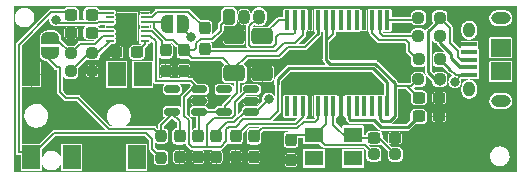
<source format=gbr>
%TF.GenerationSoftware,KiCad,Pcbnew,(6.0.1-0)*%
%TF.CreationDate,2022-02-13T14:14:42-05:00*%
%TF.ProjectId,usbAudio,75736241-7564-4696-9f2e-6b696361645f,rev?*%
%TF.SameCoordinates,Original*%
%TF.FileFunction,Copper,L1,Top*%
%TF.FilePolarity,Positive*%
%FSLAX46Y46*%
G04 Gerber Fmt 4.6, Leading zero omitted, Abs format (unit mm)*
G04 Created by KiCad (PCBNEW (6.0.1-0)) date 2022-02-13 14:14:42*
%MOMM*%
%LPD*%
G01*
G04 APERTURE LIST*
G04 Aperture macros list*
%AMRoundRect*
0 Rectangle with rounded corners*
0 $1 Rounding radius*
0 $2 $3 $4 $5 $6 $7 $8 $9 X,Y pos of 4 corners*
0 Add a 4 corners polygon primitive as box body*
4,1,4,$2,$3,$4,$5,$6,$7,$8,$9,$2,$3,0*
0 Add four circle primitives for the rounded corners*
1,1,$1+$1,$2,$3*
1,1,$1+$1,$4,$5*
1,1,$1+$1,$6,$7*
1,1,$1+$1,$8,$9*
0 Add four rect primitives between the rounded corners*
20,1,$1+$1,$2,$3,$4,$5,0*
20,1,$1+$1,$4,$5,$6,$7,0*
20,1,$1+$1,$6,$7,$8,$9,0*
20,1,$1+$1,$8,$9,$2,$3,0*%
%AMFreePoly0*
4,1,20,0.000000,0.744959,0.073905,0.744508,0.209726,0.703889,0.328688,0.626782,0.421226,0.519385,0.479903,0.390333,0.500000,0.250000,0.500000,-0.250000,0.499851,-0.262216,0.476331,-0.402017,0.414519,-0.529596,0.319384,-0.634700,0.198574,-0.708877,0.061801,-0.746166,0.000000,-0.745033,0.000000,-0.750000,-0.500000,-0.750000,-0.500000,0.750000,0.000000,0.750000,0.000000,0.744959,
0.000000,0.744959,$1*%
%AMFreePoly1*
4,1,22,0.500000,-0.750000,0.000000,-0.750000,0.000000,-0.745033,-0.079941,-0.743568,-0.215256,-0.701293,-0.333266,-0.622738,-0.424486,-0.514219,-0.481581,-0.384460,-0.499164,-0.250000,-0.500000,-0.250000,-0.500000,0.250000,-0.499164,0.250000,-0.499963,0.256109,-0.478152,0.396186,-0.417904,0.524511,-0.324060,0.630769,-0.204165,0.706417,-0.067858,0.745374,0.000000,0.744959,0.000000,0.750000,
0.500000,0.750000,0.500000,-0.750000,0.500000,-0.750000,$1*%
G04 Aperture macros list end*
%TA.AperFunction,SMDPad,CuDef*%
%ADD10RoundRect,0.237500X0.300000X0.237500X-0.300000X0.237500X-0.300000X-0.237500X0.300000X-0.237500X0*%
%TD*%
%TA.AperFunction,SMDPad,CuDef*%
%ADD11RoundRect,0.237500X-0.237500X0.300000X-0.237500X-0.300000X0.237500X-0.300000X0.237500X0.300000X0*%
%TD*%
%TA.AperFunction,SMDPad,CuDef*%
%ADD12RoundRect,0.237500X-0.250000X-0.237500X0.250000X-0.237500X0.250000X0.237500X-0.250000X0.237500X0*%
%TD*%
%TA.AperFunction,SMDPad,CuDef*%
%ADD13R,0.431800X1.651000*%
%TD*%
%TA.AperFunction,SMDPad,CuDef*%
%ADD14R,1.600000X1.300000*%
%TD*%
%TA.AperFunction,SMDPad,CuDef*%
%ADD15RoundRect,0.237500X-0.300000X-0.237500X0.300000X-0.237500X0.300000X0.237500X-0.300000X0.237500X0*%
%TD*%
%TA.AperFunction,SMDPad,CuDef*%
%ADD16RoundRect,0.237500X0.237500X-0.300000X0.237500X0.300000X-0.237500X0.300000X-0.237500X-0.300000X0*%
%TD*%
%TA.AperFunction,SMDPad,CuDef*%
%ADD17RoundRect,0.250000X0.650000X-0.412500X0.650000X0.412500X-0.650000X0.412500X-0.650000X-0.412500X0*%
%TD*%
%TA.AperFunction,SMDPad,CuDef*%
%ADD18R,0.711200X0.203200*%
%TD*%
%TA.AperFunction,SMDPad,CuDef*%
%ADD19R,1.701800X2.387600*%
%TD*%
%TA.AperFunction,SMDPad,CuDef*%
%ADD20RoundRect,0.237500X-0.237500X0.250000X-0.237500X-0.250000X0.237500X-0.250000X0.237500X0.250000X0*%
%TD*%
%TA.AperFunction,SMDPad,CuDef*%
%ADD21RoundRect,0.250000X-0.650000X0.412500X-0.650000X-0.412500X0.650000X-0.412500X0.650000X0.412500X0*%
%TD*%
%TA.AperFunction,SMDPad,CuDef*%
%ADD22R,1.346200X0.457200*%
%TD*%
%TA.AperFunction,SMDPad,CuDef*%
%ADD23R,1.651000X1.498600*%
%TD*%
%TA.AperFunction,ComponentPad*%
%ADD24O,1.651000X1.016000*%
%TD*%
%TA.AperFunction,ComponentPad*%
%ADD25O,1.016000X1.295400*%
%TD*%
%TA.AperFunction,SMDPad,CuDef*%
%ADD26R,1.500000X2.000000*%
%TD*%
%TA.AperFunction,SMDPad,CuDef*%
%ADD27FreePoly0,0.000000*%
%TD*%
%TA.AperFunction,SMDPad,CuDef*%
%ADD28FreePoly1,0.000000*%
%TD*%
%TA.AperFunction,ComponentPad*%
%ADD29RoundRect,0.249900X-0.275100X-0.400100X0.275100X-0.400100X0.275100X0.400100X-0.275100X0.400100X0*%
%TD*%
%TA.AperFunction,ComponentPad*%
%ADD30O,1.050000X1.300000*%
%TD*%
%TA.AperFunction,SMDPad,CuDef*%
%ADD31FreePoly1,270.000000*%
%TD*%
%TA.AperFunction,SMDPad,CuDef*%
%ADD32FreePoly0,270.000000*%
%TD*%
%TA.AperFunction,SMDPad,CuDef*%
%ADD33RoundRect,0.150000X0.512500X0.150000X-0.512500X0.150000X-0.512500X-0.150000X0.512500X-0.150000X0*%
%TD*%
%TA.AperFunction,ComponentPad*%
%ADD34C,4.000000*%
%TD*%
%TA.AperFunction,ViaPad*%
%ADD35C,0.800000*%
%TD*%
%TA.AperFunction,Conductor*%
%ADD36C,0.203200*%
%TD*%
%TA.AperFunction,Conductor*%
%ADD37C,0.250000*%
%TD*%
%TA.AperFunction,Conductor*%
%ADD38C,0.200000*%
%TD*%
G04 APERTURE END LIST*
D10*
%TO.P,C6,1*%
%TO.N,Net-(C6-Pad1)*%
X66318300Y-77038200D03*
%TO.P,C6,2*%
%TO.N,GND*%
X64593300Y-77038200D03*
%TD*%
D11*
%TO.P,C15,1*%
%TO.N,/XTO*%
X79375000Y-84456100D03*
%TO.P,C15,2*%
%TO.N,GND*%
X79375000Y-86181100D03*
%TD*%
D12*
%TO.P,R4,1*%
%TO.N,Net-(R4-Pad1)*%
X90145700Y-74129900D03*
%TO.P,R4,2*%
%TO.N,D+*%
X91970700Y-74129900D03*
%TD*%
%TO.P,R5,1*%
%TO.N,Net-(R5-Pad1)*%
X90145700Y-75653900D03*
%TO.P,R5,2*%
%TO.N,D-*%
X91970700Y-75653900D03*
%TD*%
%TO.P,R9,1*%
%TO.N,VDD*%
X90144600Y-79325300D03*
%TO.P,R9,2*%
%TO.N,D+*%
X91969600Y-79325300D03*
%TD*%
%TO.P,R10,1*%
%TO.N,/XTO*%
X86387300Y-85674200D03*
%TO.P,R10,2*%
%TO.N,/XTI*%
X88212300Y-85674200D03*
%TD*%
D13*
%TO.P,U1,1,D+*%
%TO.N,Net-(R4-Pad1)*%
X87518001Y-74345800D03*
%TO.P,U1,2,D-*%
%TO.N,Net-(R5-Pad1)*%
X86868000Y-74345800D03*
%TO.P,U1,3,VBUS*%
%TO.N,Net-(R6-Pad1)*%
X86218001Y-74345800D03*
%TO.P,U1,4,DGNDU*%
%TO.N,GND*%
X85568000Y-74345800D03*
%TO.P,U1,5,HID0*%
%TO.N,unconnected-(U1-Pad5)*%
X84918002Y-74345800D03*
%TO.P,U1,6,HID1*%
%TO.N,unconnected-(U1-Pad6)*%
X84268000Y-74345800D03*
%TO.P,U1,7,HID2*%
%TO.N,unconnected-(U1-Pad7)*%
X83618002Y-74345800D03*
%TO.P,U1,8,SEL0*%
%TO.N,VDD*%
X82968003Y-74345800D03*
%TO.P,U1,9,SEL1*%
X82318002Y-74345800D03*
%TO.P,U1,10,VCCCI*%
%TO.N,VCC*%
X81668003Y-74345800D03*
%TO.P,U1,11,AGNDC*%
%TO.N,GND*%
X81018002Y-74345800D03*
%TO.P,U1,12,VINL*%
%TO.N,Net-(C1-Pad1)*%
X80368003Y-74345800D03*
%TO.P,U1,13,VINR*%
%TO.N,/IN_R*%
X79718002Y-74345800D03*
%TO.P,U1,14,VCOM*%
%TO.N,Net-(C5-Pad1)*%
X79068003Y-74345800D03*
%TO.P,U1,15,VOUTR*%
%TO.N,unconnected-(U1-Pad15)*%
X79068001Y-81610200D03*
%TO.P,U1,16,VOUTL*%
%TO.N,unconnected-(U1-Pad16)*%
X79718002Y-81610200D03*
%TO.P,U1,17,VCCP1I*%
%TO.N,Net-(C11-Pad2)*%
X80368001Y-81610200D03*
%TO.P,U1,18,AGNDP*%
%TO.N,GND*%
X81018002Y-81610200D03*
%TO.P,U1,19,VCCP2I*%
%TO.N,Net-(C10-Pad2)*%
X81668000Y-81610200D03*
%TO.P,U1,20,XTO*%
%TO.N,/XTO*%
X82318002Y-81610200D03*
%TO.P,U1,21,XTI*%
%TO.N,/XTI*%
X82968000Y-81610200D03*
%TO.P,U1,22,AGNDX*%
%TO.N,GND*%
X83618002Y-81610200D03*
%TO.P,U1,23,VCCXI*%
%TO.N,Net-(C9-Pad2)*%
X84268000Y-81610200D03*
%TO.P,U1,24,DIN*%
%TO.N,unconnected-(U1-Pad24)*%
X84918002Y-81610200D03*
%TO.P,U1,25,DOUT*%
%TO.N,unconnected-(U1-Pad25)*%
X85568000Y-81610200D03*
%TO.P,U1,26,DGND*%
%TO.N,unconnected-(U1-Pad26)*%
X86218001Y-81610200D03*
%TO.P,U1,27,VDDI*%
%TO.N,VDD*%
X86868000Y-81610200D03*
%TO.P,U1,28,\u002ASSPND*%
%TO.N,/\u002ASSPND*%
X87518001Y-81610200D03*
%TD*%
D14*
%TO.P,Y1,1,1*%
%TO.N,/XTI*%
X84631800Y-84013800D03*
%TO.P,Y1,2,2*%
%TO.N,/XTO*%
X81331800Y-84013800D03*
%TO.P,Y1,3*%
%TO.N,N/C*%
X81331800Y-86013800D03*
%TO.P,Y1,4*%
X84631800Y-86013800D03*
%TD*%
D15*
%TO.P,C14,1*%
%TO.N,/XTI*%
X86437300Y-84302600D03*
%TO.P,C14,2*%
%TO.N,GND*%
X88162300Y-84302600D03*
%TD*%
D10*
%TO.P,C9,1*%
%TO.N,GND*%
X91900000Y-82473800D03*
%TO.P,C9,2*%
%TO.N,Net-(C9-Pad2)*%
X90175000Y-82473800D03*
%TD*%
D15*
%TO.P,C12,1*%
%TO.N,VDD*%
X90197600Y-80900100D03*
%TO.P,C12,2*%
%TO.N,GND*%
X91922600Y-80900100D03*
%TD*%
D16*
%TO.P,C10,1*%
%TO.N,GND*%
X76233370Y-85892830D03*
%TO.P,C10,2*%
%TO.N,Net-(C10-Pad2)*%
X76233370Y-84167830D03*
%TD*%
%TO.P,C11,1*%
%TO.N,GND*%
X74683370Y-85880330D03*
%TO.P,C11,2*%
%TO.N,Net-(C11-Pad2)*%
X74683370Y-84155330D03*
%TD*%
D17*
%TO.P,C3,1*%
%TO.N,VCC*%
X74574400Y-78829300D03*
%TO.P,C3,2*%
%TO.N,GND*%
X74574400Y-75704300D03*
%TD*%
D12*
%TO.P,R6,1*%
%TO.N,Net-(R6-Pad1)*%
X90171900Y-77647800D03*
%TO.P,R6,2*%
%TO.N,VBUS*%
X91996900Y-77647800D03*
%TD*%
D18*
%TO.P,U2,1,CT*%
%TO.N,Net-(C6-Pad1)*%
X67005800Y-76082000D03*
%TO.P,U2,2,~{SHDN}*%
%TO.N,/\u002ASSPND*%
X67005800Y-75682001D03*
%TO.P,U2,3,CG*%
%TO.N,Net-(C7-Pad1)*%
X67005800Y-75281999D03*
%TO.P,U2,4,GND*%
%TO.N,GND*%
X67005800Y-74882000D03*
%TO.P,U2,5,VDD*%
%TO.N,VCC*%
X67005800Y-74482001D03*
%TO.P,U2,6,MICOUT*%
%TO.N,/AMPOUT*%
X67005800Y-74081999D03*
%TO.P,U2,7,GND*%
%TO.N,GND*%
X67005800Y-73682000D03*
%TO.P,U2,8,MICIN*%
%TO.N,Net-(C2-Pad1)*%
X64008600Y-73682000D03*
%TO.P,U2,9,A/R*%
%TO.N,unconnected-(U2-Pad9)*%
X64008600Y-74081999D03*
%TO.P,U2,10,GAIN*%
%TO.N,Net-(JP1-Pad2)*%
X64008600Y-74482001D03*
%TO.P,U2,11,GND*%
%TO.N,GND*%
X64008600Y-74882000D03*
%TO.P,U2,12,BIAS*%
%TO.N,Net-(C4-Pad1)*%
X64008600Y-75281999D03*
%TO.P,U2,13,MICBIAS*%
%TO.N,Net-(JP2-Pad1)*%
X64008600Y-75682001D03*
%TO.P,U2,14,TH*%
%TO.N,Net-(R7-Pad1)*%
X64008600Y-76082000D03*
D19*
%TO.P,U2,15,GND*%
%TO.N,GND*%
X65507200Y-74882000D03*
%TD*%
D12*
%TO.P,R7,1*%
%TO.N,Net-(R7-Pad1)*%
X60717500Y-78659400D03*
%TO.P,R7,2*%
%TO.N,GND*%
X62542500Y-78659400D03*
%TD*%
D20*
%TO.P,R1,1*%
%TO.N,/VBIAS*%
X68358570Y-84143830D03*
%TO.P,R1,2*%
%TO.N,MIC+*%
X68358570Y-85968830D03*
%TD*%
D12*
%TO.P,R8,1*%
%TO.N,Net-(JP2-Pad1)*%
X60717500Y-77110000D03*
%TO.P,R8,2*%
%TO.N,Net-(R7-Pad1)*%
X62542500Y-77110000D03*
%TD*%
D10*
%TO.P,C4,1*%
%TO.N,Net-(C4-Pad1)*%
X62482900Y-75387200D03*
%TO.P,C4,2*%
%TO.N,GND*%
X60757900Y-75387200D03*
%TD*%
%TO.P,C2,1*%
%TO.N,Net-(C2-Pad1)*%
X62482900Y-73863200D03*
%TO.P,C2,2*%
%TO.N,MIC+*%
X60757900Y-73863200D03*
%TD*%
D21*
%TO.P,C5,1*%
%TO.N,Net-(C5-Pad1)*%
X76958400Y-75702700D03*
%TO.P,C5,2*%
%TO.N,GND*%
X76958400Y-78827700D03*
%TD*%
D22*
%TO.P,J1,1,VBUS*%
%TO.N,VBUS*%
X94462600Y-78968600D03*
%TO.P,J1,2,D-*%
%TO.N,D-*%
X94462600Y-78318599D03*
%TO.P,J1,3,D+*%
%TO.N,D+*%
X94462600Y-77668600D03*
%TO.P,J1,4,ID*%
%TO.N,unconnected-(J1-Pad4)*%
X94462600Y-77018601D03*
%TO.P,J1,5,GND*%
%TO.N,GND*%
X94462600Y-76368600D03*
D23*
%TO.P,J1,10*%
%TO.N,N/C*%
X97137601Y-78668601D03*
%TO.P,J1,11*%
X97137601Y-76668599D03*
D24*
%TO.P,J1,S_1*%
X97137601Y-81168600D03*
%TO.P,J1,S_2*%
X97137601Y-74168599D03*
D25*
%TO.P,J1,S_3*%
X94462600Y-80168600D03*
%TO.P,J1,S_4*%
X94462600Y-75168600D03*
%TD*%
D11*
%TO.P,C7,1*%
%TO.N,Net-(C7-Pad1)*%
X68757800Y-76886900D03*
%TO.P,C7,2*%
%TO.N,GND*%
X68757800Y-78611900D03*
%TD*%
D26*
%TO.P,J3,1,1*%
%TO.N,MIC+*%
X57400000Y-85923000D03*
%TO.P,J3,2,2*%
%TO.N,GND*%
X57400000Y-78923000D03*
%TO.P,J3,3,3*%
%TO.N,unconnected-(J3-Pad3)*%
X60800000Y-85923000D03*
%TO.P,J3,4,4*%
%TO.N,unconnected-(J3-Pad4)*%
X64600000Y-78923000D03*
%TO.P,J3,5,5*%
%TO.N,unconnected-(J3-Pad5)*%
X66800000Y-78923000D03*
%TO.P,J3,6,6*%
%TO.N,unconnected-(J3-Pad6)*%
X66300000Y-85923000D03*
%TD*%
D27*
%TO.P,JP1,2,2*%
%TO.N,Net-(JP1-Pad2)*%
X70195200Y-74625200D03*
D28*
%TO.P,JP1,1,1*%
%TO.N,VCC*%
X68895200Y-74625200D03*
%TD*%
D29*
%TO.P,J2,1,Pin_1*%
%TO.N,VCC*%
X74130000Y-74028400D03*
D30*
%TO.P,J2,2,Pin_2*%
%TO.N,GND*%
X75400000Y-74028400D03*
%TO.P,J2,3,Pin_3*%
%TO.N,/IN_R*%
X76670000Y-74028400D03*
%TD*%
D31*
%TO.P,JP2,1,1*%
%TO.N,Net-(JP2-Pad1)*%
X59000000Y-75850000D03*
D32*
%TO.P,JP2,2,2*%
%TO.N,/VBIAS*%
X59000000Y-77150000D03*
%TD*%
D11*
%TO.P,C16,1*%
%TO.N,VCC*%
X71508170Y-84168430D03*
%TO.P,C16,2*%
%TO.N,GND*%
X71508170Y-85893430D03*
%TD*%
D16*
%TO.P,C1,1*%
%TO.N,Net-(C1-Pad1)*%
X72085200Y-76756600D03*
%TO.P,C1,2*%
%TO.N,/AMPOUT*%
X72085200Y-75031600D03*
%TD*%
D11*
%TO.P,C13,1*%
%TO.N,VBUS*%
X73057570Y-84168430D03*
%TO.P,C13,2*%
%TO.N,GND*%
X73057570Y-85893430D03*
%TD*%
%TO.P,C8,1*%
%TO.N,VCC*%
X70307200Y-76885800D03*
%TO.P,C8,2*%
%TO.N,GND*%
X70307200Y-78610800D03*
%TD*%
%TO.P,C17,1*%
%TO.N,/VBIAS*%
X69933370Y-84168430D03*
%TO.P,C17,2*%
%TO.N,GND*%
X69933370Y-85893430D03*
%TD*%
D33*
%TO.P,U3,1,VIN*%
%TO.N,VBUS*%
X76000870Y-82080330D03*
%TO.P,U3,2,GND*%
%TO.N,GND*%
X76000870Y-81130330D03*
%TO.P,U3,3,EN*%
%TO.N,/\u002ASSPND*%
X76000870Y-80180330D03*
%TO.P,U3,4,NC*%
%TO.N,unconnected-(U3-Pad4)*%
X73725870Y-80180330D03*
%TO.P,U3,5,VOUT*%
%TO.N,VCC*%
X73725870Y-82080330D03*
%TD*%
D34*
%TO.P,REF\u002A\u002A,*%
%TO.N,GND*%
X94400000Y-84150000D03*
%TD*%
D33*
%TO.P,U4,1,VIN*%
%TO.N,VCC*%
X71604270Y-82084530D03*
%TO.P,U4,2,GND*%
%TO.N,GND*%
X71604270Y-81134530D03*
%TO.P,U4,3,EN*%
%TO.N,/\u002ASSPND*%
X71604270Y-80184530D03*
%TO.P,U4,4,NC*%
%TO.N,unconnected-(U4-Pad4)*%
X69329270Y-80184530D03*
%TO.P,U4,5,VOUT*%
%TO.N,/VBIAS*%
X69329270Y-82084530D03*
%TD*%
D35*
%TO.N,GND*%
X79250000Y-77650000D03*
X90728800Y-85826600D03*
X58826400Y-80645000D03*
X85598000Y-76390500D03*
X77520800Y-85369400D03*
X72263000Y-78359000D03*
X62560200Y-80645000D03*
X63347600Y-85928200D03*
X93395800Y-73914000D03*
X58100000Y-73600000D03*
X83000000Y-80000000D03*
X67665600Y-81508600D03*
%TO.N,VBUS*%
X77470000Y-81000600D03*
X93246199Y-79527400D03*
%TO.N,Net-(JP1-Pad2)*%
X70866000Y-75717400D03*
X59461400Y-74295000D03*
%TD*%
D36*
%TO.N,Net-(C1-Pad1)*%
X79679800Y-76250800D02*
X80368003Y-75562597D01*
X78093160Y-76973840D02*
X78816200Y-76250800D01*
X80368003Y-75562597D02*
X80368003Y-74345800D01*
X78816200Y-76250800D02*
X79679800Y-76250800D01*
X72302440Y-76973840D02*
X78093160Y-76973840D01*
%TO.N,Net-(C2-Pad1)*%
X62664100Y-73682000D02*
X64008600Y-73682000D01*
%TO.N,MIC+*%
X56905689Y-85529089D02*
X56316089Y-85529089D01*
X67600000Y-85210260D02*
X68358570Y-85968830D01*
X67096200Y-83896200D02*
X67600000Y-84400000D01*
X59073511Y-73641489D02*
X60536189Y-73641489D01*
X56316089Y-85529089D02*
X56316089Y-76398911D01*
X67600000Y-84400000D02*
X67600000Y-85210260D01*
X56316089Y-76398911D02*
X59073511Y-73641489D01*
X59326400Y-83896200D02*
X67096200Y-83896200D01*
X57299600Y-85923000D02*
X59326400Y-83896200D01*
%TO.N,Net-(C5-Pad1)*%
X79068003Y-74345800D02*
X78315300Y-74345800D01*
X78315300Y-74345800D02*
X76958400Y-75702700D01*
%TO.N,VBUS*%
X73057570Y-83889030D02*
X73957630Y-82988970D01*
X93317700Y-78968600D02*
X92865100Y-78516000D01*
X93317700Y-78968600D02*
X94462600Y-78968600D01*
X73957630Y-82988970D02*
X74552609Y-82988970D01*
D37*
X92865100Y-78516000D02*
X91996900Y-77647800D01*
D36*
X76390270Y-82080330D02*
X77470000Y-81000600D01*
X93804999Y-78968600D02*
X93246199Y-79527400D01*
X74552609Y-82988970D02*
X75461249Y-82080330D01*
D37*
%TO.N,Net-(C9-Pad2)*%
X86975000Y-83400000D02*
X89248800Y-83400000D01*
X84268000Y-82685700D02*
X84382300Y-82800000D01*
X84268000Y-81610200D02*
X84268000Y-82685700D01*
X86375000Y-82800000D02*
X86975000Y-83400000D01*
X89248800Y-83400000D02*
X90175000Y-82473800D01*
X84382300Y-82800000D02*
X86375000Y-82800000D01*
D36*
%TO.N,Net-(C10-Pad2)*%
X81668000Y-82670000D02*
X81391280Y-82946720D01*
X81391280Y-82946720D02*
X80432120Y-82946720D01*
X81668000Y-81610200D02*
X81668000Y-82670000D01*
X76911400Y-83489800D02*
X76233370Y-84167830D01*
X80432120Y-82946720D02*
X79889040Y-83489800D01*
X79889040Y-83489800D02*
X76911400Y-83489800D01*
%TO.N,Net-(C11-Pad2)*%
X79793224Y-83083400D02*
X80368001Y-82508623D01*
X75755300Y-83083400D02*
X79793224Y-83083400D01*
X74683370Y-84155330D02*
X75755300Y-83083400D01*
X80368001Y-82508623D02*
X80368001Y-81610200D01*
D37*
%TO.N,D+*%
X91008200Y-75282900D02*
X91008200Y-78757600D01*
X91008200Y-78757600D02*
X91969600Y-79719000D01*
D38*
X93537589Y-76951389D02*
X93537589Y-77433989D01*
X93537589Y-77433989D02*
X93772200Y-77668600D01*
X93772200Y-77668600D02*
X94462600Y-77668600D01*
X92807510Y-76221310D02*
X92807510Y-74966710D01*
X92807510Y-76221310D02*
X93537589Y-76951389D01*
D37*
X91970700Y-74320400D02*
X91008200Y-75282900D01*
D38*
X92807510Y-74966710D02*
X91970700Y-74129900D01*
D36*
%TO.N,/XTI*%
X84327000Y-84318600D02*
X86421300Y-84318600D01*
X82968000Y-81610200D02*
X82968000Y-83162800D01*
X82968000Y-83162800D02*
X84276200Y-84471000D01*
X86840700Y-84302600D02*
X88212300Y-85674200D01*
%TO.N,/XTO*%
X79375000Y-84456100D02*
X79817300Y-84013800D01*
X81331800Y-84013800D02*
X82235311Y-84917311D01*
X82318002Y-83129198D02*
X80976200Y-84471000D01*
X79817300Y-84013800D02*
X81331800Y-84013800D01*
X82318002Y-81610200D02*
X82318002Y-83129198D01*
X85630411Y-84917311D02*
X86387300Y-85674200D01*
X82235311Y-84917311D02*
X85630411Y-84917311D01*
%TO.N,Net-(C4-Pad1)*%
X62588101Y-75281999D02*
X64008600Y-75281999D01*
%TO.N,Net-(R4-Pad1)*%
X89929800Y-74345800D02*
X87518001Y-74345800D01*
D37*
%TO.N,D-*%
X92898999Y-77172098D02*
X92898999Y-77560521D01*
X92898999Y-77560521D02*
X93657077Y-78318599D01*
X93657077Y-78318599D02*
X94462600Y-78318599D01*
X91970700Y-76243799D02*
X92898999Y-77172098D01*
X91970700Y-75653900D02*
X91970700Y-76243799D01*
D36*
%TO.N,Net-(R5-Pad1)*%
X87147400Y-75653900D02*
X90145700Y-75653900D01*
X86868000Y-75374500D02*
X87147400Y-75653900D01*
X86868000Y-74345800D02*
X86868000Y-75374500D01*
%TO.N,/AMPOUT*%
X68048311Y-73621689D02*
X70675289Y-73621689D01*
X70675289Y-73621689D02*
X72085200Y-75031600D01*
X67005800Y-74081999D02*
X67588001Y-74081999D01*
X67588001Y-74081999D02*
X68048311Y-73621689D01*
%TO.N,/VBIAS*%
X68358570Y-83864430D02*
X68358570Y-83217830D01*
X69933370Y-82851230D02*
X69329270Y-82247130D01*
X59810000Y-78280000D02*
X59530000Y-78280000D01*
X61315600Y-80899000D02*
X60325000Y-80899000D01*
X59810000Y-80384000D02*
X59810000Y-78280000D01*
X59530000Y-78280000D02*
X58620000Y-77370000D01*
X68358570Y-84143830D02*
X67738861Y-83524121D01*
X67738861Y-83524121D02*
X63940721Y-83524121D01*
X68358570Y-83217830D02*
X69329270Y-82247130D01*
X63940721Y-83524121D02*
X61315600Y-80899000D01*
X69933370Y-83889030D02*
X69933370Y-82851230D01*
X60325000Y-80899000D02*
X59810000Y-80384000D01*
%TO.N,/\u002ASSPND*%
X74641890Y-82397473D02*
X74641890Y-81256147D01*
D37*
X86333520Y-78401920D02*
X79191857Y-78401920D01*
D36*
X73426977Y-85030930D02*
X73870370Y-84587537D01*
D37*
X78244000Y-79349777D02*
X78244000Y-79756000D01*
D36*
X70949370Y-85030930D02*
X70720770Y-84802330D01*
X72838450Y-82633850D02*
X74405513Y-82633850D01*
X78244000Y-82036663D02*
X78244000Y-79756000D01*
X74696287Y-83354530D02*
X75346976Y-82703841D01*
X70720770Y-82821130D02*
X70339770Y-82440130D01*
X77576822Y-82703841D02*
X78244000Y-82036663D01*
X72270170Y-85030930D02*
X70949370Y-85030930D01*
X72270170Y-85030930D02*
X73426977Y-85030930D01*
X70870940Y-79451200D02*
X71604270Y-80184530D01*
X70339770Y-80865330D02*
X71020570Y-80184530D01*
X67467806Y-75682001D02*
X67919600Y-76133795D01*
X73870370Y-83578446D02*
X74094286Y-83354530D01*
X72838450Y-82633850D02*
X72270170Y-83202130D01*
X73870370Y-84587537D02*
X73870370Y-83578446D01*
X70339770Y-82440130D02*
X70339770Y-80865330D01*
X74405513Y-82633850D02*
X74641890Y-82397473D01*
X70720770Y-84802330D02*
X70720770Y-82821130D01*
D37*
X87518001Y-81216500D02*
X87518001Y-79586401D01*
D36*
X72270170Y-83202130D02*
X72270170Y-85030930D01*
X74641890Y-81256147D02*
X75717707Y-80180330D01*
D37*
X87518001Y-79586401D02*
X86333520Y-78401920D01*
D36*
X67919600Y-76133795D02*
X67919600Y-79451200D01*
X67919600Y-79451200D02*
X70870940Y-79451200D01*
D37*
X79191857Y-78401920D02*
X78244000Y-79349777D01*
D36*
X74094286Y-83354530D02*
X74696287Y-83354530D01*
X67005800Y-75682001D02*
X67467806Y-75682001D01*
X75346976Y-82703841D02*
X77576822Y-82703841D01*
%TO.N,/IN_R*%
X77816964Y-76618720D02*
X76021276Y-76618720D01*
X76021276Y-76618720D02*
X75804880Y-76402324D01*
X78111920Y-75761280D02*
X78111920Y-76323764D01*
X79718002Y-75374500D02*
X79578302Y-75514200D01*
X78359000Y-75514200D02*
X78111920Y-75761280D01*
X75804880Y-76402324D02*
X75804880Y-74849513D01*
X79578302Y-75514200D02*
X78359000Y-75514200D01*
X75804880Y-74849513D02*
X76625993Y-74028400D01*
X78111920Y-76323764D02*
X77816964Y-76618720D01*
X79718002Y-74345800D02*
X79718002Y-75374500D01*
%TO.N,Net-(R6-Pad1)*%
X89103200Y-76009020D02*
X89331800Y-76237620D01*
X89331800Y-76237620D02*
X89331800Y-76936600D01*
X86218001Y-75374500D02*
X86852521Y-76009020D01*
X86852521Y-76009020D02*
X89103200Y-76009020D01*
X89331800Y-76936600D02*
X90043000Y-77647800D01*
X86218001Y-75374500D02*
X86218001Y-74345800D01*
%TO.N,Net-(C6-Pad1)*%
X67005800Y-76082000D02*
X67005800Y-76350700D01*
X67005800Y-76350700D02*
X66318300Y-77038200D01*
%TO.N,Net-(C7-Pad1)*%
X67005800Y-75281999D02*
X67570020Y-75281999D01*
X68420021Y-76132000D02*
X68420021Y-76549121D01*
X67570020Y-75281999D02*
X68420021Y-76132000D01*
%TO.N,Net-(R7-Pad1)*%
X62266900Y-77110000D02*
X60717500Y-78659400D01*
X62542500Y-77110000D02*
X62980600Y-77110000D01*
X62980600Y-77110000D02*
X64008600Y-76082000D01*
%TO.N,Net-(JP2-Pad1)*%
X60717500Y-77110000D02*
X61507500Y-76320000D01*
X58620000Y-76070000D02*
X59677500Y-76070000D01*
X62806378Y-76320000D02*
X63444377Y-75682001D01*
X59677500Y-76070000D02*
X60717500Y-77110000D01*
X61507500Y-76320000D02*
X62806378Y-76320000D01*
X64008600Y-75682001D02*
X63444377Y-75682001D01*
%TO.N,VCC*%
X69406305Y-75984905D02*
X70307200Y-76885800D01*
X71604270Y-82084530D02*
X73721670Y-82084530D01*
X80544080Y-76605920D02*
X81668003Y-75481997D01*
X67807199Y-74482001D02*
X68607999Y-74482001D01*
X75604440Y-77328960D02*
X78373040Y-77328960D01*
X73748870Y-81580293D02*
X74803370Y-80525793D01*
X74803370Y-80525793D02*
X74803370Y-79058270D01*
X67807199Y-75016963D02*
X67807199Y-74482001D01*
X70307200Y-76885800D02*
X70993000Y-77571600D01*
X73406000Y-74752400D02*
X74130000Y-74028400D01*
D37*
X81668003Y-75481997D02*
X81668003Y-74345800D01*
D36*
X71709893Y-75900000D02*
X72715400Y-75900000D01*
X72715400Y-75900000D02*
X73406000Y-75209400D01*
X78373040Y-77328960D02*
X79096080Y-76605920D01*
X70993000Y-77571600D02*
X73583800Y-77571600D01*
X73748870Y-82247130D02*
X73748870Y-81580293D01*
X68775141Y-75984905D02*
X67807199Y-75016963D01*
X74574400Y-78359000D02*
X75604440Y-77328960D01*
X71604270Y-82247130D02*
X71604270Y-83792930D01*
X73583800Y-77571600D02*
X74574400Y-78562200D01*
X71356680Y-76253213D02*
X71709893Y-75900000D01*
X71356680Y-76657200D02*
X71356680Y-76253213D01*
X73406000Y-75209400D02*
X73406000Y-74752400D01*
X79096080Y-76605920D02*
X80544080Y-76605920D01*
X71128080Y-76885800D02*
X71356680Y-76657200D01*
X67005800Y-74482001D02*
X67807199Y-74482001D01*
X68775141Y-75984905D02*
X69406305Y-75984905D01*
X70307200Y-76885800D02*
X71128080Y-76885800D01*
D37*
%TO.N,VDD*%
X88138000Y-82473800D02*
X88138000Y-79908400D01*
D36*
X88138000Y-79908400D02*
X89205900Y-79908400D01*
D37*
X82318002Y-77681998D02*
X82318002Y-76131998D01*
X82636004Y-78000000D02*
X86500000Y-78000000D01*
X86500000Y-78000000D02*
X88138000Y-79638000D01*
X82318002Y-76131998D02*
X82318002Y-74345800D01*
X86868000Y-81610200D02*
X86868000Y-82668000D01*
X88138000Y-79638000D02*
X88138000Y-79908400D01*
X87711800Y-82900000D02*
X88138000Y-82473800D01*
D36*
X89561500Y-79908400D02*
X90144600Y-79325300D01*
D37*
X82318002Y-77681998D02*
X82636004Y-78000000D01*
D36*
X89205900Y-79908400D02*
X89561500Y-79908400D01*
D37*
X86868000Y-82668000D02*
X87100000Y-82900000D01*
D36*
X82968003Y-75481997D02*
X82318002Y-76131998D01*
D37*
X87100000Y-82900000D02*
X87711800Y-82900000D01*
D36*
X89205900Y-79908400D02*
X90197600Y-80900100D01*
X82968003Y-74345800D02*
X82968003Y-75481997D01*
%TO.N,Net-(JP1-Pad2)*%
X63096006Y-74482001D02*
X62986287Y-74591720D01*
X59758120Y-74591720D02*
X59461400Y-74295000D01*
X62986287Y-74591720D02*
X59758120Y-74591720D01*
X70195200Y-75046600D02*
X70866000Y-75717400D01*
X64008600Y-74482001D02*
X63096006Y-74482001D01*
%TD*%
%TA.AperFunction,Conductor*%
%TO.N,GND*%
G36*
X77200133Y-73100801D02*
G01*
X98463900Y-73103047D01*
X98472173Y-73106475D01*
X98475599Y-73114746D01*
X98475311Y-79855794D01*
X98475001Y-87136100D01*
X98471574Y-87144374D01*
X98463301Y-87147800D01*
X55916701Y-87147800D01*
X55908428Y-87144373D01*
X55905001Y-87136100D01*
X55905006Y-87033874D01*
X55905070Y-85529089D01*
X56056603Y-85529089D01*
X56059449Y-85543395D01*
X56061589Y-85554156D01*
X56076090Y-85627056D01*
X56076355Y-85628390D01*
X56132605Y-85712573D01*
X56216788Y-85768823D01*
X56217917Y-85769048D01*
X56217918Y-85769048D01*
X56314958Y-85788350D01*
X56316089Y-85788575D01*
X56317220Y-85788350D01*
X56340025Y-85783814D01*
X56342307Y-85783589D01*
X56485400Y-85783589D01*
X56493673Y-85787016D01*
X56497100Y-85795289D01*
X56497101Y-86938056D01*
X56505972Y-86982658D01*
X56506614Y-86983619D01*
X56508887Y-86987020D01*
X56539766Y-87033234D01*
X56590342Y-87067028D01*
X56591471Y-87067253D01*
X56591472Y-87067253D01*
X56634374Y-87075787D01*
X56634376Y-87075787D01*
X56634943Y-87075900D01*
X57400000Y-87075900D01*
X58165056Y-87075899D01*
X58165622Y-87075786D01*
X58165626Y-87075786D01*
X58208524Y-87067254D01*
X58208526Y-87067253D01*
X58209658Y-87067028D01*
X58260234Y-87033234D01*
X58291113Y-86987020D01*
X58293388Y-86983616D01*
X58294028Y-86982658D01*
X58302900Y-86938057D01*
X58302900Y-86505061D01*
X58306327Y-86496788D01*
X58314600Y-86493361D01*
X58322873Y-86496788D01*
X58325880Y-86501954D01*
X58327008Y-86506049D01*
X58327301Y-86506604D01*
X58327301Y-86506605D01*
X58409222Y-86661980D01*
X58410760Y-86664898D01*
X58526668Y-86802058D01*
X58669326Y-86911128D01*
X58719353Y-86934456D01*
X58831501Y-86986752D01*
X58831506Y-86986754D01*
X58832077Y-86987020D01*
X58936302Y-87010317D01*
X59006853Y-87026087D01*
X59006855Y-87026087D01*
X59007328Y-87026193D01*
X59012819Y-87026500D01*
X59144866Y-87026500D01*
X59145167Y-87026467D01*
X59145173Y-87026467D01*
X59213445Y-87019050D01*
X59278525Y-87011980D01*
X59279124Y-87011778D01*
X59279126Y-87011778D01*
X59363623Y-86983342D01*
X59448722Y-86954703D01*
X59449265Y-86954377D01*
X59602108Y-86862539D01*
X59602111Y-86862536D01*
X59602648Y-86862214D01*
X59733123Y-86738830D01*
X59744341Y-86722324D01*
X59821248Y-86609158D01*
X59834060Y-86590306D01*
X59869398Y-86501954D01*
X59874538Y-86489104D01*
X59880792Y-86482695D01*
X59889746Y-86482586D01*
X59896155Y-86488840D01*
X59897101Y-86493449D01*
X59897101Y-86938056D01*
X59905972Y-86982658D01*
X59906614Y-86983619D01*
X59908887Y-86987020D01*
X59939766Y-87033234D01*
X59990342Y-87067028D01*
X59991471Y-87067253D01*
X59991472Y-87067253D01*
X60034374Y-87075787D01*
X60034376Y-87075787D01*
X60034943Y-87075900D01*
X60800000Y-87075900D01*
X61565056Y-87075899D01*
X61565622Y-87075786D01*
X61565626Y-87075786D01*
X61608524Y-87067254D01*
X61608526Y-87067253D01*
X61609658Y-87067028D01*
X61660234Y-87033234D01*
X61691113Y-86987020D01*
X61693388Y-86983616D01*
X61694028Y-86982658D01*
X61702900Y-86938057D01*
X61702899Y-84907944D01*
X61702899Y-84907943D01*
X65397100Y-84907943D01*
X65397101Y-86938056D01*
X65405972Y-86982658D01*
X65406614Y-86983619D01*
X65408887Y-86987020D01*
X65439766Y-87033234D01*
X65490342Y-87067028D01*
X65491471Y-87067253D01*
X65491472Y-87067253D01*
X65534374Y-87075787D01*
X65534376Y-87075787D01*
X65534943Y-87075900D01*
X66300000Y-87075900D01*
X67065056Y-87075899D01*
X67065622Y-87075786D01*
X67065626Y-87075786D01*
X67108524Y-87067254D01*
X67108526Y-87067253D01*
X67109658Y-87067028D01*
X67160234Y-87033234D01*
X67191113Y-86987020D01*
X67193388Y-86983616D01*
X67194028Y-86982658D01*
X67202900Y-86938057D01*
X67202899Y-84907944D01*
X67201834Y-84902589D01*
X67194254Y-84864476D01*
X67194253Y-84864474D01*
X67194028Y-84863342D01*
X67160234Y-84812766D01*
X67120718Y-84786362D01*
X67110616Y-84779612D01*
X67109658Y-84778972D01*
X67108529Y-84778747D01*
X67108528Y-84778747D01*
X67065626Y-84770213D01*
X67065624Y-84770213D01*
X67065057Y-84770100D01*
X67064477Y-84770100D01*
X66300001Y-84770101D01*
X65534944Y-84770101D01*
X65534378Y-84770214D01*
X65534374Y-84770214D01*
X65491476Y-84778746D01*
X65491474Y-84778747D01*
X65490342Y-84778972D01*
X65489383Y-84779613D01*
X65489381Y-84779614D01*
X65479282Y-84786362D01*
X65439766Y-84812766D01*
X65405972Y-84863342D01*
X65405747Y-84864471D01*
X65405747Y-84864472D01*
X65398165Y-84902589D01*
X65397100Y-84907943D01*
X61702899Y-84907943D01*
X61701834Y-84902589D01*
X61694254Y-84864476D01*
X61694253Y-84864474D01*
X61694028Y-84863342D01*
X61660234Y-84812766D01*
X61620718Y-84786362D01*
X61610616Y-84779612D01*
X61609658Y-84778972D01*
X61608529Y-84778747D01*
X61608528Y-84778747D01*
X61565626Y-84770213D01*
X61565624Y-84770213D01*
X61565057Y-84770100D01*
X61564477Y-84770100D01*
X60800001Y-84770101D01*
X60034944Y-84770101D01*
X60034378Y-84770214D01*
X60034374Y-84770214D01*
X59991476Y-84778746D01*
X59991474Y-84778747D01*
X59990342Y-84778972D01*
X59989383Y-84779613D01*
X59989381Y-84779614D01*
X59979282Y-84786362D01*
X59939766Y-84812766D01*
X59905972Y-84863342D01*
X59905747Y-84864471D01*
X59905747Y-84864472D01*
X59898165Y-84902589D01*
X59897100Y-84907943D01*
X59897101Y-85434923D01*
X59897101Y-85894942D01*
X59893674Y-85903215D01*
X59885401Y-85906642D01*
X59877128Y-85903215D01*
X59874121Y-85898050D01*
X59873159Y-85894557D01*
X59873159Y-85894556D01*
X59872992Y-85893951D01*
X59864742Y-85878303D01*
X59789534Y-85735659D01*
X59789533Y-85735657D01*
X59789240Y-85735102D01*
X59673332Y-85597942D01*
X59582215Y-85528278D01*
X59531175Y-85489255D01*
X59530674Y-85488872D01*
X59466976Y-85459169D01*
X59368499Y-85413248D01*
X59368494Y-85413246D01*
X59367923Y-85412980D01*
X59256258Y-85388020D01*
X59193147Y-85373913D01*
X59193145Y-85373913D01*
X59192672Y-85373807D01*
X59187181Y-85373500D01*
X59055134Y-85373500D01*
X59054833Y-85373533D01*
X59054827Y-85373533D01*
X58986555Y-85380950D01*
X58921475Y-85388020D01*
X58920876Y-85388222D01*
X58920874Y-85388222D01*
X58847720Y-85412841D01*
X58751278Y-85445297D01*
X58750737Y-85445622D01*
X58750735Y-85445623D01*
X58597892Y-85537461D01*
X58597889Y-85537464D01*
X58597352Y-85537786D01*
X58596895Y-85538219D01*
X58596894Y-85538219D01*
X58467338Y-85660734D01*
X58466877Y-85661170D01*
X58466521Y-85661694D01*
X58466520Y-85661695D01*
X58429298Y-85716465D01*
X58365940Y-85809694D01*
X58330601Y-85898050D01*
X58325463Y-85910895D01*
X58319209Y-85917304D01*
X58310255Y-85917413D01*
X58303846Y-85911159D01*
X58302900Y-85906550D01*
X58302899Y-85284465D01*
X58306326Y-85276192D01*
X59428391Y-84154127D01*
X59436664Y-84150700D01*
X66985936Y-84150700D01*
X66994209Y-84154127D01*
X67342073Y-84501990D01*
X67345500Y-84510263D01*
X67345500Y-85184042D01*
X67345275Y-85186324D01*
X67340514Y-85210260D01*
X67340739Y-85211391D01*
X67359571Y-85306065D01*
X67360266Y-85309561D01*
X67360906Y-85310519D01*
X67365900Y-85317993D01*
X67394809Y-85361258D01*
X67402311Y-85372486D01*
X67402321Y-85372501D01*
X67411114Y-85385659D01*
X67416516Y-85393744D01*
X67423837Y-85398636D01*
X67436805Y-85407301D01*
X67438578Y-85408756D01*
X67727243Y-85697421D01*
X67730670Y-85705694D01*
X67730670Y-86249552D01*
X67745150Y-86340974D01*
X67801293Y-86451162D01*
X67888738Y-86538607D01*
X67998926Y-86594750D01*
X68090348Y-86609230D01*
X68626792Y-86609230D01*
X68718214Y-86594750D01*
X68828402Y-86538607D01*
X68845017Y-86521992D01*
X78860000Y-86521992D01*
X78860040Y-86522665D01*
X78862775Y-86545652D01*
X78863235Y-86547326D01*
X78904405Y-86640014D01*
X78905607Y-86641763D01*
X78977242Y-86713272D01*
X78978993Y-86714471D01*
X79071753Y-86755480D01*
X79073427Y-86755937D01*
X79095932Y-86758561D01*
X79096608Y-86758600D01*
X79359873Y-86758600D01*
X79361518Y-86757918D01*
X79362200Y-86756273D01*
X79387800Y-86756273D01*
X79388482Y-86757918D01*
X79390127Y-86758600D01*
X79653392Y-86758600D01*
X79654065Y-86758560D01*
X79677052Y-86755825D01*
X79678726Y-86755365D01*
X79771414Y-86714195D01*
X79773163Y-86712993D01*
X79844672Y-86641358D01*
X79845871Y-86639607D01*
X79886880Y-86546847D01*
X79887337Y-86545173D01*
X79889961Y-86522668D01*
X79890000Y-86521992D01*
X79890000Y-86196227D01*
X79889318Y-86194582D01*
X79887673Y-86193900D01*
X79390127Y-86193900D01*
X79388482Y-86194582D01*
X79387800Y-86196227D01*
X79387800Y-86756273D01*
X79362200Y-86756273D01*
X79362200Y-86196227D01*
X79361518Y-86194582D01*
X79359873Y-86193900D01*
X78862327Y-86193900D01*
X78860682Y-86194582D01*
X78860000Y-86196227D01*
X78860000Y-86521992D01*
X68845017Y-86521992D01*
X68915847Y-86451162D01*
X68971990Y-86340974D01*
X68986470Y-86249552D01*
X68986470Y-86234322D01*
X69418370Y-86234322D01*
X69418410Y-86234995D01*
X69421145Y-86257982D01*
X69421605Y-86259656D01*
X69462775Y-86352344D01*
X69463977Y-86354093D01*
X69535612Y-86425602D01*
X69537363Y-86426801D01*
X69630123Y-86467810D01*
X69631797Y-86468267D01*
X69654302Y-86470891D01*
X69654978Y-86470930D01*
X69918243Y-86470930D01*
X69919888Y-86470248D01*
X69920570Y-86468603D01*
X69946170Y-86468603D01*
X69946852Y-86470248D01*
X69948497Y-86470930D01*
X70211762Y-86470930D01*
X70212435Y-86470890D01*
X70235422Y-86468155D01*
X70237096Y-86467695D01*
X70329784Y-86426525D01*
X70331533Y-86425323D01*
X70403042Y-86353688D01*
X70404241Y-86351937D01*
X70445250Y-86259177D01*
X70445707Y-86257503D01*
X70448331Y-86234998D01*
X70448370Y-86234322D01*
X70993170Y-86234322D01*
X70993210Y-86234995D01*
X70995945Y-86257982D01*
X70996405Y-86259656D01*
X71037575Y-86352344D01*
X71038777Y-86354093D01*
X71110412Y-86425602D01*
X71112163Y-86426801D01*
X71204923Y-86467810D01*
X71206597Y-86468267D01*
X71229102Y-86470891D01*
X71229778Y-86470930D01*
X71493043Y-86470930D01*
X71494688Y-86470248D01*
X71495370Y-86468603D01*
X71520970Y-86468603D01*
X71521652Y-86470248D01*
X71523297Y-86470930D01*
X71786562Y-86470930D01*
X71787235Y-86470890D01*
X71810222Y-86468155D01*
X71811896Y-86467695D01*
X71904584Y-86426525D01*
X71906333Y-86425323D01*
X71977842Y-86353688D01*
X71979041Y-86351937D01*
X72020050Y-86259177D01*
X72020507Y-86257503D01*
X72023131Y-86234998D01*
X72023170Y-86234322D01*
X72542570Y-86234322D01*
X72542610Y-86234995D01*
X72545345Y-86257982D01*
X72545805Y-86259656D01*
X72586975Y-86352344D01*
X72588177Y-86354093D01*
X72659812Y-86425602D01*
X72661563Y-86426801D01*
X72754323Y-86467810D01*
X72755997Y-86468267D01*
X72778502Y-86470891D01*
X72779178Y-86470930D01*
X73042443Y-86470930D01*
X73044088Y-86470248D01*
X73044770Y-86468603D01*
X73070370Y-86468603D01*
X73071052Y-86470248D01*
X73072697Y-86470930D01*
X73335962Y-86470930D01*
X73336635Y-86470890D01*
X73359622Y-86468155D01*
X73361296Y-86467695D01*
X73453984Y-86426525D01*
X73455733Y-86425323D01*
X73527242Y-86353688D01*
X73528441Y-86351937D01*
X73569450Y-86259177D01*
X73569907Y-86257503D01*
X73572531Y-86234998D01*
X73572570Y-86234322D01*
X73572570Y-86221222D01*
X74168370Y-86221222D01*
X74168410Y-86221895D01*
X74171145Y-86244882D01*
X74171605Y-86246556D01*
X74212775Y-86339244D01*
X74213977Y-86340993D01*
X74285612Y-86412502D01*
X74287363Y-86413701D01*
X74380123Y-86454710D01*
X74381797Y-86455167D01*
X74404302Y-86457791D01*
X74404978Y-86457830D01*
X74668243Y-86457830D01*
X74669888Y-86457148D01*
X74670570Y-86455503D01*
X74696170Y-86455503D01*
X74696852Y-86457148D01*
X74698497Y-86457830D01*
X74961762Y-86457830D01*
X74962435Y-86457790D01*
X74985422Y-86455055D01*
X74987096Y-86454595D01*
X75079784Y-86413425D01*
X75081533Y-86412223D01*
X75153042Y-86340588D01*
X75154241Y-86338837D01*
X75195250Y-86246077D01*
X75195707Y-86244403D01*
X75196952Y-86233722D01*
X75718370Y-86233722D01*
X75718410Y-86234395D01*
X75721145Y-86257382D01*
X75721605Y-86259056D01*
X75762775Y-86351744D01*
X75763977Y-86353493D01*
X75835612Y-86425002D01*
X75837363Y-86426201D01*
X75930123Y-86467210D01*
X75931797Y-86467667D01*
X75954302Y-86470291D01*
X75954978Y-86470330D01*
X76218243Y-86470330D01*
X76219888Y-86469648D01*
X76220570Y-86468003D01*
X76246170Y-86468003D01*
X76246852Y-86469648D01*
X76248497Y-86470330D01*
X76511762Y-86470330D01*
X76512435Y-86470290D01*
X76535422Y-86467555D01*
X76537096Y-86467095D01*
X76629784Y-86425925D01*
X76631533Y-86424723D01*
X76703042Y-86353088D01*
X76704241Y-86351337D01*
X76745250Y-86258577D01*
X76745707Y-86256903D01*
X76748331Y-86234398D01*
X76748370Y-86233722D01*
X76748370Y-86165973D01*
X78860000Y-86165973D01*
X78860682Y-86167618D01*
X78862327Y-86168300D01*
X79359873Y-86168300D01*
X79361518Y-86167618D01*
X79362200Y-86165973D01*
X79387800Y-86165973D01*
X79388482Y-86167618D01*
X79390127Y-86168300D01*
X79887673Y-86168300D01*
X79889318Y-86167618D01*
X79890000Y-86165973D01*
X79890000Y-85840208D01*
X79889960Y-85839535D01*
X79887225Y-85816548D01*
X79886765Y-85814874D01*
X79845595Y-85722186D01*
X79844393Y-85720437D01*
X79772758Y-85648928D01*
X79771007Y-85647729D01*
X79678247Y-85606720D01*
X79676573Y-85606263D01*
X79654068Y-85603639D01*
X79653392Y-85603600D01*
X79390127Y-85603600D01*
X79388482Y-85604282D01*
X79387800Y-85605927D01*
X79387800Y-86165973D01*
X79362200Y-86165973D01*
X79362200Y-85605927D01*
X79361518Y-85604282D01*
X79359873Y-85603600D01*
X79096608Y-85603600D01*
X79095935Y-85603640D01*
X79072948Y-85606375D01*
X79071274Y-85606835D01*
X78978586Y-85648005D01*
X78976837Y-85649207D01*
X78905328Y-85720842D01*
X78904129Y-85722593D01*
X78863120Y-85815353D01*
X78862663Y-85817027D01*
X78860039Y-85839532D01*
X78860000Y-85840208D01*
X78860000Y-86165973D01*
X76748370Y-86165973D01*
X76748370Y-85907957D01*
X76747688Y-85906312D01*
X76746043Y-85905630D01*
X76248497Y-85905630D01*
X76246852Y-85906312D01*
X76246170Y-85907957D01*
X76246170Y-86468003D01*
X76220570Y-86468003D01*
X76220570Y-85907957D01*
X76219888Y-85906312D01*
X76218243Y-85905630D01*
X75720697Y-85905630D01*
X75719052Y-85906312D01*
X75718370Y-85907957D01*
X75718370Y-86233722D01*
X75196952Y-86233722D01*
X75198331Y-86221898D01*
X75198370Y-86221222D01*
X75198370Y-85895457D01*
X75197688Y-85893812D01*
X75196043Y-85893130D01*
X74698497Y-85893130D01*
X74696852Y-85893812D01*
X74696170Y-85895457D01*
X74696170Y-86455503D01*
X74670570Y-86455503D01*
X74670570Y-85895457D01*
X74669888Y-85893812D01*
X74668243Y-85893130D01*
X74170697Y-85893130D01*
X74169052Y-85893812D01*
X74168370Y-85895457D01*
X74168370Y-86221222D01*
X73572570Y-86221222D01*
X73572570Y-85908557D01*
X73571888Y-85906912D01*
X73570243Y-85906230D01*
X73072697Y-85906230D01*
X73071052Y-85906912D01*
X73070370Y-85908557D01*
X73070370Y-86468603D01*
X73044770Y-86468603D01*
X73044770Y-85908557D01*
X73044088Y-85906912D01*
X73042443Y-85906230D01*
X72544897Y-85906230D01*
X72543252Y-85906912D01*
X72542570Y-85908557D01*
X72542570Y-86234322D01*
X72023170Y-86234322D01*
X72023170Y-85908557D01*
X72022488Y-85906912D01*
X72020843Y-85906230D01*
X71523297Y-85906230D01*
X71521652Y-85906912D01*
X71520970Y-85908557D01*
X71520970Y-86468603D01*
X71495370Y-86468603D01*
X71495370Y-85908557D01*
X71494688Y-85906912D01*
X71493043Y-85906230D01*
X70995497Y-85906230D01*
X70993852Y-85906912D01*
X70993170Y-85908557D01*
X70993170Y-86234322D01*
X70448370Y-86234322D01*
X70448370Y-85908557D01*
X70447688Y-85906912D01*
X70446043Y-85906230D01*
X69948497Y-85906230D01*
X69946852Y-85906912D01*
X69946170Y-85908557D01*
X69946170Y-86468603D01*
X69920570Y-86468603D01*
X69920570Y-85908557D01*
X69919888Y-85906912D01*
X69918243Y-85906230D01*
X69420697Y-85906230D01*
X69419052Y-85906912D01*
X69418370Y-85908557D01*
X69418370Y-86234322D01*
X68986470Y-86234322D01*
X68986470Y-85878303D01*
X69418370Y-85878303D01*
X69419052Y-85879948D01*
X69420697Y-85880630D01*
X69918243Y-85880630D01*
X69919888Y-85879948D01*
X69920570Y-85878303D01*
X69946170Y-85878303D01*
X69946852Y-85879948D01*
X69948497Y-85880630D01*
X70446043Y-85880630D01*
X70447688Y-85879948D01*
X70448370Y-85878303D01*
X70993170Y-85878303D01*
X70993852Y-85879948D01*
X70995497Y-85880630D01*
X72020843Y-85880630D01*
X72022488Y-85879948D01*
X72023170Y-85878303D01*
X72542570Y-85878303D01*
X72543252Y-85879948D01*
X72544897Y-85880630D01*
X73570243Y-85880630D01*
X73571888Y-85879948D01*
X73572570Y-85878303D01*
X73572570Y-85877703D01*
X75718370Y-85877703D01*
X75719052Y-85879348D01*
X75720697Y-85880030D01*
X76218243Y-85880030D01*
X76219888Y-85879348D01*
X76220570Y-85877703D01*
X76246170Y-85877703D01*
X76246852Y-85879348D01*
X76248497Y-85880030D01*
X76746043Y-85880030D01*
X76747688Y-85879348D01*
X76748370Y-85877703D01*
X76748370Y-85551938D01*
X76748330Y-85551265D01*
X76745595Y-85528278D01*
X76745135Y-85526604D01*
X76703965Y-85433916D01*
X76702763Y-85432167D01*
X76631128Y-85360658D01*
X76629377Y-85359459D01*
X76605138Y-85348743D01*
X80378900Y-85348743D01*
X80378901Y-86678856D01*
X80379014Y-86679422D01*
X80379014Y-86679426D01*
X80385985Y-86714471D01*
X80387772Y-86723458D01*
X80388414Y-86724419D01*
X80398043Y-86738830D01*
X80421566Y-86774034D01*
X80472142Y-86807828D01*
X80473271Y-86808053D01*
X80473272Y-86808053D01*
X80516174Y-86816587D01*
X80516176Y-86816587D01*
X80516743Y-86816700D01*
X81331800Y-86816700D01*
X82146856Y-86816699D01*
X82147422Y-86816586D01*
X82147426Y-86816586D01*
X82190324Y-86808054D01*
X82190326Y-86808053D01*
X82191458Y-86807828D01*
X82242034Y-86774034D01*
X82265557Y-86738830D01*
X82275188Y-86724416D01*
X82275828Y-86723458D01*
X82284700Y-86678857D01*
X82284699Y-85348744D01*
X82284699Y-85348743D01*
X83678900Y-85348743D01*
X83678901Y-86678856D01*
X83679014Y-86679422D01*
X83679014Y-86679426D01*
X83685985Y-86714471D01*
X83687772Y-86723458D01*
X83688414Y-86724419D01*
X83698043Y-86738830D01*
X83721566Y-86774034D01*
X83772142Y-86807828D01*
X83773271Y-86808053D01*
X83773272Y-86808053D01*
X83816174Y-86816587D01*
X83816176Y-86816587D01*
X83816743Y-86816700D01*
X84631800Y-86816700D01*
X85446856Y-86816699D01*
X85447422Y-86816586D01*
X85447426Y-86816586D01*
X85490324Y-86808054D01*
X85490326Y-86808053D01*
X85491458Y-86807828D01*
X85542034Y-86774034D01*
X85565557Y-86738830D01*
X85575188Y-86724416D01*
X85575828Y-86723458D01*
X85584700Y-86678857D01*
X85584699Y-85348744D01*
X85584586Y-85348174D01*
X85576054Y-85305276D01*
X85576053Y-85305274D01*
X85575828Y-85304142D01*
X85574978Y-85302869D01*
X85542674Y-85254524D01*
X85542034Y-85253566D01*
X85504691Y-85228614D01*
X85492416Y-85220412D01*
X85491458Y-85219772D01*
X85490329Y-85219547D01*
X85490328Y-85219547D01*
X85447426Y-85211013D01*
X85447424Y-85211013D01*
X85446857Y-85210900D01*
X85446277Y-85210900D01*
X84631801Y-85210901D01*
X83816744Y-85210901D01*
X83816178Y-85211014D01*
X83816174Y-85211014D01*
X83773276Y-85219546D01*
X83773274Y-85219547D01*
X83772142Y-85219772D01*
X83771181Y-85220414D01*
X83758909Y-85228614D01*
X83721566Y-85253566D01*
X83720926Y-85254524D01*
X83688623Y-85302869D01*
X83687772Y-85304142D01*
X83687547Y-85305271D01*
X83687547Y-85305272D01*
X83682607Y-85330106D01*
X83678900Y-85348743D01*
X82284699Y-85348743D01*
X82284586Y-85348174D01*
X82276054Y-85305276D01*
X82276053Y-85305274D01*
X82275828Y-85304142D01*
X82274978Y-85302869D01*
X82242674Y-85254524D01*
X82242034Y-85253566D01*
X82204691Y-85228614D01*
X82192416Y-85220412D01*
X82191458Y-85219772D01*
X82190329Y-85219547D01*
X82190328Y-85219547D01*
X82147426Y-85211013D01*
X82147424Y-85211013D01*
X82146857Y-85210900D01*
X82146277Y-85210900D01*
X81331801Y-85210901D01*
X80516744Y-85210901D01*
X80516178Y-85211014D01*
X80516174Y-85211014D01*
X80473276Y-85219546D01*
X80473274Y-85219547D01*
X80472142Y-85219772D01*
X80471181Y-85220414D01*
X80458909Y-85228614D01*
X80421566Y-85253566D01*
X80420926Y-85254524D01*
X80388623Y-85302869D01*
X80387772Y-85304142D01*
X80387547Y-85305271D01*
X80387547Y-85305272D01*
X80382607Y-85330106D01*
X80378900Y-85348743D01*
X76605138Y-85348743D01*
X76536617Y-85318450D01*
X76534943Y-85317993D01*
X76512438Y-85315369D01*
X76511762Y-85315330D01*
X76248497Y-85315330D01*
X76246852Y-85316012D01*
X76246170Y-85317657D01*
X76246170Y-85877703D01*
X76220570Y-85877703D01*
X76220570Y-85317657D01*
X76219888Y-85316012D01*
X76218243Y-85315330D01*
X75954978Y-85315330D01*
X75954305Y-85315370D01*
X75931318Y-85318105D01*
X75929644Y-85318565D01*
X75836956Y-85359735D01*
X75835207Y-85360937D01*
X75763698Y-85432572D01*
X75762499Y-85434323D01*
X75721490Y-85527083D01*
X75721033Y-85528757D01*
X75718409Y-85551262D01*
X75718370Y-85551938D01*
X75718370Y-85877703D01*
X73572570Y-85877703D01*
X73572570Y-85865203D01*
X74168370Y-85865203D01*
X74169052Y-85866848D01*
X74170697Y-85867530D01*
X74668243Y-85867530D01*
X74669888Y-85866848D01*
X74670570Y-85865203D01*
X74696170Y-85865203D01*
X74696852Y-85866848D01*
X74698497Y-85867530D01*
X75196043Y-85867530D01*
X75197688Y-85866848D01*
X75198370Y-85865203D01*
X75198370Y-85539438D01*
X75198330Y-85538765D01*
X75195595Y-85515778D01*
X75195135Y-85514104D01*
X75153965Y-85421416D01*
X75152763Y-85419667D01*
X75081128Y-85348158D01*
X75079377Y-85346959D01*
X74986617Y-85305950D01*
X74984943Y-85305493D01*
X74962438Y-85302869D01*
X74961762Y-85302830D01*
X74698497Y-85302830D01*
X74696852Y-85303512D01*
X74696170Y-85305157D01*
X74696170Y-85865203D01*
X74670570Y-85865203D01*
X74670570Y-85305157D01*
X74669888Y-85303512D01*
X74668243Y-85302830D01*
X74404978Y-85302830D01*
X74404305Y-85302870D01*
X74381318Y-85305605D01*
X74379644Y-85306065D01*
X74286956Y-85347235D01*
X74285207Y-85348437D01*
X74213698Y-85420072D01*
X74212499Y-85421823D01*
X74171490Y-85514583D01*
X74171033Y-85516257D01*
X74168409Y-85538762D01*
X74168370Y-85539438D01*
X74168370Y-85865203D01*
X73572570Y-85865203D01*
X73572570Y-85552538D01*
X73572530Y-85551865D01*
X73569795Y-85528878D01*
X73569335Y-85527204D01*
X73528165Y-85434516D01*
X73526963Y-85432767D01*
X73455328Y-85361258D01*
X73453577Y-85360059D01*
X73360817Y-85319050D01*
X73359143Y-85318593D01*
X73336638Y-85315969D01*
X73335962Y-85315930D01*
X72779178Y-85315930D01*
X72778505Y-85315970D01*
X72755518Y-85318705D01*
X72753844Y-85319165D01*
X72661156Y-85360335D01*
X72659407Y-85361537D01*
X72587898Y-85433172D01*
X72586699Y-85434923D01*
X72545690Y-85527683D01*
X72545233Y-85529357D01*
X72542609Y-85551862D01*
X72542570Y-85552538D01*
X72542570Y-85878303D01*
X72023170Y-85878303D01*
X72023170Y-85552538D01*
X72023130Y-85551865D01*
X72020395Y-85528878D01*
X72019935Y-85527204D01*
X71978765Y-85434516D01*
X71977563Y-85432767D01*
X71905928Y-85361258D01*
X71904177Y-85360059D01*
X71811417Y-85319050D01*
X71809743Y-85318593D01*
X71787238Y-85315969D01*
X71786562Y-85315930D01*
X71229778Y-85315930D01*
X71229105Y-85315970D01*
X71206118Y-85318705D01*
X71204444Y-85319165D01*
X71111756Y-85360335D01*
X71110007Y-85361537D01*
X71038498Y-85433172D01*
X71037299Y-85434923D01*
X70996290Y-85527683D01*
X70995833Y-85529357D01*
X70993209Y-85551862D01*
X70993170Y-85552538D01*
X70993170Y-85878303D01*
X70448370Y-85878303D01*
X70448370Y-85552538D01*
X70448330Y-85551865D01*
X70445595Y-85528878D01*
X70445135Y-85527204D01*
X70403965Y-85434516D01*
X70402763Y-85432767D01*
X70331128Y-85361258D01*
X70329377Y-85360059D01*
X70236617Y-85319050D01*
X70234943Y-85318593D01*
X70212438Y-85315969D01*
X70211762Y-85315930D01*
X69948497Y-85315930D01*
X69946852Y-85316612D01*
X69946170Y-85318257D01*
X69946170Y-85878303D01*
X69920570Y-85878303D01*
X69920570Y-85318257D01*
X69919888Y-85316612D01*
X69918243Y-85315930D01*
X69654978Y-85315930D01*
X69654305Y-85315970D01*
X69631318Y-85318705D01*
X69629644Y-85319165D01*
X69536956Y-85360335D01*
X69535207Y-85361537D01*
X69463698Y-85433172D01*
X69462499Y-85434923D01*
X69421490Y-85527683D01*
X69421033Y-85529357D01*
X69418409Y-85551862D01*
X69418370Y-85552538D01*
X69418370Y-85878303D01*
X68986470Y-85878303D01*
X68986470Y-85688108D01*
X68971990Y-85596686D01*
X68915847Y-85486498D01*
X68828402Y-85399053D01*
X68718214Y-85342910D01*
X68637374Y-85330106D01*
X68627247Y-85328502D01*
X68627246Y-85328502D01*
X68626792Y-85328430D01*
X68090348Y-85328430D01*
X68085652Y-85329174D01*
X68076945Y-85327084D01*
X68075549Y-85325891D01*
X67857927Y-85108269D01*
X67854500Y-85099996D01*
X67854500Y-84707615D01*
X67857927Y-84699342D01*
X67866200Y-84695915D01*
X67874473Y-84699342D01*
X67888738Y-84713607D01*
X67998926Y-84769750D01*
X68046361Y-84777263D01*
X68088353Y-84783914D01*
X68090348Y-84784230D01*
X68626792Y-84784230D01*
X68628788Y-84783914D01*
X68670779Y-84777263D01*
X68718214Y-84769750D01*
X68828402Y-84713607D01*
X68915847Y-84626162D01*
X68971990Y-84515974D01*
X68986470Y-84424552D01*
X68986470Y-83863108D01*
X68971990Y-83771686D01*
X68915847Y-83661498D01*
X68828402Y-83574053D01*
X68718214Y-83517910D01*
X68637374Y-83505106D01*
X68627247Y-83503502D01*
X68627246Y-83503502D01*
X68626792Y-83503430D01*
X68624770Y-83503430D01*
X68616497Y-83500003D01*
X68613070Y-83491730D01*
X68613070Y-83328094D01*
X68616497Y-83319821D01*
X69320997Y-82615321D01*
X69329270Y-82611894D01*
X69337543Y-82615321D01*
X69675443Y-82953220D01*
X69678870Y-82961493D01*
X69678870Y-83466330D01*
X69675443Y-83474603D01*
X69667170Y-83478030D01*
X69665148Y-83478030D01*
X69573726Y-83492510D01*
X69463538Y-83548653D01*
X69376093Y-83636098D01*
X69319950Y-83746286D01*
X69314286Y-83782048D01*
X69306356Y-83832117D01*
X69305470Y-83837708D01*
X69305470Y-84499152D01*
X69305542Y-84499606D01*
X69305542Y-84499607D01*
X69306462Y-84505417D01*
X69319950Y-84590574D01*
X69376093Y-84700762D01*
X69463538Y-84788207D01*
X69573726Y-84844350D01*
X69634674Y-84854003D01*
X69661360Y-84858230D01*
X69665148Y-84858830D01*
X70201592Y-84858830D01*
X70205381Y-84858230D01*
X70232066Y-84854003D01*
X70293014Y-84844350D01*
X70403202Y-84788207D01*
X70446297Y-84745112D01*
X70454570Y-84741685D01*
X70462843Y-84745112D01*
X70466270Y-84753385D01*
X70466270Y-84776112D01*
X70466045Y-84778394D01*
X70464130Y-84788024D01*
X70461284Y-84802330D01*
X70461509Y-84803461D01*
X70469552Y-84843894D01*
X70481036Y-84901631D01*
X70500326Y-84930500D01*
X70523081Y-84964556D01*
X70523091Y-84964571D01*
X70534529Y-84981688D01*
X70537286Y-84985814D01*
X70541204Y-84988432D01*
X70557575Y-84999371D01*
X70559348Y-85000826D01*
X70750874Y-85192352D01*
X70752329Y-85194125D01*
X70765886Y-85214414D01*
X70766844Y-85215054D01*
X70787129Y-85228609D01*
X70787136Y-85228614D01*
X70824480Y-85253566D01*
X70850069Y-85270664D01*
X70851198Y-85270889D01*
X70851199Y-85270889D01*
X70924296Y-85285429D01*
X70924301Y-85285430D01*
X70924304Y-85285430D01*
X70924312Y-85285431D01*
X70949370Y-85290415D01*
X70950501Y-85290190D01*
X70973302Y-85285655D01*
X70975584Y-85285430D01*
X72243952Y-85285430D01*
X72246234Y-85285655D01*
X72270170Y-85290416D01*
X72271301Y-85290191D01*
X72294106Y-85285655D01*
X72296388Y-85285430D01*
X73400759Y-85285430D01*
X73403041Y-85285655D01*
X73426977Y-85290416D01*
X73428108Y-85290191D01*
X73450913Y-85285655D01*
X73506546Y-85274589D01*
X73525148Y-85270889D01*
X73525149Y-85270889D01*
X73526278Y-85270664D01*
X73551867Y-85253566D01*
X73589211Y-85228614D01*
X73589218Y-85228609D01*
X73609503Y-85215054D01*
X73610461Y-85214414D01*
X73624018Y-85194125D01*
X73625473Y-85192352D01*
X74031789Y-84786035D01*
X74033562Y-84784580D01*
X74050600Y-84773195D01*
X74053854Y-84771021D01*
X74101201Y-84700162D01*
X74108258Y-84689601D01*
X74115704Y-84684626D01*
X74124486Y-84686373D01*
X74126259Y-84687828D01*
X74213538Y-84775107D01*
X74323726Y-84831250D01*
X74415148Y-84845730D01*
X74951592Y-84845730D01*
X75043014Y-84831250D01*
X75153202Y-84775107D01*
X75240647Y-84687662D01*
X75296790Y-84577474D01*
X75311270Y-84486052D01*
X75311270Y-83892194D01*
X75314697Y-83883921D01*
X75857291Y-83341327D01*
X75865564Y-83337900D01*
X76675136Y-83337900D01*
X76683409Y-83341327D01*
X76686836Y-83349600D01*
X76683409Y-83357873D01*
X76559555Y-83481727D01*
X76551282Y-83485154D01*
X76549452Y-83485010D01*
X76502047Y-83477502D01*
X76502046Y-83477502D01*
X76501592Y-83477430D01*
X75965148Y-83477430D01*
X75964694Y-83477502D01*
X75964693Y-83477502D01*
X75938018Y-83481727D01*
X75873726Y-83491910D01*
X75763538Y-83548053D01*
X75676093Y-83635498D01*
X75619950Y-83745686D01*
X75615284Y-83775148D01*
X75606261Y-83832117D01*
X75605470Y-83837108D01*
X75605470Y-84498552D01*
X75605542Y-84499006D01*
X75605542Y-84499007D01*
X75606557Y-84505417D01*
X75619950Y-84589974D01*
X75627185Y-84604173D01*
X75672273Y-84692664D01*
X75676093Y-84700162D01*
X75763538Y-84787607D01*
X75873726Y-84843750D01*
X75965148Y-84858230D01*
X76501592Y-84858230D01*
X76593014Y-84843750D01*
X76703202Y-84787607D01*
X76790647Y-84700162D01*
X76794468Y-84692664D01*
X76839555Y-84604173D01*
X76846790Y-84589974D01*
X76860183Y-84505417D01*
X76861198Y-84499007D01*
X76861198Y-84499006D01*
X76861270Y-84498552D01*
X76861270Y-83904694D01*
X76864697Y-83896421D01*
X77013391Y-83747727D01*
X77021664Y-83744300D01*
X79093230Y-83744300D01*
X79101503Y-83747727D01*
X79104930Y-83756000D01*
X79101503Y-83764273D01*
X79095060Y-83767556D01*
X79015356Y-83780180D01*
X78905168Y-83836323D01*
X78817723Y-83923768D01*
X78761580Y-84033956D01*
X78747100Y-84125378D01*
X78747100Y-84786822D01*
X78761580Y-84878244D01*
X78817723Y-84988432D01*
X78905168Y-85075877D01*
X79015356Y-85132020D01*
X79106778Y-85146500D01*
X79643222Y-85146500D01*
X79734644Y-85132020D01*
X79844832Y-85075877D01*
X79932277Y-84988432D01*
X79988420Y-84878244D01*
X80002900Y-84786822D01*
X80002900Y-84280000D01*
X80006327Y-84271727D01*
X80014600Y-84268300D01*
X80367201Y-84268300D01*
X80375474Y-84271727D01*
X80378901Y-84280000D01*
X80378901Y-84678856D01*
X80379014Y-84679422D01*
X80379014Y-84679426D01*
X80386602Y-84717573D01*
X80387772Y-84723458D01*
X80421566Y-84774034D01*
X80472142Y-84807828D01*
X80473271Y-84808053D01*
X80473272Y-84808053D01*
X80516174Y-84816587D01*
X80516176Y-84816587D01*
X80516743Y-84816700D01*
X80651218Y-84816700D01*
X81769936Y-84816699D01*
X81778209Y-84820126D01*
X82036813Y-85078730D01*
X82038268Y-85080503D01*
X82051827Y-85100795D01*
X82073077Y-85114994D01*
X82073078Y-85114995D01*
X82120121Y-85146428D01*
X82136010Y-85157045D01*
X82137139Y-85157270D01*
X82137140Y-85157270D01*
X82234180Y-85176572D01*
X82235311Y-85176797D01*
X82236442Y-85176572D01*
X82259247Y-85172036D01*
X82261529Y-85171811D01*
X85520147Y-85171811D01*
X85528420Y-85175238D01*
X85744361Y-85391179D01*
X85747788Y-85399452D01*
X85747645Y-85401276D01*
X85746900Y-85405978D01*
X85746900Y-85942422D01*
X85761380Y-86033844D01*
X85817523Y-86144032D01*
X85904968Y-86231477D01*
X86015156Y-86287620D01*
X86106578Y-86302100D01*
X86668022Y-86302100D01*
X86759444Y-86287620D01*
X86869632Y-86231477D01*
X86957077Y-86144032D01*
X87013220Y-86033844D01*
X87027700Y-85942422D01*
X87027700Y-85405978D01*
X87013220Y-85314556D01*
X86957077Y-85204368D01*
X86869632Y-85116923D01*
X86759444Y-85060780D01*
X86668022Y-85046300D01*
X86124164Y-85046300D01*
X86115891Y-85042873D01*
X86009585Y-84936567D01*
X86006158Y-84928294D01*
X86009585Y-84920021D01*
X86017858Y-84916594D01*
X86019688Y-84916738D01*
X86106123Y-84930428D01*
X86106578Y-84930500D01*
X86768022Y-84930500D01*
X86859444Y-84916020D01*
X86969632Y-84859877D01*
X86995573Y-84833936D01*
X87003846Y-84830509D01*
X87012119Y-84833936D01*
X87569361Y-85391179D01*
X87572788Y-85399452D01*
X87572645Y-85401276D01*
X87571900Y-85405978D01*
X87571900Y-85942422D01*
X87586380Y-86033844D01*
X87642523Y-86144032D01*
X87729968Y-86231477D01*
X87840156Y-86287620D01*
X87931578Y-86302100D01*
X88493022Y-86302100D01*
X88584444Y-86287620D01*
X88694632Y-86231477D01*
X88782077Y-86144032D01*
X88838220Y-86033844D01*
X88852700Y-85942422D01*
X88852700Y-85803591D01*
X96219922Y-85803591D01*
X96229321Y-85982921D01*
X96277008Y-86156049D01*
X96277301Y-86156604D01*
X96277301Y-86156605D01*
X96346454Y-86287764D01*
X96360760Y-86314898D01*
X96476668Y-86452058D01*
X96619326Y-86561128D01*
X96669353Y-86584456D01*
X96781501Y-86636752D01*
X96781506Y-86636754D01*
X96782077Y-86637020D01*
X96886302Y-86660317D01*
X96956853Y-86676087D01*
X96956855Y-86676087D01*
X96957328Y-86676193D01*
X96962819Y-86676500D01*
X97094866Y-86676500D01*
X97095167Y-86676467D01*
X97095173Y-86676467D01*
X97163445Y-86669050D01*
X97228525Y-86661980D01*
X97229124Y-86661778D01*
X97229126Y-86661778D01*
X97313624Y-86633341D01*
X97398722Y-86604703D01*
X97415047Y-86594894D01*
X97552108Y-86512539D01*
X97552111Y-86512536D01*
X97552648Y-86512214D01*
X97572492Y-86493449D01*
X97682662Y-86389266D01*
X97683123Y-86388830D01*
X97784060Y-86240306D01*
X97822894Y-86143213D01*
X97850511Y-86074167D01*
X97850512Y-86074162D01*
X97850748Y-86073573D01*
X97880078Y-85896409D01*
X97878565Y-85867530D01*
X97874414Y-85788350D01*
X97870679Y-85717079D01*
X97822992Y-85543951D01*
X97819570Y-85537461D01*
X97739534Y-85385659D01*
X97739533Y-85385657D01*
X97739240Y-85385102D01*
X97623332Y-85247942D01*
X97480674Y-85138872D01*
X97415046Y-85108269D01*
X97318499Y-85063248D01*
X97318494Y-85063246D01*
X97317923Y-85062980D01*
X97206258Y-85038020D01*
X97143147Y-85023913D01*
X97143145Y-85023913D01*
X97142672Y-85023807D01*
X97137181Y-85023500D01*
X97005134Y-85023500D01*
X97004833Y-85023533D01*
X97004827Y-85023533D01*
X96936555Y-85030950D01*
X96871475Y-85038020D01*
X96870876Y-85038222D01*
X96870874Y-85038222D01*
X96857054Y-85042873D01*
X96701278Y-85095297D01*
X96700737Y-85095622D01*
X96700735Y-85095623D01*
X96547892Y-85187461D01*
X96547889Y-85187464D01*
X96547352Y-85187786D01*
X96546895Y-85188219D01*
X96546894Y-85188219D01*
X96460388Y-85270024D01*
X96416877Y-85311170D01*
X96416521Y-85311694D01*
X96416520Y-85311695D01*
X96375207Y-85372486D01*
X96315940Y-85459694D01*
X96315704Y-85460285D01*
X96249489Y-85625833D01*
X96249488Y-85625838D01*
X96249252Y-85626427D01*
X96219922Y-85803591D01*
X88852700Y-85803591D01*
X88852700Y-85405978D01*
X88838220Y-85314556D01*
X88782077Y-85204368D01*
X88694632Y-85116923D01*
X88584444Y-85060780D01*
X88493022Y-85046300D01*
X87949163Y-85046300D01*
X87940890Y-85042873D01*
X87690204Y-84792187D01*
X87686777Y-84783914D01*
X87690204Y-84775641D01*
X87698477Y-84772214D01*
X87703208Y-84773213D01*
X87796553Y-84814480D01*
X87798227Y-84814937D01*
X87820732Y-84817561D01*
X87821408Y-84817600D01*
X88147173Y-84817600D01*
X88148818Y-84816918D01*
X88149500Y-84815273D01*
X88175100Y-84815273D01*
X88175782Y-84816918D01*
X88177427Y-84817600D01*
X88503192Y-84817600D01*
X88503865Y-84817560D01*
X88526852Y-84814825D01*
X88528526Y-84814365D01*
X88621214Y-84773195D01*
X88622963Y-84771993D01*
X88694472Y-84700358D01*
X88695671Y-84698607D01*
X88736680Y-84605847D01*
X88737137Y-84604173D01*
X88739761Y-84581668D01*
X88739800Y-84580992D01*
X88739800Y-84317727D01*
X88739118Y-84316082D01*
X88737473Y-84315400D01*
X88177427Y-84315400D01*
X88175782Y-84316082D01*
X88175100Y-84317727D01*
X88175100Y-84815273D01*
X88149500Y-84815273D01*
X88149500Y-84317727D01*
X88148818Y-84316082D01*
X88147173Y-84315400D01*
X87587127Y-84315400D01*
X87585482Y-84316082D01*
X87584800Y-84317727D01*
X87584800Y-84580992D01*
X87584840Y-84581665D01*
X87587575Y-84604652D01*
X87588035Y-84606326D01*
X87629353Y-84699348D01*
X87629579Y-84708300D01*
X87623409Y-84714790D01*
X87614457Y-84715016D01*
X87610387Y-84712370D01*
X87524831Y-84626813D01*
X87185491Y-84287473D01*
X87584800Y-84287473D01*
X87585482Y-84289118D01*
X87587127Y-84289800D01*
X88147173Y-84289800D01*
X88148818Y-84289118D01*
X88149500Y-84287473D01*
X88175100Y-84287473D01*
X88175782Y-84289118D01*
X88177427Y-84289800D01*
X88737473Y-84289800D01*
X88739118Y-84289118D01*
X88739800Y-84287473D01*
X88739800Y-84024208D01*
X88739760Y-84023535D01*
X88737025Y-84000548D01*
X88736565Y-83998874D01*
X88695395Y-83906186D01*
X88694193Y-83904437D01*
X88622558Y-83832928D01*
X88620807Y-83831729D01*
X88528047Y-83790720D01*
X88526373Y-83790263D01*
X88503868Y-83787639D01*
X88503192Y-83787600D01*
X88177427Y-83787600D01*
X88175782Y-83788282D01*
X88175100Y-83789927D01*
X88175100Y-84287473D01*
X88149500Y-84287473D01*
X88149500Y-83789927D01*
X88148818Y-83788282D01*
X88147173Y-83787600D01*
X87821408Y-83787600D01*
X87820735Y-83787640D01*
X87797748Y-83790375D01*
X87796074Y-83790835D01*
X87703386Y-83832005D01*
X87701637Y-83833207D01*
X87630128Y-83904842D01*
X87628929Y-83906593D01*
X87587920Y-83999353D01*
X87587463Y-84001027D01*
X87584839Y-84023532D01*
X87584800Y-84024208D01*
X87584800Y-84287473D01*
X87185491Y-84287473D01*
X87131127Y-84233109D01*
X87127700Y-84224836D01*
X87127700Y-84034378D01*
X87113220Y-83942956D01*
X87057077Y-83832768D01*
X86969632Y-83745323D01*
X86859444Y-83689180D01*
X86783371Y-83677131D01*
X86768477Y-83674772D01*
X86768476Y-83674772D01*
X86768022Y-83674700D01*
X86106578Y-83674700D01*
X86106124Y-83674772D01*
X86106123Y-83674772D01*
X86091229Y-83677131D01*
X86015156Y-83689180D01*
X85904968Y-83745323D01*
X85817523Y-83832768D01*
X85761380Y-83942956D01*
X85746900Y-84034378D01*
X85746900Y-84052400D01*
X85743473Y-84060673D01*
X85735200Y-84064100D01*
X85596400Y-84064100D01*
X85588127Y-84060673D01*
X85584700Y-84052400D01*
X85584699Y-83349324D01*
X85584699Y-83348744D01*
X85584455Y-83347515D01*
X85576054Y-83305276D01*
X85576053Y-83305274D01*
X85575828Y-83304142D01*
X85542034Y-83253566D01*
X85491458Y-83219772D01*
X85490329Y-83219547D01*
X85490328Y-83219547D01*
X85447426Y-83211013D01*
X85447424Y-83211013D01*
X85446857Y-83210900D01*
X85446277Y-83210900D01*
X84631801Y-83210901D01*
X83816744Y-83210901D01*
X83816178Y-83211014D01*
X83816174Y-83211014D01*
X83773276Y-83219546D01*
X83773274Y-83219547D01*
X83772142Y-83219772D01*
X83721566Y-83253566D01*
X83687772Y-83304142D01*
X83687547Y-83305271D01*
X83687547Y-83305272D01*
X83683007Y-83328094D01*
X83678900Y-83348743D01*
X83678900Y-83485536D01*
X83675473Y-83493809D01*
X83667200Y-83497236D01*
X83658927Y-83493809D01*
X83225927Y-83060809D01*
X83222500Y-83052536D01*
X83222500Y-82593518D01*
X83225927Y-82585245D01*
X83231918Y-82582043D01*
X83242424Y-82579954D01*
X83242426Y-82579953D01*
X83243558Y-82579728D01*
X83294134Y-82545934D01*
X83327928Y-82495358D01*
X83329236Y-82488786D01*
X83336687Y-82451326D01*
X83336687Y-82451324D01*
X83336800Y-82450757D01*
X83336800Y-82439062D01*
X83362102Y-82439062D01*
X83362215Y-82440212D01*
X83364196Y-82450173D01*
X83365064Y-82452268D01*
X83372623Y-82463581D01*
X83374221Y-82465179D01*
X83385534Y-82472738D01*
X83387629Y-82473606D01*
X83397590Y-82475587D01*
X83398740Y-82475700D01*
X83602875Y-82475700D01*
X83604520Y-82475018D01*
X83605202Y-82473373D01*
X83630802Y-82473373D01*
X83631484Y-82475018D01*
X83633129Y-82475700D01*
X83837264Y-82475700D01*
X83838414Y-82475587D01*
X83848375Y-82473606D01*
X83850470Y-82472738D01*
X83861783Y-82465179D01*
X83863381Y-82463581D01*
X83870940Y-82452268D01*
X83871808Y-82450173D01*
X83873789Y-82440212D01*
X83873902Y-82439062D01*
X83873902Y-80781338D01*
X83873789Y-80780188D01*
X83871808Y-80770227D01*
X83870940Y-80768132D01*
X83863381Y-80756819D01*
X83861783Y-80755221D01*
X83850470Y-80747662D01*
X83848375Y-80746794D01*
X83838414Y-80744813D01*
X83837264Y-80744700D01*
X83633129Y-80744700D01*
X83631484Y-80745382D01*
X83630802Y-80747027D01*
X83630802Y-82473373D01*
X83605202Y-82473373D01*
X83605202Y-80747027D01*
X83604520Y-80745382D01*
X83602875Y-80744700D01*
X83398740Y-80744700D01*
X83397590Y-80744813D01*
X83387629Y-80746794D01*
X83385534Y-80747662D01*
X83374221Y-80755221D01*
X83372623Y-80756819D01*
X83365064Y-80768132D01*
X83364196Y-80770227D01*
X83362215Y-80780188D01*
X83362102Y-80781338D01*
X83362102Y-82439062D01*
X83336800Y-82439062D01*
X83336799Y-80769644D01*
X83336686Y-80769074D01*
X83328154Y-80726176D01*
X83328153Y-80726174D01*
X83327928Y-80725042D01*
X83294134Y-80674466D01*
X83243558Y-80640672D01*
X83242429Y-80640447D01*
X83242428Y-80640447D01*
X83199526Y-80631913D01*
X83199524Y-80631913D01*
X83198957Y-80631800D01*
X83198377Y-80631800D01*
X82968001Y-80631801D01*
X82737044Y-80631801D01*
X82736478Y-80631914D01*
X82736474Y-80631914D01*
X82693576Y-80640446D01*
X82693574Y-80640447D01*
X82692442Y-80640672D01*
X82650332Y-80668810D01*
X82649501Y-80669365D01*
X82640719Y-80671112D01*
X82636501Y-80669365D01*
X82635671Y-80668810D01*
X82593560Y-80640672D01*
X82592431Y-80640447D01*
X82592430Y-80640447D01*
X82549528Y-80631913D01*
X82549526Y-80631913D01*
X82548959Y-80631800D01*
X82548379Y-80631800D01*
X82318003Y-80631801D01*
X82087046Y-80631801D01*
X82086480Y-80631914D01*
X82086476Y-80631914D01*
X82043578Y-80640446D01*
X82043576Y-80640447D01*
X82042444Y-80640672D01*
X82002071Y-80667649D01*
X81999501Y-80669366D01*
X81990719Y-80671113D01*
X81986501Y-80669366D01*
X81983932Y-80667649D01*
X81943558Y-80640672D01*
X81942429Y-80640447D01*
X81942428Y-80640447D01*
X81899526Y-80631913D01*
X81899524Y-80631913D01*
X81898957Y-80631800D01*
X81898377Y-80631800D01*
X81668001Y-80631801D01*
X81437044Y-80631801D01*
X81436478Y-80631914D01*
X81436474Y-80631914D01*
X81393576Y-80640446D01*
X81393574Y-80640447D01*
X81392442Y-80640672D01*
X81341866Y-80674466D01*
X81308072Y-80725042D01*
X81307847Y-80726171D01*
X81307847Y-80726172D01*
X81299313Y-80769074D01*
X81299200Y-80769643D01*
X81299201Y-82450756D01*
X81299314Y-82451322D01*
X81299314Y-82451326D01*
X81306852Y-82489222D01*
X81308072Y-82495358D01*
X81341866Y-82545934D01*
X81346649Y-82549130D01*
X81384132Y-82574176D01*
X81389107Y-82581622D01*
X81387360Y-82590404D01*
X81385905Y-82592177D01*
X81289289Y-82688793D01*
X81281016Y-82692220D01*
X80573299Y-82692220D01*
X80565026Y-82688793D01*
X80561599Y-82680520D01*
X80563571Y-82674020D01*
X80607095Y-82608882D01*
X80607735Y-82607924D01*
X80608254Y-82605318D01*
X80610574Y-82593652D01*
X80615549Y-82586207D01*
X80619767Y-82584460D01*
X80642425Y-82579954D01*
X80642427Y-82579953D01*
X80643559Y-82579728D01*
X80694135Y-82545934D01*
X80727929Y-82495358D01*
X80729237Y-82488786D01*
X80736688Y-82451326D01*
X80736688Y-82451324D01*
X80736801Y-82450757D01*
X80736801Y-82439062D01*
X80762102Y-82439062D01*
X80762215Y-82440212D01*
X80764196Y-82450173D01*
X80765064Y-82452268D01*
X80772623Y-82463581D01*
X80774221Y-82465179D01*
X80785534Y-82472738D01*
X80787629Y-82473606D01*
X80797590Y-82475587D01*
X80798740Y-82475700D01*
X81002875Y-82475700D01*
X81004520Y-82475018D01*
X81005202Y-82473373D01*
X81030802Y-82473373D01*
X81031484Y-82475018D01*
X81033129Y-82475700D01*
X81237264Y-82475700D01*
X81238414Y-82475587D01*
X81248375Y-82473606D01*
X81250470Y-82472738D01*
X81261783Y-82465179D01*
X81263381Y-82463581D01*
X81270940Y-82452268D01*
X81271808Y-82450173D01*
X81273789Y-82440212D01*
X81273902Y-82439062D01*
X81273902Y-80781338D01*
X81273789Y-80780188D01*
X81271808Y-80770227D01*
X81270940Y-80768132D01*
X81263381Y-80756819D01*
X81261783Y-80755221D01*
X81250470Y-80747662D01*
X81248375Y-80746794D01*
X81238414Y-80744813D01*
X81237264Y-80744700D01*
X81033129Y-80744700D01*
X81031484Y-80745382D01*
X81030802Y-80747027D01*
X81030802Y-82473373D01*
X81005202Y-82473373D01*
X81005202Y-80747027D01*
X81004520Y-80745382D01*
X81002875Y-80744700D01*
X80798740Y-80744700D01*
X80797590Y-80744813D01*
X80787629Y-80746794D01*
X80785534Y-80747662D01*
X80774221Y-80755221D01*
X80772623Y-80756819D01*
X80765064Y-80768132D01*
X80764196Y-80770227D01*
X80762215Y-80780188D01*
X80762102Y-80781338D01*
X80762102Y-82439062D01*
X80736801Y-82439062D01*
X80736800Y-80769644D01*
X80736687Y-80769074D01*
X80728155Y-80726176D01*
X80728154Y-80726174D01*
X80727929Y-80725042D01*
X80694135Y-80674466D01*
X80643559Y-80640672D01*
X80642430Y-80640447D01*
X80642429Y-80640447D01*
X80599527Y-80631913D01*
X80599525Y-80631913D01*
X80598958Y-80631800D01*
X80598378Y-80631800D01*
X80368002Y-80631801D01*
X80137045Y-80631801D01*
X80136479Y-80631914D01*
X80136475Y-80631914D01*
X80093577Y-80640446D01*
X80093575Y-80640447D01*
X80092443Y-80640672D01*
X80050333Y-80668810D01*
X80049502Y-80669365D01*
X80040720Y-80671112D01*
X80036502Y-80669365D01*
X80035672Y-80668810D01*
X79993560Y-80640672D01*
X79992431Y-80640447D01*
X79992430Y-80640447D01*
X79949528Y-80631913D01*
X79949526Y-80631913D01*
X79948959Y-80631800D01*
X79948379Y-80631800D01*
X79718003Y-80631801D01*
X79487046Y-80631801D01*
X79486480Y-80631914D01*
X79486476Y-80631914D01*
X79443578Y-80640446D01*
X79443576Y-80640447D01*
X79442444Y-80640672D01*
X79401114Y-80668289D01*
X79399502Y-80669366D01*
X79390720Y-80671113D01*
X79386502Y-80669366D01*
X79383933Y-80667649D01*
X79343559Y-80640672D01*
X79342430Y-80640447D01*
X79342429Y-80640447D01*
X79299527Y-80631913D01*
X79299525Y-80631913D01*
X79298958Y-80631800D01*
X79298378Y-80631800D01*
X79068002Y-80631801D01*
X78837045Y-80631801D01*
X78836479Y-80631914D01*
X78836475Y-80631914D01*
X78793577Y-80640446D01*
X78793575Y-80640447D01*
X78792443Y-80640672D01*
X78741867Y-80674466D01*
X78708073Y-80725042D01*
X78707848Y-80726171D01*
X78707848Y-80726172D01*
X78699314Y-80769074D01*
X78699201Y-80769643D01*
X78699202Y-82450756D01*
X78699315Y-82451322D01*
X78699315Y-82451326D01*
X78706853Y-82489222D01*
X78708073Y-82495358D01*
X78741867Y-82545934D01*
X78792443Y-82579728D01*
X78793572Y-82579953D01*
X78793573Y-82579953D01*
X78836475Y-82588487D01*
X78836477Y-82588487D01*
X78837044Y-82588600D01*
X79068001Y-82588600D01*
X79298957Y-82588599D01*
X79299523Y-82588486D01*
X79299527Y-82588486D01*
X79342425Y-82579954D01*
X79342427Y-82579953D01*
X79343559Y-82579728D01*
X79345966Y-82578120D01*
X79361051Y-82568040D01*
X79386502Y-82551034D01*
X79395283Y-82549287D01*
X79399500Y-82551034D01*
X79442444Y-82579728D01*
X79443573Y-82579953D01*
X79443574Y-82579953D01*
X79486476Y-82588487D01*
X79486478Y-82588487D01*
X79487045Y-82588600D01*
X79495919Y-82588600D01*
X79899861Y-82588599D01*
X79908134Y-82592026D01*
X79911561Y-82600299D01*
X79908134Y-82608572D01*
X79691233Y-82825473D01*
X79682960Y-82828900D01*
X77839927Y-82828900D01*
X77831654Y-82825473D01*
X77828227Y-82817200D01*
X77831654Y-82808927D01*
X78405422Y-82235159D01*
X78407195Y-82233704D01*
X78426526Y-82220787D01*
X78427484Y-82220147D01*
X78437523Y-82205123D01*
X78441679Y-82198904D01*
X78441689Y-82198889D01*
X78460623Y-82170553D01*
X78483734Y-82135964D01*
X78488072Y-82114156D01*
X78498500Y-82061730D01*
X78498500Y-82061726D01*
X78503485Y-82036663D01*
X78498725Y-82012731D01*
X78498500Y-82010449D01*
X78498500Y-79870384D01*
X78499333Y-79866048D01*
X78521025Y-79811678D01*
X78521025Y-79811677D01*
X78521330Y-79810913D01*
X78521900Y-79805099D01*
X78521900Y-79469733D01*
X78525327Y-79461460D01*
X79303540Y-78683247D01*
X79311813Y-78679820D01*
X86213564Y-78679820D01*
X86221837Y-78683247D01*
X87236674Y-79698084D01*
X87240101Y-79706357D01*
X87240101Y-80635984D01*
X87236674Y-80644257D01*
X87234904Y-80645710D01*
X87200333Y-80668810D01*
X87199501Y-80669366D01*
X87190719Y-80671113D01*
X87186501Y-80669366D01*
X87183932Y-80667649D01*
X87143558Y-80640672D01*
X87142429Y-80640447D01*
X87142428Y-80640447D01*
X87099526Y-80631913D01*
X87099524Y-80631913D01*
X87098957Y-80631800D01*
X87098377Y-80631800D01*
X86868001Y-80631801D01*
X86637044Y-80631801D01*
X86636478Y-80631914D01*
X86636474Y-80631914D01*
X86593576Y-80640446D01*
X86593574Y-80640447D01*
X86592442Y-80640672D01*
X86550332Y-80668810D01*
X86549501Y-80669365D01*
X86540719Y-80671112D01*
X86536501Y-80669365D01*
X86535671Y-80668810D01*
X86493559Y-80640672D01*
X86492430Y-80640447D01*
X86492429Y-80640447D01*
X86449527Y-80631913D01*
X86449525Y-80631913D01*
X86448958Y-80631800D01*
X86448378Y-80631800D01*
X86218002Y-80631801D01*
X85987045Y-80631801D01*
X85986479Y-80631914D01*
X85986475Y-80631914D01*
X85943577Y-80640446D01*
X85943575Y-80640447D01*
X85942443Y-80640672D01*
X85901113Y-80668289D01*
X85899501Y-80669366D01*
X85890719Y-80671113D01*
X85886501Y-80669366D01*
X85883932Y-80667649D01*
X85843558Y-80640672D01*
X85842429Y-80640447D01*
X85842428Y-80640447D01*
X85799526Y-80631913D01*
X85799524Y-80631913D01*
X85798957Y-80631800D01*
X85798377Y-80631800D01*
X85568001Y-80631801D01*
X85337044Y-80631801D01*
X85336478Y-80631914D01*
X85336474Y-80631914D01*
X85293576Y-80640446D01*
X85293574Y-80640447D01*
X85292442Y-80640672D01*
X85250332Y-80668810D01*
X85249501Y-80669365D01*
X85240719Y-80671112D01*
X85236501Y-80669365D01*
X85235671Y-80668810D01*
X85193560Y-80640672D01*
X85192431Y-80640447D01*
X85192430Y-80640447D01*
X85149528Y-80631913D01*
X85149526Y-80631913D01*
X85148959Y-80631800D01*
X85148379Y-80631800D01*
X84918003Y-80631801D01*
X84687046Y-80631801D01*
X84686480Y-80631914D01*
X84686476Y-80631914D01*
X84643578Y-80640446D01*
X84643576Y-80640447D01*
X84642444Y-80640672D01*
X84602071Y-80667649D01*
X84599501Y-80669366D01*
X84590719Y-80671113D01*
X84586501Y-80669366D01*
X84583932Y-80667649D01*
X84543558Y-80640672D01*
X84542429Y-80640447D01*
X84542428Y-80640447D01*
X84499526Y-80631913D01*
X84499524Y-80631913D01*
X84498957Y-80631800D01*
X84498377Y-80631800D01*
X84268001Y-80631801D01*
X84037044Y-80631801D01*
X84036478Y-80631914D01*
X84036474Y-80631914D01*
X83993576Y-80640446D01*
X83993574Y-80640447D01*
X83992442Y-80640672D01*
X83941866Y-80674466D01*
X83908072Y-80725042D01*
X83907847Y-80726171D01*
X83907847Y-80726172D01*
X83899313Y-80769074D01*
X83899200Y-80769643D01*
X83899201Y-82450756D01*
X83899314Y-82451322D01*
X83899314Y-82451326D01*
X83906852Y-82489222D01*
X83908072Y-82495358D01*
X83941866Y-82545934D01*
X83984901Y-82574689D01*
X83989875Y-82582133D01*
X83990100Y-82584416D01*
X83990100Y-82637259D01*
X83989466Y-82641058D01*
X83988669Y-82643380D01*
X83988319Y-82644400D01*
X83988359Y-82645474D01*
X83988359Y-82645476D01*
X83990092Y-82691625D01*
X83990100Y-82692064D01*
X83990100Y-82711548D01*
X83990197Y-82712071D01*
X83990198Y-82712077D01*
X83990869Y-82715678D01*
X83991059Y-82717381D01*
X83991967Y-82741562D01*
X83992203Y-82747853D01*
X83997986Y-82761313D01*
X83999913Y-82765799D01*
X84000664Y-82768272D01*
X84004241Y-82787476D01*
X84004808Y-82788396D01*
X84020242Y-82813435D01*
X84021032Y-82814956D01*
X84028458Y-82832241D01*
X84033069Y-82842973D01*
X84036777Y-82847487D01*
X84047422Y-82858132D01*
X84049109Y-82860266D01*
X84058564Y-82875605D01*
X84075324Y-82888350D01*
X84084360Y-82895221D01*
X84085551Y-82896261D01*
X84151543Y-82962253D01*
X84153781Y-82965388D01*
X84155332Y-82968561D01*
X84176415Y-82988118D01*
X84189986Y-83000707D01*
X84190302Y-83001012D01*
X84204073Y-83014783D01*
X84207536Y-83017158D01*
X84208874Y-83018228D01*
X84218555Y-83027208D01*
X84231231Y-83038967D01*
X84246011Y-83044864D01*
X84249368Y-83046203D01*
X84251650Y-83047422D01*
X84266866Y-83057860D01*
X84266870Y-83057862D01*
X84267761Y-83058473D01*
X84268811Y-83058722D01*
X84268813Y-83058723D01*
X84297434Y-83065515D01*
X84299067Y-83066032D01*
X84326620Y-83077024D01*
X84327387Y-83077330D01*
X84331148Y-83077699D01*
X84332913Y-83077872D01*
X84332918Y-83077872D01*
X84333201Y-83077900D01*
X84348255Y-83077900D01*
X84350954Y-83078216D01*
X84368490Y-83082377D01*
X84400601Y-83078007D01*
X84402180Y-83077900D01*
X86255044Y-83077900D01*
X86263317Y-83081327D01*
X86744243Y-83562253D01*
X86746481Y-83565388D01*
X86748032Y-83568561D01*
X86782686Y-83600707D01*
X86783002Y-83601012D01*
X86796772Y-83614782D01*
X86797215Y-83615086D01*
X86800237Y-83617160D01*
X86801574Y-83618229D01*
X86819018Y-83634410D01*
X86823931Y-83638967D01*
X86830218Y-83641475D01*
X86842071Y-83646204D01*
X86844353Y-83647423D01*
X86859566Y-83657859D01*
X86859570Y-83657861D01*
X86860461Y-83658472D01*
X86861511Y-83658721D01*
X86861513Y-83658722D01*
X86890130Y-83665513D01*
X86891764Y-83666030D01*
X86919322Y-83677025D01*
X86919323Y-83677025D01*
X86920087Y-83677330D01*
X86923848Y-83677699D01*
X86925613Y-83677872D01*
X86925618Y-83677872D01*
X86925901Y-83677900D01*
X86940954Y-83677900D01*
X86943656Y-83678216D01*
X86960139Y-83682128D01*
X86960140Y-83682128D01*
X86961189Y-83682377D01*
X86993299Y-83678007D01*
X86994877Y-83677900D01*
X89200359Y-83677900D01*
X89204158Y-83678534D01*
X89206480Y-83679331D01*
X89206481Y-83679331D01*
X89207500Y-83679681D01*
X89208574Y-83679641D01*
X89208576Y-83679641D01*
X89254725Y-83677908D01*
X89255164Y-83677900D01*
X89274648Y-83677900D01*
X89275171Y-83677803D01*
X89275177Y-83677802D01*
X89278778Y-83677131D01*
X89280481Y-83676941D01*
X89309872Y-83675838D01*
X89309874Y-83675837D01*
X89310953Y-83675797D01*
X89328902Y-83668086D01*
X89331372Y-83667336D01*
X89350576Y-83663759D01*
X89351496Y-83663192D01*
X89376535Y-83647758D01*
X89378056Y-83646968D01*
X89405317Y-83635256D01*
X89405318Y-83635255D01*
X89406073Y-83634931D01*
X89410587Y-83631223D01*
X89421232Y-83620578D01*
X89423366Y-83618891D01*
X89437787Y-83610002D01*
X89437788Y-83610002D01*
X89438705Y-83609436D01*
X89458321Y-83583640D01*
X89459361Y-83582449D01*
X89936683Y-83105127D01*
X89944956Y-83101700D01*
X90505722Y-83101700D01*
X90597144Y-83087220D01*
X90707332Y-83031077D01*
X90794777Y-82943632D01*
X90850920Y-82833444D01*
X90863789Y-82752192D01*
X91322500Y-82752192D01*
X91322540Y-82752865D01*
X91325275Y-82775852D01*
X91325735Y-82777526D01*
X91366905Y-82870214D01*
X91368107Y-82871963D01*
X91439742Y-82943472D01*
X91441493Y-82944671D01*
X91534253Y-82985680D01*
X91535927Y-82986137D01*
X91558432Y-82988761D01*
X91559108Y-82988800D01*
X91884873Y-82988800D01*
X91886518Y-82988118D01*
X91887200Y-82986473D01*
X91912800Y-82986473D01*
X91913482Y-82988118D01*
X91915127Y-82988800D01*
X92240892Y-82988800D01*
X92241565Y-82988760D01*
X92264552Y-82986025D01*
X92266226Y-82985565D01*
X92358914Y-82944395D01*
X92360663Y-82943193D01*
X92432172Y-82871558D01*
X92433371Y-82869807D01*
X92474380Y-82777047D01*
X92474837Y-82775373D01*
X92477461Y-82752868D01*
X92477500Y-82752192D01*
X92477500Y-82488927D01*
X92476818Y-82487282D01*
X92475173Y-82486600D01*
X91915127Y-82486600D01*
X91913482Y-82487282D01*
X91912800Y-82488927D01*
X91912800Y-82986473D01*
X91887200Y-82986473D01*
X91887200Y-82488927D01*
X91886518Y-82487282D01*
X91884873Y-82486600D01*
X91324827Y-82486600D01*
X91323182Y-82487282D01*
X91322500Y-82488927D01*
X91322500Y-82752192D01*
X90863789Y-82752192D01*
X90864319Y-82748847D01*
X90865328Y-82742477D01*
X90865328Y-82742475D01*
X90865400Y-82742022D01*
X90865400Y-82458673D01*
X91322500Y-82458673D01*
X91323182Y-82460318D01*
X91324827Y-82461000D01*
X91884873Y-82461000D01*
X91886518Y-82460318D01*
X91887200Y-82458673D01*
X91912800Y-82458673D01*
X91913482Y-82460318D01*
X91915127Y-82461000D01*
X92475173Y-82461000D01*
X92476818Y-82460318D01*
X92477500Y-82458673D01*
X92477500Y-82195408D01*
X92477460Y-82194735D01*
X92474725Y-82171748D01*
X92474265Y-82170074D01*
X92433095Y-82077386D01*
X92431893Y-82075637D01*
X92360258Y-82004128D01*
X92358507Y-82002929D01*
X92265747Y-81961920D01*
X92264073Y-81961463D01*
X92241568Y-81958839D01*
X92240892Y-81958800D01*
X91915127Y-81958800D01*
X91913482Y-81959482D01*
X91912800Y-81961127D01*
X91912800Y-82458673D01*
X91887200Y-82458673D01*
X91887200Y-81961127D01*
X91886518Y-81959482D01*
X91884873Y-81958800D01*
X91559108Y-81958800D01*
X91558435Y-81958840D01*
X91535448Y-81961575D01*
X91533774Y-81962035D01*
X91441086Y-82003205D01*
X91439337Y-82004407D01*
X91367828Y-82076042D01*
X91366629Y-82077793D01*
X91325620Y-82170553D01*
X91325163Y-82172227D01*
X91322539Y-82194732D01*
X91322500Y-82195408D01*
X91322500Y-82458673D01*
X90865400Y-82458673D01*
X90865400Y-82205578D01*
X90850920Y-82114156D01*
X90794777Y-82003968D01*
X90707332Y-81916523D01*
X90597144Y-81860380D01*
X90505722Y-81845900D01*
X89844278Y-81845900D01*
X89752856Y-81860380D01*
X89642668Y-81916523D01*
X89555223Y-82003968D01*
X89499080Y-82114156D01*
X89484600Y-82205578D01*
X89484600Y-82742022D01*
X89487656Y-82761315D01*
X89485566Y-82770021D01*
X89484373Y-82771417D01*
X89137117Y-83118673D01*
X89128844Y-83122100D01*
X87915670Y-83122100D01*
X87907397Y-83118673D01*
X87903970Y-83110400D01*
X87906357Y-83103318D01*
X87907588Y-83101700D01*
X87921321Y-83083640D01*
X87922361Y-83082449D01*
X88300253Y-82704557D01*
X88303388Y-82702319D01*
X88305591Y-82701242D01*
X88306561Y-82700768D01*
X88338707Y-82666114D01*
X88339012Y-82665798D01*
X88352782Y-82652028D01*
X88353086Y-82651585D01*
X88355160Y-82648563D01*
X88356229Y-82647226D01*
X88376235Y-82625658D01*
X88376967Y-82624869D01*
X88384204Y-82606729D01*
X88385423Y-82604447D01*
X88395859Y-82589234D01*
X88395861Y-82589230D01*
X88396472Y-82588339D01*
X88396786Y-82587019D01*
X88403513Y-82558671D01*
X88404030Y-82557038D01*
X88415024Y-82529480D01*
X88415330Y-82528713D01*
X88415900Y-82522899D01*
X88415900Y-82507845D01*
X88416216Y-82505143D01*
X88420128Y-82488660D01*
X88420128Y-82488659D01*
X88420377Y-82487610D01*
X88416007Y-82455501D01*
X88415900Y-82453923D01*
X88415900Y-80174600D01*
X88419327Y-80166327D01*
X88427600Y-80162900D01*
X89095636Y-80162900D01*
X89103909Y-80166327D01*
X89511497Y-80573915D01*
X89514924Y-80582188D01*
X89514780Y-80584018D01*
X89507480Y-80630111D01*
X89507200Y-80631878D01*
X89507200Y-81168322D01*
X89521680Y-81259744D01*
X89577823Y-81369932D01*
X89665268Y-81457377D01*
X89775456Y-81513520D01*
X89866878Y-81528000D01*
X90528322Y-81528000D01*
X90619744Y-81513520D01*
X90729932Y-81457377D01*
X90817377Y-81369932D01*
X90873520Y-81259744D01*
X90886389Y-81178492D01*
X91345100Y-81178492D01*
X91345140Y-81179165D01*
X91347875Y-81202152D01*
X91348335Y-81203826D01*
X91389505Y-81296514D01*
X91390707Y-81298263D01*
X91462342Y-81369772D01*
X91464093Y-81370971D01*
X91556853Y-81411980D01*
X91558527Y-81412437D01*
X91581032Y-81415061D01*
X91581708Y-81415100D01*
X91907473Y-81415100D01*
X91909118Y-81414418D01*
X91909800Y-81412773D01*
X91935400Y-81412773D01*
X91936082Y-81414418D01*
X91937727Y-81415100D01*
X92263492Y-81415100D01*
X92264165Y-81415060D01*
X92287152Y-81412325D01*
X92288826Y-81411865D01*
X92381514Y-81370695D01*
X92383263Y-81369493D01*
X92454772Y-81297858D01*
X92455971Y-81296107D01*
X92478512Y-81245120D01*
X96158759Y-81245120D01*
X96158922Y-81245797D01*
X96158922Y-81245801D01*
X96195938Y-81399981D01*
X96196102Y-81400663D01*
X96196424Y-81401287D01*
X96215280Y-81437820D01*
X96269469Y-81542809D01*
X96269931Y-81543339D01*
X96269932Y-81543340D01*
X96346029Y-81630572D01*
X96374625Y-81663352D01*
X96375204Y-81663759D01*
X96504918Y-81754924D01*
X96504922Y-81754926D01*
X96505498Y-81755331D01*
X96654535Y-81813438D01*
X96776540Y-81829500D01*
X97495213Y-81829500D01*
X97495566Y-81829457D01*
X97495571Y-81829457D01*
X97592219Y-81817761D01*
X97613906Y-81815137D01*
X97614563Y-81814889D01*
X97614566Y-81814888D01*
X97762886Y-81758842D01*
X97762887Y-81758842D01*
X97763542Y-81758594D01*
X97895372Y-81667989D01*
X97895840Y-81667463D01*
X97895843Y-81667461D01*
X98001314Y-81549082D01*
X98001784Y-81548555D01*
X98012706Y-81527928D01*
X98036447Y-81483088D01*
X98076636Y-81407185D01*
X98098978Y-81318237D01*
X98115434Y-81252723D01*
X98115434Y-81252721D01*
X98115605Y-81252041D01*
X98115642Y-81245120D01*
X98116150Y-81148012D01*
X98116443Y-81092080D01*
X98114951Y-81085863D01*
X98079264Y-80937219D01*
X98079263Y-80937217D01*
X98079100Y-80936537D01*
X98005733Y-80794391D01*
X98004221Y-80792657D01*
X97901042Y-80674381D01*
X97900577Y-80673848D01*
X97897262Y-80671518D01*
X97770284Y-80582276D01*
X97770280Y-80582274D01*
X97769704Y-80581869D01*
X97620667Y-80523762D01*
X97498662Y-80507700D01*
X96779989Y-80507700D01*
X96779636Y-80507743D01*
X96779631Y-80507743D01*
X96682983Y-80519439D01*
X96661296Y-80522063D01*
X96660639Y-80522311D01*
X96660636Y-80522312D01*
X96512316Y-80578358D01*
X96511660Y-80578606D01*
X96379830Y-80669211D01*
X96379362Y-80669737D01*
X96379359Y-80669739D01*
X96329076Y-80726176D01*
X96273418Y-80788645D01*
X96198566Y-80930015D01*
X96180646Y-81001360D01*
X96160510Y-81081526D01*
X96159597Y-81085159D01*
X96159593Y-81085860D01*
X96159593Y-81085863D01*
X96159409Y-81121048D01*
X96158759Y-81245120D01*
X92478512Y-81245120D01*
X92496980Y-81203347D01*
X92497437Y-81201673D01*
X92500061Y-81179168D01*
X92500100Y-81178492D01*
X92500100Y-80915227D01*
X92499418Y-80913582D01*
X92497773Y-80912900D01*
X91937727Y-80912900D01*
X91936082Y-80913582D01*
X91935400Y-80915227D01*
X91935400Y-81412773D01*
X91909800Y-81412773D01*
X91909800Y-80915227D01*
X91909118Y-80913582D01*
X91907473Y-80912900D01*
X91347427Y-80912900D01*
X91345782Y-80913582D01*
X91345100Y-80915227D01*
X91345100Y-81178492D01*
X90886389Y-81178492D01*
X90888000Y-81168322D01*
X90888000Y-80884973D01*
X91345100Y-80884973D01*
X91345782Y-80886618D01*
X91347427Y-80887300D01*
X91907473Y-80887300D01*
X91909118Y-80886618D01*
X91909800Y-80884973D01*
X91935400Y-80884973D01*
X91936082Y-80886618D01*
X91937727Y-80887300D01*
X92497773Y-80887300D01*
X92499418Y-80886618D01*
X92500100Y-80884973D01*
X92500100Y-80621708D01*
X92500060Y-80621035D01*
X92497325Y-80598048D01*
X92496865Y-80596374D01*
X92455695Y-80503686D01*
X92454493Y-80501937D01*
X92382858Y-80430428D01*
X92381107Y-80429229D01*
X92288347Y-80388220D01*
X92286673Y-80387763D01*
X92264168Y-80385139D01*
X92263492Y-80385100D01*
X91937727Y-80385100D01*
X91936082Y-80385782D01*
X91935400Y-80387427D01*
X91935400Y-80884973D01*
X91909800Y-80884973D01*
X91909800Y-80387427D01*
X91909118Y-80385782D01*
X91907473Y-80385100D01*
X91581708Y-80385100D01*
X91581035Y-80385140D01*
X91558048Y-80387875D01*
X91556374Y-80388335D01*
X91463686Y-80429505D01*
X91461937Y-80430707D01*
X91390428Y-80502342D01*
X91389229Y-80504093D01*
X91348220Y-80596853D01*
X91347763Y-80598527D01*
X91345139Y-80621032D01*
X91345100Y-80621708D01*
X91345100Y-80884973D01*
X90888000Y-80884973D01*
X90888000Y-80631878D01*
X90887717Y-80630088D01*
X90873664Y-80541366D01*
X90873520Y-80540456D01*
X90817377Y-80430268D01*
X90729932Y-80342823D01*
X90619744Y-80286680D01*
X90528322Y-80272200D01*
X89934463Y-80272200D01*
X89926190Y-80268773D01*
X89753503Y-80096086D01*
X89750076Y-80087813D01*
X89752048Y-80081313D01*
X89758541Y-80071595D01*
X89759996Y-80069822D01*
X89873191Y-79956627D01*
X89881464Y-79953200D01*
X90425322Y-79953200D01*
X90429875Y-79952479D01*
X90455796Y-79948373D01*
X90516744Y-79938720D01*
X90626932Y-79882577D01*
X90714377Y-79795132D01*
X90770520Y-79684944D01*
X90785000Y-79593522D01*
X90785000Y-79057078D01*
X90770520Y-78965656D01*
X90714377Y-78855468D01*
X90626932Y-78768023D01*
X90516744Y-78711880D01*
X90425322Y-78697400D01*
X89863878Y-78697400D01*
X89772456Y-78711880D01*
X89662268Y-78768023D01*
X89574823Y-78855468D01*
X89518680Y-78965656D01*
X89504200Y-79057078D01*
X89504200Y-79593522D01*
X89504944Y-79598218D01*
X89502854Y-79606925D01*
X89501661Y-79608321D01*
X89459509Y-79650473D01*
X89451236Y-79653900D01*
X89232118Y-79653900D01*
X89229836Y-79653675D01*
X89207031Y-79649139D01*
X89205900Y-79648914D01*
X89204769Y-79649139D01*
X89181964Y-79653675D01*
X89179682Y-79653900D01*
X88427996Y-79653900D01*
X88419723Y-79650473D01*
X88416304Y-79642638D01*
X88415908Y-79632074D01*
X88415900Y-79631636D01*
X88415900Y-79612152D01*
X88415803Y-79611629D01*
X88415802Y-79611623D01*
X88415131Y-79608022D01*
X88414941Y-79606319D01*
X88413838Y-79576928D01*
X88413837Y-79576926D01*
X88413797Y-79575847D01*
X88406085Y-79557896D01*
X88405335Y-79555426D01*
X88401957Y-79537287D01*
X88401759Y-79536224D01*
X88396182Y-79527177D01*
X88385757Y-79510264D01*
X88384967Y-79508743D01*
X88374364Y-79484063D01*
X88372931Y-79480728D01*
X88369423Y-79476456D01*
X88369399Y-79476427D01*
X88369396Y-79476424D01*
X88369223Y-79476213D01*
X88358578Y-79465568D01*
X88356891Y-79463434D01*
X88348002Y-79449013D01*
X88348002Y-79449012D01*
X88347436Y-79448095D01*
X88321640Y-79428479D01*
X88320449Y-79427439D01*
X86730757Y-77837747D01*
X86728519Y-77834612D01*
X86727442Y-77832409D01*
X86726968Y-77831439D01*
X86692314Y-77799293D01*
X86691998Y-77798988D01*
X86678228Y-77785218D01*
X86677464Y-77784694D01*
X86674763Y-77782840D01*
X86673426Y-77781771D01*
X86651858Y-77761765D01*
X86651069Y-77761033D01*
X86632930Y-77753796D01*
X86630647Y-77752577D01*
X86615434Y-77742141D01*
X86615430Y-77742139D01*
X86614539Y-77741528D01*
X86613489Y-77741279D01*
X86613487Y-77741278D01*
X86584870Y-77734487D01*
X86583236Y-77733970D01*
X86555678Y-77722975D01*
X86555677Y-77722975D01*
X86554913Y-77722670D01*
X86551152Y-77722301D01*
X86549387Y-77722128D01*
X86549382Y-77722128D01*
X86549099Y-77722100D01*
X86534046Y-77722100D01*
X86531344Y-77721784D01*
X86514861Y-77717872D01*
X86514860Y-77717872D01*
X86513811Y-77717623D01*
X86483906Y-77721693D01*
X86481701Y-77721993D01*
X86480123Y-77722100D01*
X82755960Y-77722100D01*
X82747687Y-77718673D01*
X82599329Y-77570315D01*
X82595902Y-77562042D01*
X82595902Y-76218862D01*
X82599329Y-76210589D01*
X83129425Y-75680493D01*
X83131198Y-75679038D01*
X83150309Y-75666268D01*
X83151487Y-75665481D01*
X83157904Y-75655877D01*
X83165682Y-75644238D01*
X83165692Y-75644223D01*
X83172657Y-75633800D01*
X83207737Y-75581298D01*
X83209517Y-75572352D01*
X83211460Y-75562581D01*
X83222503Y-75507064D01*
X83222503Y-75507060D01*
X83227263Y-75483128D01*
X83227488Y-75481997D01*
X83222728Y-75458065D01*
X83222503Y-75455783D01*
X83222503Y-75329118D01*
X83225930Y-75320845D01*
X83231921Y-75317643D01*
X83242427Y-75315554D01*
X83242429Y-75315553D01*
X83243561Y-75315328D01*
X83249705Y-75311223D01*
X83286086Y-75286913D01*
X83286503Y-75286635D01*
X83295284Y-75284888D01*
X83299500Y-75286634D01*
X83342444Y-75315328D01*
X83343573Y-75315553D01*
X83343574Y-75315553D01*
X83386476Y-75324087D01*
X83386478Y-75324087D01*
X83387045Y-75324200D01*
X83618002Y-75324200D01*
X83848958Y-75324199D01*
X83849524Y-75324086D01*
X83849528Y-75324086D01*
X83892426Y-75315554D01*
X83892428Y-75315553D01*
X83893560Y-75315328D01*
X83899704Y-75311223D01*
X83936085Y-75286913D01*
X83936502Y-75286635D01*
X83945283Y-75284888D01*
X83949499Y-75286634D01*
X83949917Y-75286913D01*
X83986299Y-75311223D01*
X83992442Y-75315328D01*
X83993571Y-75315553D01*
X83993572Y-75315553D01*
X84036474Y-75324087D01*
X84036476Y-75324087D01*
X84037043Y-75324200D01*
X84268000Y-75324200D01*
X84498956Y-75324199D01*
X84499522Y-75324086D01*
X84499526Y-75324086D01*
X84542424Y-75315554D01*
X84542426Y-75315553D01*
X84543558Y-75315328D01*
X84586501Y-75286634D01*
X84595283Y-75284887D01*
X84599500Y-75286634D01*
X84642444Y-75315328D01*
X84643573Y-75315553D01*
X84643574Y-75315553D01*
X84686476Y-75324087D01*
X84686478Y-75324087D01*
X84687045Y-75324200D01*
X84918002Y-75324200D01*
X85148958Y-75324199D01*
X85149524Y-75324086D01*
X85149528Y-75324086D01*
X85192426Y-75315554D01*
X85192428Y-75315553D01*
X85193560Y-75315328D01*
X85244136Y-75281534D01*
X85277930Y-75230958D01*
X85279255Y-75224300D01*
X85286689Y-75186926D01*
X85286689Y-75186924D01*
X85286802Y-75186357D01*
X85286802Y-75174662D01*
X85312100Y-75174662D01*
X85312213Y-75175812D01*
X85314194Y-75185773D01*
X85315062Y-75187868D01*
X85322621Y-75199181D01*
X85324219Y-75200779D01*
X85335532Y-75208338D01*
X85337627Y-75209206D01*
X85347588Y-75211187D01*
X85348738Y-75211300D01*
X85552873Y-75211300D01*
X85554518Y-75210618D01*
X85555200Y-75208973D01*
X85580800Y-75208973D01*
X85581482Y-75210618D01*
X85583127Y-75211300D01*
X85787262Y-75211300D01*
X85788412Y-75211187D01*
X85798373Y-75209206D01*
X85800468Y-75208338D01*
X85811781Y-75200779D01*
X85813379Y-75199181D01*
X85820938Y-75187868D01*
X85821806Y-75185773D01*
X85823787Y-75175812D01*
X85823900Y-75174662D01*
X85823900Y-73516938D01*
X85823787Y-73515788D01*
X85821806Y-73505827D01*
X85821564Y-73505243D01*
X85849201Y-73505243D01*
X85849202Y-75186356D01*
X85849315Y-75186922D01*
X85849315Y-75186926D01*
X85857050Y-75225814D01*
X85858073Y-75230958D01*
X85891867Y-75281534D01*
X85942443Y-75315328D01*
X85943572Y-75315553D01*
X85943573Y-75315553D01*
X85954084Y-75317644D01*
X85961529Y-75322619D01*
X85963501Y-75329119D01*
X85963501Y-75348282D01*
X85963276Y-75350564D01*
X85958515Y-75374500D01*
X85960648Y-75385223D01*
X85963501Y-75399567D01*
X85966405Y-75414166D01*
X85974961Y-75457179D01*
X85978267Y-75473801D01*
X86017375Y-75532330D01*
X86020312Y-75536726D01*
X86020322Y-75536741D01*
X86026854Y-75546516D01*
X86034517Y-75557984D01*
X86035475Y-75558624D01*
X86054806Y-75571541D01*
X86056579Y-75572996D01*
X86654023Y-76170439D01*
X86655478Y-76172212D01*
X86669037Y-76192504D01*
X86681586Y-76200889D01*
X86690287Y-76206703D01*
X86690288Y-76206704D01*
X86716866Y-76224463D01*
X86748789Y-76245793D01*
X86753220Y-76248754D01*
X86754352Y-76248979D01*
X86754354Y-76248980D01*
X86777000Y-76253484D01*
X86852521Y-76268506D01*
X86853652Y-76268281D01*
X86858484Y-76267320D01*
X86865054Y-76266013D01*
X86876457Y-76263745D01*
X86878739Y-76263520D01*
X88992936Y-76263520D01*
X89001209Y-76266947D01*
X89073873Y-76339611D01*
X89077300Y-76347884D01*
X89077300Y-76910382D01*
X89077075Y-76912664D01*
X89072314Y-76936600D01*
X89072539Y-76937731D01*
X89091735Y-77034235D01*
X89092066Y-77035901D01*
X89092706Y-77036859D01*
X89096704Y-77042842D01*
X89120864Y-77079000D01*
X89134111Y-77098826D01*
X89134121Y-77098841D01*
X89144841Y-77114883D01*
X89148316Y-77120084D01*
X89149274Y-77120724D01*
X89168605Y-77133641D01*
X89170378Y-77135096D01*
X89528073Y-77492790D01*
X89531500Y-77501063D01*
X89531500Y-77916022D01*
X89545980Y-78007444D01*
X89602123Y-78117632D01*
X89689568Y-78205077D01*
X89799756Y-78261220D01*
X89891178Y-78275700D01*
X90452622Y-78275700D01*
X90544044Y-78261220D01*
X90654232Y-78205077D01*
X90710327Y-78148982D01*
X90718600Y-78145555D01*
X90726873Y-78148982D01*
X90730300Y-78157255D01*
X90730300Y-78709159D01*
X90729666Y-78712958D01*
X90729274Y-78714100D01*
X90728519Y-78716300D01*
X90728559Y-78717374D01*
X90728559Y-78717376D01*
X90730292Y-78763525D01*
X90730300Y-78763964D01*
X90730300Y-78783448D01*
X90730397Y-78783971D01*
X90730398Y-78783977D01*
X90731069Y-78787578D01*
X90731259Y-78789281D01*
X90732221Y-78814900D01*
X90732403Y-78819753D01*
X90732830Y-78820747D01*
X90740113Y-78837699D01*
X90740864Y-78840172D01*
X90744441Y-78859376D01*
X90745008Y-78860296D01*
X90760442Y-78885335D01*
X90761232Y-78886856D01*
X90770968Y-78909518D01*
X90773269Y-78914873D01*
X90776977Y-78919387D01*
X90787622Y-78930032D01*
X90789309Y-78932166D01*
X90798764Y-78947505D01*
X90799623Y-78948158D01*
X90824560Y-78967121D01*
X90825751Y-78968161D01*
X91325773Y-79468183D01*
X91329200Y-79476456D01*
X91329200Y-79593522D01*
X91343680Y-79684944D01*
X91399823Y-79795132D01*
X91487268Y-79882577D01*
X91597456Y-79938720D01*
X91658404Y-79948373D01*
X91684326Y-79952479D01*
X91688878Y-79953200D01*
X91816051Y-79953200D01*
X91822670Y-79955252D01*
X91833730Y-79962839D01*
X91855061Y-79977472D01*
X91856111Y-79977721D01*
X91856113Y-79977722D01*
X91954740Y-80001128D01*
X91954741Y-80001128D01*
X91955790Y-80001377D01*
X92007080Y-79994396D01*
X92057300Y-79987562D01*
X92057302Y-79987561D01*
X92058370Y-79987416D01*
X92117845Y-79954652D01*
X92123489Y-79953200D01*
X92250322Y-79953200D01*
X92254875Y-79952479D01*
X92280796Y-79948373D01*
X92341744Y-79938720D01*
X92451932Y-79882577D01*
X92539377Y-79795132D01*
X92595520Y-79684944D01*
X92610000Y-79593522D01*
X92610000Y-79057078D01*
X92595520Y-78965656D01*
X92539377Y-78855468D01*
X92451932Y-78768023D01*
X92341744Y-78711880D01*
X92250322Y-78697400D01*
X91688878Y-78697400D01*
X91597456Y-78711880D01*
X91487268Y-78768023D01*
X91471315Y-78783977D01*
X91457724Y-78797568D01*
X91449451Y-78800995D01*
X91441178Y-78797568D01*
X91289527Y-78645917D01*
X91286100Y-78637644D01*
X91286100Y-75402856D01*
X91289527Y-75394583D01*
X91310835Y-75373275D01*
X91319108Y-75369848D01*
X91327381Y-75373275D01*
X91330808Y-75381548D01*
X91330664Y-75383377D01*
X91330300Y-75385678D01*
X91330300Y-75922122D01*
X91344780Y-76013544D01*
X91400923Y-76123732D01*
X91488368Y-76211177D01*
X91598556Y-76267320D01*
X91684520Y-76280935D01*
X91692154Y-76285614D01*
X91694381Y-76292052D01*
X91694631Y-76298697D01*
X91694903Y-76305952D01*
X91701647Y-76321649D01*
X91702613Y-76323898D01*
X91703364Y-76326371D01*
X91706941Y-76345575D01*
X91707508Y-76346495D01*
X91722942Y-76371534D01*
X91723732Y-76373055D01*
X91735326Y-76400042D01*
X91735769Y-76401072D01*
X91739477Y-76405586D01*
X91750122Y-76416231D01*
X91751809Y-76418365D01*
X91755675Y-76424636D01*
X91761264Y-76433704D01*
X91762123Y-76434357D01*
X91787060Y-76453320D01*
X91788251Y-76454360D01*
X92342664Y-77008773D01*
X92346091Y-77017046D01*
X92342664Y-77025319D01*
X92334391Y-77028746D01*
X92332563Y-77028602D01*
X92277622Y-77019900D01*
X91716178Y-77019900D01*
X91624756Y-77034380D01*
X91514568Y-77090523D01*
X91427123Y-77177968D01*
X91370980Y-77288156D01*
X91356500Y-77379578D01*
X91356500Y-77916022D01*
X91370980Y-78007444D01*
X91427123Y-78117632D01*
X91514568Y-78205077D01*
X91624756Y-78261220D01*
X91716178Y-78275700D01*
X92226944Y-78275700D01*
X92235217Y-78279127D01*
X92686872Y-78730782D01*
X92750561Y-78774472D01*
X92756070Y-78775779D01*
X92764503Y-78777781D01*
X92770074Y-78780892D01*
X93001836Y-79012654D01*
X93005263Y-79020927D01*
X93001836Y-79029200D01*
X92998040Y-79031736D01*
X92968077Y-79044147D01*
X92968073Y-79044149D01*
X92967364Y-79044443D01*
X92851866Y-79133067D01*
X92763242Y-79248565D01*
X92707530Y-79383064D01*
X92688528Y-79527400D01*
X92707530Y-79671736D01*
X92763242Y-79806235D01*
X92763713Y-79806848D01*
X92763713Y-79806849D01*
X92773058Y-79819028D01*
X92851866Y-79921733D01*
X92852472Y-79922198D01*
X92852473Y-79922199D01*
X92906935Y-79963989D01*
X92967363Y-80010357D01*
X92968072Y-80010651D01*
X92968076Y-80010653D01*
X93066611Y-80051467D01*
X93101863Y-80066069D01*
X93246199Y-80085071D01*
X93390535Y-80066069D01*
X93425787Y-80051467D01*
X93524322Y-80010653D01*
X93524326Y-80010651D01*
X93525035Y-80010357D01*
X93585463Y-79963989D01*
X93639925Y-79922199D01*
X93639926Y-79922198D01*
X93640532Y-79921733D01*
X93719340Y-79819028D01*
X93728685Y-79806849D01*
X93728685Y-79806848D01*
X93729156Y-79806235D01*
X93784868Y-79671736D01*
X93803870Y-79527400D01*
X93784868Y-79383064D01*
X93779487Y-79370073D01*
X93777915Y-79366277D01*
X93777915Y-79357322D01*
X93784247Y-79350991D01*
X93788724Y-79350100D01*
X94359946Y-79350100D01*
X94368219Y-79353527D01*
X94371646Y-79361800D01*
X94368219Y-79370073D01*
X94362678Y-79373176D01*
X94321494Y-79383064D01*
X94231219Y-79404737D01*
X94231217Y-79404738D01*
X94230537Y-79404901D01*
X94229913Y-79405223D01*
X94224405Y-79408066D01*
X94088391Y-79478268D01*
X94087861Y-79478730D01*
X94087860Y-79478731D01*
X93968381Y-79582959D01*
X93967848Y-79583424D01*
X93967441Y-79584003D01*
X93876276Y-79713717D01*
X93876274Y-79713721D01*
X93875869Y-79714297D01*
X93875612Y-79714956D01*
X93873211Y-79721115D01*
X93817762Y-79863334D01*
X93801700Y-79985339D01*
X93801700Y-80348412D01*
X93801743Y-80348765D01*
X93801743Y-80348770D01*
X93810408Y-80420375D01*
X93816063Y-80467105D01*
X93816311Y-80467762D01*
X93816312Y-80467765D01*
X93862093Y-80588920D01*
X93872606Y-80616741D01*
X93963211Y-80748571D01*
X93963737Y-80749039D01*
X93963739Y-80749042D01*
X94026915Y-80805329D01*
X94082645Y-80854983D01*
X94083270Y-80855314D01*
X94089229Y-80858469D01*
X94224015Y-80929835D01*
X94300985Y-80949168D01*
X94378477Y-80968633D01*
X94378479Y-80968633D01*
X94379159Y-80968804D01*
X94379860Y-80968808D01*
X94379863Y-80968808D01*
X94456565Y-80969210D01*
X94539120Y-80969642D01*
X94539797Y-80969479D01*
X94539801Y-80969479D01*
X94693981Y-80932463D01*
X94693983Y-80932462D01*
X94694663Y-80932299D01*
X94700073Y-80929507D01*
X94836183Y-80859255D01*
X94836182Y-80859255D01*
X94836809Y-80858932D01*
X94839868Y-80856264D01*
X94956819Y-80754241D01*
X94957352Y-80753776D01*
X94962259Y-80746794D01*
X95048924Y-80623483D01*
X95048926Y-80623479D01*
X95049331Y-80622903D01*
X95050061Y-80621032D01*
X95107181Y-80474525D01*
X95107438Y-80473866D01*
X95123500Y-80351861D01*
X95123500Y-79988788D01*
X95123041Y-79984989D01*
X95109222Y-79870798D01*
X95109137Y-79870095D01*
X95106848Y-79864036D01*
X95052842Y-79721115D01*
X95052842Y-79721114D01*
X95052594Y-79720459D01*
X94961989Y-79588629D01*
X94961463Y-79588161D01*
X94961461Y-79588158D01*
X94872327Y-79508743D01*
X94842555Y-79482217D01*
X94838544Y-79480093D01*
X94749521Y-79432958D01*
X94701185Y-79407365D01*
X94634129Y-79390522D01*
X94564957Y-79373147D01*
X94557768Y-79367807D01*
X94556459Y-79358949D01*
X94561799Y-79351760D01*
X94567805Y-79350099D01*
X95150756Y-79350099D01*
X95151322Y-79349986D01*
X95151326Y-79349986D01*
X95194224Y-79341454D01*
X95194226Y-79341453D01*
X95195358Y-79341228D01*
X95245934Y-79307434D01*
X95268966Y-79272964D01*
X95279088Y-79257816D01*
X95279728Y-79256858D01*
X95281236Y-79249280D01*
X95288487Y-79212826D01*
X95288487Y-79212824D01*
X95288600Y-79212257D01*
X95288599Y-78724944D01*
X95286677Y-78715280D01*
X95279954Y-78681476D01*
X95279953Y-78681474D01*
X95279728Y-78680342D01*
X95259520Y-78650099D01*
X95257773Y-78641318D01*
X95259520Y-78637100D01*
X95279088Y-78607815D01*
X95279728Y-78606857D01*
X95280129Y-78604844D01*
X95288487Y-78562825D01*
X95288487Y-78562823D01*
X95288600Y-78562256D01*
X95288599Y-78074943D01*
X95288326Y-78073568D01*
X95279954Y-78031475D01*
X95279953Y-78031473D01*
X95279728Y-78030341D01*
X95259521Y-78000099D01*
X95257774Y-77991318D01*
X95259521Y-77987100D01*
X95279088Y-77957816D01*
X95279728Y-77956858D01*
X95288600Y-77912257D01*
X95288600Y-77904244D01*
X96159201Y-77904244D01*
X96159202Y-79432957D01*
X96159315Y-79433523D01*
X96159315Y-79433527D01*
X96166890Y-79471610D01*
X96168073Y-79477559D01*
X96168715Y-79478520D01*
X96171499Y-79482687D01*
X96201867Y-79528135D01*
X96252443Y-79561929D01*
X96253572Y-79562154D01*
X96253573Y-79562154D01*
X96296475Y-79570688D01*
X96296477Y-79570688D01*
X96297044Y-79570801D01*
X97137601Y-79570801D01*
X97978157Y-79570800D01*
X97978723Y-79570687D01*
X97978727Y-79570687D01*
X98021625Y-79562155D01*
X98021627Y-79562154D01*
X98022759Y-79561929D01*
X98073335Y-79528135D01*
X98103703Y-79482687D01*
X98106489Y-79478517D01*
X98107129Y-79477559D01*
X98108313Y-79471610D01*
X98115888Y-79433527D01*
X98115888Y-79433525D01*
X98116001Y-79432958D01*
X98116000Y-77904245D01*
X98113676Y-77892559D01*
X98107355Y-77860777D01*
X98107354Y-77860775D01*
X98107129Y-77859643D01*
X98073335Y-77809067D01*
X98037188Y-77784914D01*
X98023717Y-77775913D01*
X98022759Y-77775273D01*
X98021630Y-77775048D01*
X98021629Y-77775048D01*
X97978727Y-77766514D01*
X97978725Y-77766514D01*
X97978158Y-77766401D01*
X97977578Y-77766401D01*
X97137602Y-77766402D01*
X96297045Y-77766402D01*
X96296479Y-77766515D01*
X96296475Y-77766515D01*
X96253577Y-77775047D01*
X96253575Y-77775048D01*
X96252443Y-77775273D01*
X96251482Y-77775915D01*
X96238014Y-77784914D01*
X96201867Y-77809067D01*
X96168073Y-77859643D01*
X96167848Y-77860772D01*
X96167848Y-77860773D01*
X96161966Y-77890344D01*
X96159201Y-77904244D01*
X95288600Y-77904244D01*
X95288599Y-77424944D01*
X95288486Y-77424374D01*
X95279954Y-77381476D01*
X95279953Y-77381474D01*
X95279728Y-77380342D01*
X95278914Y-77379123D01*
X95259521Y-77350101D01*
X95257774Y-77341319D01*
X95259521Y-77337101D01*
X95279088Y-77307817D01*
X95279728Y-77306859D01*
X95283268Y-77289066D01*
X95288487Y-77262827D01*
X95288487Y-77262825D01*
X95288600Y-77262258D01*
X95288599Y-76774945D01*
X95287521Y-76769523D01*
X95279954Y-76731477D01*
X95279953Y-76731475D01*
X95279728Y-76730343D01*
X95245934Y-76679767D01*
X95195358Y-76645973D01*
X95194229Y-76645748D01*
X95194228Y-76645748D01*
X95173571Y-76641639D01*
X95166126Y-76636664D01*
X95164379Y-76627881D01*
X95166126Y-76623664D01*
X95172738Y-76613768D01*
X95173606Y-76611673D01*
X95175587Y-76601712D01*
X95175700Y-76600562D01*
X95175700Y-76383727D01*
X95175018Y-76382082D01*
X95173373Y-76381400D01*
X93751827Y-76381400D01*
X93750182Y-76382082D01*
X93749500Y-76383727D01*
X93749500Y-76600562D01*
X93749613Y-76601712D01*
X93751594Y-76611673D01*
X93752462Y-76613768D01*
X93759075Y-76623665D01*
X93760822Y-76632448D01*
X93755847Y-76639893D01*
X93751630Y-76641639D01*
X93743961Y-76643165D01*
X93730976Y-76645747D01*
X93730974Y-76645748D01*
X93729842Y-76645973D01*
X93679266Y-76679767D01*
X93678626Y-76680725D01*
X93664898Y-76701270D01*
X93657452Y-76706245D01*
X93648670Y-76704498D01*
X93646897Y-76703043D01*
X93297328Y-76353473D01*
X93749500Y-76353473D01*
X93750182Y-76355118D01*
X93751827Y-76355800D01*
X94447473Y-76355800D01*
X94449118Y-76355118D01*
X94449800Y-76353473D01*
X94475400Y-76353473D01*
X94476082Y-76355118D01*
X94477727Y-76355800D01*
X95173373Y-76355800D01*
X95175018Y-76355118D01*
X95175700Y-76353473D01*
X95175700Y-76136638D01*
X95175587Y-76135488D01*
X95173606Y-76125527D01*
X95172738Y-76123432D01*
X95165179Y-76112119D01*
X95163581Y-76110521D01*
X95152268Y-76102962D01*
X95150173Y-76102094D01*
X95140212Y-76100113D01*
X95139062Y-76100000D01*
X94477727Y-76100000D01*
X94476082Y-76100682D01*
X94475400Y-76102327D01*
X94475400Y-76353473D01*
X94449800Y-76353473D01*
X94449800Y-76102327D01*
X94449118Y-76100682D01*
X94447473Y-76100000D01*
X93786138Y-76100000D01*
X93784988Y-76100113D01*
X93775027Y-76102094D01*
X93772932Y-76102962D01*
X93761619Y-76110521D01*
X93760021Y-76112119D01*
X93752462Y-76123432D01*
X93751594Y-76125527D01*
X93749613Y-76135488D01*
X93749500Y-76136638D01*
X93749500Y-76353473D01*
X93297328Y-76353473D01*
X93063837Y-76119982D01*
X93060410Y-76111709D01*
X93060410Y-75348412D01*
X93801700Y-75348412D01*
X93801743Y-75348765D01*
X93801743Y-75348770D01*
X93809657Y-75414166D01*
X93816063Y-75467105D01*
X93816311Y-75467762D01*
X93816312Y-75467765D01*
X93866769Y-75601294D01*
X93872606Y-75616741D01*
X93963211Y-75748571D01*
X93963737Y-75749039D01*
X93963739Y-75749042D01*
X94002542Y-75783614D01*
X94082645Y-75854983D01*
X94083270Y-75855314D01*
X94093584Y-75860775D01*
X94224015Y-75929835D01*
X94282308Y-75944477D01*
X94378477Y-75968633D01*
X94378479Y-75968633D01*
X94379159Y-75968804D01*
X94379860Y-75968808D01*
X94379863Y-75968808D01*
X94456565Y-75969210D01*
X94539120Y-75969642D01*
X94539797Y-75969479D01*
X94539801Y-75969479D01*
X94693981Y-75932463D01*
X94693983Y-75932462D01*
X94694663Y-75932299D01*
X94700073Y-75929507D01*
X94749023Y-75904242D01*
X96159201Y-75904242D01*
X96159202Y-77432955D01*
X96159315Y-77433521D01*
X96159315Y-77433525D01*
X96161931Y-77446675D01*
X96168073Y-77477557D01*
X96201867Y-77528133D01*
X96202825Y-77528773D01*
X96238362Y-77552518D01*
X96252443Y-77561927D01*
X96253572Y-77562152D01*
X96253573Y-77562152D01*
X96296475Y-77570686D01*
X96296477Y-77570686D01*
X96297044Y-77570799D01*
X97137601Y-77570799D01*
X97978157Y-77570798D01*
X97978723Y-77570685D01*
X97978727Y-77570685D01*
X98021625Y-77562153D01*
X98021627Y-77562152D01*
X98022759Y-77561927D01*
X98036841Y-77552518D01*
X98072377Y-77528773D01*
X98073335Y-77528133D01*
X98107129Y-77477557D01*
X98113524Y-77445411D01*
X98115888Y-77433525D01*
X98115888Y-77433523D01*
X98116001Y-77432956D01*
X98116000Y-75904243D01*
X98114973Y-75899080D01*
X98107355Y-75860775D01*
X98107354Y-75860773D01*
X98107129Y-75859641D01*
X98104839Y-75856213D01*
X98073975Y-75810023D01*
X98073335Y-75809065D01*
X98022759Y-75775271D01*
X98021630Y-75775046D01*
X98021629Y-75775046D01*
X97978727Y-75766512D01*
X97978725Y-75766512D01*
X97978158Y-75766399D01*
X97977578Y-75766399D01*
X97137602Y-75766400D01*
X96297045Y-75766400D01*
X96296479Y-75766513D01*
X96296475Y-75766513D01*
X96253577Y-75775045D01*
X96253575Y-75775046D01*
X96252443Y-75775271D01*
X96201867Y-75809065D01*
X96201227Y-75810023D01*
X96170364Y-75856213D01*
X96168073Y-75859641D01*
X96167848Y-75860770D01*
X96167848Y-75860771D01*
X96167351Y-75863271D01*
X96159201Y-75904242D01*
X94749023Y-75904242D01*
X94812374Y-75871544D01*
X94836809Y-75858932D01*
X94838113Y-75857795D01*
X94956819Y-75754241D01*
X94957352Y-75753776D01*
X94962760Y-75746081D01*
X95048924Y-75623483D01*
X95048926Y-75623479D01*
X95049331Y-75622903D01*
X95051734Y-75616741D01*
X95088393Y-75522714D01*
X95107438Y-75473866D01*
X95123500Y-75351861D01*
X95123500Y-74988788D01*
X95123419Y-74988112D01*
X95110014Y-74877341D01*
X95109137Y-74870095D01*
X95108787Y-74869167D01*
X95052842Y-74721115D01*
X95052842Y-74721114D01*
X95052594Y-74720459D01*
X94961989Y-74588629D01*
X94961463Y-74588161D01*
X94961461Y-74588158D01*
X94889690Y-74524213D01*
X94842555Y-74482217D01*
X94701185Y-74407365D01*
X94624215Y-74388032D01*
X94546723Y-74368567D01*
X94546721Y-74368567D01*
X94546041Y-74368396D01*
X94545340Y-74368392D01*
X94545337Y-74368392D01*
X94468635Y-74367990D01*
X94386080Y-74367558D01*
X94385403Y-74367721D01*
X94385399Y-74367721D01*
X94231219Y-74404737D01*
X94231217Y-74404738D01*
X94230537Y-74404901D01*
X94229913Y-74405223D01*
X94214510Y-74413173D01*
X94088391Y-74478268D01*
X94087861Y-74478730D01*
X94087860Y-74478731D01*
X93984479Y-74568916D01*
X93967848Y-74583424D01*
X93967441Y-74584003D01*
X93876276Y-74713717D01*
X93876274Y-74713721D01*
X93875869Y-74714297D01*
X93875612Y-74714956D01*
X93863410Y-74746252D01*
X93817762Y-74863334D01*
X93801700Y-74985339D01*
X93801700Y-75348412D01*
X93060410Y-75348412D01*
X93060410Y-74992773D01*
X93060635Y-74990491D01*
X93065140Y-74967842D01*
X93065140Y-74967841D01*
X93065365Y-74966710D01*
X93059687Y-74938162D01*
X93054716Y-74913173D01*
X93045963Y-74869167D01*
X93045962Y-74869165D01*
X93045737Y-74868033D01*
X93036613Y-74854377D01*
X93022649Y-74833479D01*
X93003952Y-74805497D01*
X93003950Y-74805495D01*
X92996012Y-74793614D01*
X92989841Y-74784379D01*
X92969682Y-74770909D01*
X92967909Y-74769454D01*
X92613330Y-74414875D01*
X92609903Y-74406602D01*
X92610047Y-74404772D01*
X92611028Y-74398577D01*
X92611028Y-74398576D01*
X92611100Y-74398122D01*
X92611100Y-74245119D01*
X96158759Y-74245119D01*
X96158922Y-74245796D01*
X96158922Y-74245800D01*
X96195382Y-74397663D01*
X96196102Y-74400662D01*
X96196424Y-74401286D01*
X96215670Y-74438574D01*
X96269469Y-74542808D01*
X96269931Y-74543338D01*
X96269932Y-74543339D01*
X96327871Y-74609756D01*
X96374625Y-74663351D01*
X96375204Y-74663758D01*
X96504918Y-74754923D01*
X96504922Y-74754925D01*
X96505498Y-74755330D01*
X96506157Y-74755587D01*
X96532678Y-74765927D01*
X96654535Y-74813437D01*
X96776540Y-74829499D01*
X97495213Y-74829499D01*
X97495566Y-74829456D01*
X97495571Y-74829456D01*
X97607237Y-74815943D01*
X97613906Y-74815136D01*
X97614563Y-74814888D01*
X97614566Y-74814887D01*
X97762886Y-74758841D01*
X97762887Y-74758841D01*
X97763542Y-74758593D01*
X97895372Y-74667988D01*
X97895840Y-74667462D01*
X97895843Y-74667460D01*
X97979896Y-74573120D01*
X98001784Y-74548554D01*
X98076636Y-74407184D01*
X98103525Y-74300133D01*
X98115434Y-74252722D01*
X98115434Y-74252720D01*
X98115605Y-74252040D01*
X98115642Y-74245119D01*
X98116017Y-74173362D01*
X98116443Y-74092079D01*
X98116257Y-74091301D01*
X98079264Y-73937218D01*
X98079263Y-73937216D01*
X98079100Y-73936536D01*
X98005733Y-73794390D01*
X98000721Y-73788644D01*
X97901042Y-73674380D01*
X97900577Y-73673847D01*
X97897425Y-73671632D01*
X97770284Y-73582275D01*
X97770280Y-73582273D01*
X97769704Y-73581868D01*
X97765234Y-73580125D01*
X97621326Y-73524018D01*
X97621327Y-73524018D01*
X97620667Y-73523761D01*
X97498662Y-73507699D01*
X96779989Y-73507699D01*
X96779636Y-73507742D01*
X96779631Y-73507742D01*
X96682983Y-73519438D01*
X96661296Y-73522062D01*
X96660639Y-73522310D01*
X96660636Y-73522311D01*
X96525768Y-73573274D01*
X96511660Y-73578605D01*
X96379830Y-73669210D01*
X96379362Y-73669736D01*
X96379359Y-73669738D01*
X96344228Y-73709169D01*
X96273418Y-73788644D01*
X96198566Y-73930014D01*
X96159597Y-74085158D01*
X96159593Y-74085859D01*
X96159593Y-74085862D01*
X96159288Y-74144202D01*
X96158759Y-74245119D01*
X92611100Y-74245119D01*
X92611100Y-73861678D01*
X92596620Y-73770256D01*
X92540477Y-73660068D01*
X92453032Y-73572623D01*
X92342844Y-73516480D01*
X92281896Y-73506827D01*
X92251877Y-73502072D01*
X92251876Y-73502072D01*
X92251422Y-73502000D01*
X91689978Y-73502000D01*
X91689524Y-73502072D01*
X91689523Y-73502072D01*
X91659504Y-73506827D01*
X91598556Y-73516480D01*
X91488368Y-73572623D01*
X91400923Y-73660068D01*
X91344780Y-73770256D01*
X91330300Y-73861678D01*
X91330300Y-74398122D01*
X91330372Y-74398576D01*
X91330372Y-74398577D01*
X91331628Y-74406506D01*
X91344780Y-74489544D01*
X91350152Y-74500087D01*
X91362444Y-74524213D01*
X91363146Y-74533141D01*
X91360292Y-74537798D01*
X90845947Y-75052143D01*
X90842812Y-75054381D01*
X90839639Y-75055932D01*
X90812093Y-75085627D01*
X90807493Y-75090586D01*
X90807188Y-75090902D01*
X90793418Y-75104672D01*
X90793114Y-75105115D01*
X90791040Y-75108137D01*
X90789971Y-75109474D01*
X90780409Y-75119783D01*
X90769233Y-75131831D01*
X90763255Y-75146816D01*
X90761996Y-75149971D01*
X90760777Y-75152253D01*
X90750341Y-75167466D01*
X90750339Y-75167470D01*
X90749728Y-75168361D01*
X90749479Y-75169411D01*
X90749478Y-75169413D01*
X90743654Y-75193956D01*
X90738409Y-75201214D01*
X90729568Y-75202638D01*
X90722310Y-75197393D01*
X90721845Y-75196566D01*
X90718936Y-75190857D01*
X90715477Y-75184068D01*
X90628032Y-75096623D01*
X90517844Y-75040480D01*
X90441992Y-75028466D01*
X90426877Y-75026072D01*
X90426876Y-75026072D01*
X90426422Y-75026000D01*
X89864978Y-75026000D01*
X89864524Y-75026072D01*
X89864523Y-75026072D01*
X89849408Y-75028466D01*
X89773556Y-75040480D01*
X89663368Y-75096623D01*
X89575923Y-75184068D01*
X89519780Y-75294256D01*
X89505300Y-75385678D01*
X89505300Y-75387700D01*
X89501873Y-75395973D01*
X89493600Y-75399400D01*
X87257664Y-75399400D01*
X87249391Y-75395973D01*
X87168737Y-75315319D01*
X87165310Y-75307046D01*
X87168737Y-75298773D01*
X87170505Y-75297322D01*
X87186501Y-75286634D01*
X87195283Y-75284887D01*
X87199499Y-75286634D01*
X87242443Y-75315328D01*
X87243572Y-75315553D01*
X87243573Y-75315553D01*
X87286475Y-75324087D01*
X87286477Y-75324087D01*
X87287044Y-75324200D01*
X87518001Y-75324200D01*
X87748957Y-75324199D01*
X87749523Y-75324086D01*
X87749527Y-75324086D01*
X87792425Y-75315554D01*
X87792427Y-75315553D01*
X87793559Y-75315328D01*
X87844135Y-75281534D01*
X87877929Y-75230958D01*
X87879254Y-75224300D01*
X87886688Y-75186926D01*
X87886688Y-75186924D01*
X87886801Y-75186357D01*
X87886801Y-74612000D01*
X87890228Y-74603727D01*
X87898501Y-74600300D01*
X89571645Y-74600300D01*
X89579918Y-74603727D01*
X89663368Y-74687177D01*
X89773556Y-74743320D01*
X89834504Y-74752973D01*
X89846814Y-74754923D01*
X89864978Y-74757800D01*
X90426422Y-74757800D01*
X90444587Y-74754923D01*
X90456896Y-74752973D01*
X90517844Y-74743320D01*
X90628032Y-74687177D01*
X90715477Y-74599732D01*
X90771620Y-74489544D01*
X90784772Y-74406506D01*
X90786028Y-74398577D01*
X90786028Y-74398576D01*
X90786100Y-74398122D01*
X90786100Y-73861678D01*
X90771620Y-73770256D01*
X90715477Y-73660068D01*
X90628032Y-73572623D01*
X90517844Y-73516480D01*
X90456896Y-73506827D01*
X90426877Y-73502072D01*
X90426876Y-73502072D01*
X90426422Y-73502000D01*
X89864978Y-73502000D01*
X89864524Y-73502072D01*
X89864523Y-73502072D01*
X89834504Y-73506827D01*
X89773556Y-73516480D01*
X89663368Y-73572623D01*
X89575923Y-73660068D01*
X89519780Y-73770256D01*
X89505300Y-73861678D01*
X89505300Y-74079600D01*
X89501873Y-74087873D01*
X89493600Y-74091300D01*
X87898500Y-74091300D01*
X87890227Y-74087873D01*
X87886800Y-74079600D01*
X87886800Y-73505244D01*
X87886687Y-73504674D01*
X87878155Y-73461776D01*
X87878154Y-73461774D01*
X87877929Y-73460642D01*
X87868146Y-73446000D01*
X87844775Y-73411024D01*
X87844135Y-73410066D01*
X87802064Y-73381955D01*
X87794517Y-73376912D01*
X87793559Y-73376272D01*
X87792430Y-73376047D01*
X87792429Y-73376047D01*
X87749527Y-73367513D01*
X87749525Y-73367513D01*
X87748958Y-73367400D01*
X87748378Y-73367400D01*
X87518002Y-73367401D01*
X87287045Y-73367401D01*
X87286479Y-73367514D01*
X87286475Y-73367514D01*
X87243577Y-73376046D01*
X87243575Y-73376047D01*
X87242443Y-73376272D01*
X87203346Y-73402397D01*
X87199501Y-73404966D01*
X87190719Y-73406713D01*
X87186501Y-73404966D01*
X87182657Y-73402397D01*
X87152063Y-73381955D01*
X87144516Y-73376912D01*
X87143558Y-73376272D01*
X87142429Y-73376047D01*
X87142428Y-73376047D01*
X87099526Y-73367513D01*
X87099524Y-73367513D01*
X87098957Y-73367400D01*
X87098377Y-73367400D01*
X86868001Y-73367401D01*
X86637044Y-73367401D01*
X86636478Y-73367514D01*
X86636474Y-73367514D01*
X86593576Y-73376046D01*
X86593574Y-73376047D01*
X86592442Y-73376272D01*
X86566857Y-73393368D01*
X86549501Y-73404965D01*
X86540719Y-73406712D01*
X86536501Y-73404965D01*
X86494517Y-73376912D01*
X86493559Y-73376272D01*
X86492430Y-73376047D01*
X86492429Y-73376047D01*
X86449527Y-73367513D01*
X86449525Y-73367513D01*
X86448958Y-73367400D01*
X86448378Y-73367400D01*
X86218002Y-73367401D01*
X85987045Y-73367401D01*
X85986479Y-73367514D01*
X85986475Y-73367514D01*
X85943577Y-73376046D01*
X85943575Y-73376047D01*
X85942443Y-73376272D01*
X85941482Y-73376914D01*
X85933938Y-73381955D01*
X85891867Y-73410066D01*
X85891227Y-73411024D01*
X85867857Y-73446000D01*
X85858073Y-73460642D01*
X85857848Y-73461771D01*
X85857848Y-73461772D01*
X85849314Y-73504674D01*
X85849201Y-73505243D01*
X85821564Y-73505243D01*
X85820938Y-73503732D01*
X85813379Y-73492419D01*
X85811781Y-73490821D01*
X85800468Y-73483262D01*
X85798373Y-73482394D01*
X85788412Y-73480413D01*
X85787262Y-73480300D01*
X85583127Y-73480300D01*
X85581482Y-73480982D01*
X85580800Y-73482627D01*
X85580800Y-75208973D01*
X85555200Y-75208973D01*
X85555200Y-73482627D01*
X85554518Y-73480982D01*
X85552873Y-73480300D01*
X85348738Y-73480300D01*
X85347588Y-73480413D01*
X85337627Y-73482394D01*
X85335532Y-73483262D01*
X85324219Y-73490821D01*
X85322621Y-73492419D01*
X85315062Y-73503732D01*
X85314194Y-73505827D01*
X85312213Y-73515788D01*
X85312100Y-73516938D01*
X85312100Y-75174662D01*
X85286802Y-75174662D01*
X85286801Y-73505244D01*
X85286688Y-73504674D01*
X85278156Y-73461776D01*
X85278155Y-73461774D01*
X85277930Y-73460642D01*
X85268147Y-73446000D01*
X85244776Y-73411024D01*
X85244136Y-73410066D01*
X85202065Y-73381955D01*
X85194518Y-73376912D01*
X85193560Y-73376272D01*
X85192431Y-73376047D01*
X85192430Y-73376047D01*
X85149528Y-73367513D01*
X85149526Y-73367513D01*
X85148959Y-73367400D01*
X85148379Y-73367400D01*
X84918003Y-73367401D01*
X84687046Y-73367401D01*
X84686480Y-73367514D01*
X84686476Y-73367514D01*
X84643578Y-73376046D01*
X84643576Y-73376047D01*
X84642444Y-73376272D01*
X84641483Y-73376914D01*
X84633939Y-73381955D01*
X84603346Y-73402397D01*
X84599501Y-73404966D01*
X84590719Y-73406713D01*
X84586501Y-73404966D01*
X84582657Y-73402397D01*
X84552063Y-73381955D01*
X84544516Y-73376912D01*
X84543558Y-73376272D01*
X84542429Y-73376047D01*
X84542428Y-73376047D01*
X84499526Y-73367513D01*
X84499524Y-73367513D01*
X84498957Y-73367400D01*
X84498377Y-73367400D01*
X84268001Y-73367401D01*
X84037044Y-73367401D01*
X84036478Y-73367514D01*
X84036474Y-73367514D01*
X83993576Y-73376046D01*
X83993574Y-73376047D01*
X83992442Y-73376272D01*
X83966857Y-73393368D01*
X83949501Y-73404965D01*
X83940719Y-73406712D01*
X83936501Y-73404965D01*
X83919146Y-73393368D01*
X83893560Y-73376272D01*
X83892431Y-73376047D01*
X83892430Y-73376047D01*
X83849528Y-73367513D01*
X83849526Y-73367513D01*
X83848959Y-73367400D01*
X83848379Y-73367400D01*
X83618003Y-73367401D01*
X83387046Y-73367401D01*
X83386480Y-73367514D01*
X83386476Y-73367514D01*
X83343578Y-73376046D01*
X83343576Y-73376047D01*
X83342444Y-73376272D01*
X83316859Y-73393368D01*
X83299503Y-73404965D01*
X83290721Y-73406712D01*
X83286503Y-73404965D01*
X83244519Y-73376912D01*
X83243561Y-73376272D01*
X83242432Y-73376047D01*
X83242431Y-73376047D01*
X83199529Y-73367513D01*
X83199527Y-73367513D01*
X83198960Y-73367400D01*
X83198380Y-73367400D01*
X82968004Y-73367401D01*
X82737047Y-73367401D01*
X82736481Y-73367514D01*
X82736477Y-73367514D01*
X82693579Y-73376046D01*
X82693577Y-73376047D01*
X82692445Y-73376272D01*
X82653348Y-73402397D01*
X82649503Y-73404966D01*
X82640721Y-73406713D01*
X82636503Y-73404966D01*
X82632659Y-73402397D01*
X82602065Y-73381955D01*
X82594518Y-73376912D01*
X82593560Y-73376272D01*
X82592431Y-73376047D01*
X82592430Y-73376047D01*
X82549528Y-73367513D01*
X82549526Y-73367513D01*
X82548959Y-73367400D01*
X82548379Y-73367400D01*
X82318003Y-73367401D01*
X82087046Y-73367401D01*
X82086480Y-73367514D01*
X82086476Y-73367514D01*
X82043578Y-73376046D01*
X82043576Y-73376047D01*
X82042444Y-73376272D01*
X82016859Y-73393368D01*
X81999503Y-73404965D01*
X81990721Y-73406712D01*
X81986503Y-73404965D01*
X81944519Y-73376912D01*
X81943561Y-73376272D01*
X81942432Y-73376047D01*
X81942431Y-73376047D01*
X81899529Y-73367513D01*
X81899527Y-73367513D01*
X81898960Y-73367400D01*
X81898380Y-73367400D01*
X81668004Y-73367401D01*
X81437047Y-73367401D01*
X81436481Y-73367514D01*
X81436477Y-73367514D01*
X81393579Y-73376046D01*
X81393577Y-73376047D01*
X81392445Y-73376272D01*
X81391484Y-73376914D01*
X81383940Y-73381955D01*
X81341869Y-73410066D01*
X81341229Y-73411024D01*
X81317859Y-73446000D01*
X81308075Y-73460642D01*
X81307850Y-73461771D01*
X81307850Y-73461772D01*
X81299316Y-73504674D01*
X81299203Y-73505243D01*
X81299204Y-75186356D01*
X81299317Y-75186922D01*
X81299317Y-75186926D01*
X81307052Y-75225814D01*
X81308075Y-75230958D01*
X81341869Y-75281534D01*
X81384904Y-75310289D01*
X81389878Y-75317733D01*
X81390103Y-75320016D01*
X81390103Y-75395133D01*
X81386676Y-75403406D01*
X80442089Y-76347993D01*
X80433816Y-76351420D01*
X79967344Y-76351420D01*
X79959071Y-76347993D01*
X79955644Y-76339720D01*
X79959071Y-76331447D01*
X80529425Y-75761093D01*
X80531198Y-75759638D01*
X80540863Y-75753180D01*
X80551487Y-75746081D01*
X80556207Y-75739017D01*
X80565682Y-75724838D01*
X80565692Y-75724823D01*
X80566798Y-75723169D01*
X80607737Y-75661898D01*
X80611251Y-75644231D01*
X80622503Y-75587664D01*
X80627489Y-75562597D01*
X80622728Y-75538661D01*
X80622503Y-75536379D01*
X80622503Y-75329118D01*
X80625930Y-75320845D01*
X80631921Y-75317643D01*
X80642427Y-75315554D01*
X80642429Y-75315553D01*
X80643561Y-75315328D01*
X80694137Y-75281534D01*
X80727931Y-75230958D01*
X80729256Y-75224300D01*
X80736690Y-75186926D01*
X80736690Y-75186924D01*
X80736803Y-75186357D01*
X80736803Y-75174662D01*
X80762102Y-75174662D01*
X80762215Y-75175812D01*
X80764196Y-75185773D01*
X80765064Y-75187868D01*
X80772623Y-75199181D01*
X80774221Y-75200779D01*
X80785534Y-75208338D01*
X80787629Y-75209206D01*
X80797590Y-75211187D01*
X80798740Y-75211300D01*
X81002875Y-75211300D01*
X81004520Y-75210618D01*
X81005202Y-75208973D01*
X81030802Y-75208973D01*
X81031484Y-75210618D01*
X81033129Y-75211300D01*
X81237264Y-75211300D01*
X81238414Y-75211187D01*
X81248375Y-75209206D01*
X81250470Y-75208338D01*
X81261783Y-75200779D01*
X81263381Y-75199181D01*
X81270940Y-75187868D01*
X81271808Y-75185773D01*
X81273789Y-75175812D01*
X81273902Y-75174662D01*
X81273902Y-73516938D01*
X81273789Y-73515788D01*
X81271808Y-73505827D01*
X81270940Y-73503732D01*
X81263381Y-73492419D01*
X81261783Y-73490821D01*
X81250470Y-73483262D01*
X81248375Y-73482394D01*
X81238414Y-73480413D01*
X81237264Y-73480300D01*
X81033129Y-73480300D01*
X81031484Y-73480982D01*
X81030802Y-73482627D01*
X81030802Y-75208973D01*
X81005202Y-75208973D01*
X81005202Y-73482627D01*
X81004520Y-73480982D01*
X81002875Y-73480300D01*
X80798740Y-73480300D01*
X80797590Y-73480413D01*
X80787629Y-73482394D01*
X80785534Y-73483262D01*
X80774221Y-73490821D01*
X80772623Y-73492419D01*
X80765064Y-73503732D01*
X80764196Y-73505827D01*
X80762215Y-73515788D01*
X80762102Y-73516938D01*
X80762102Y-75174662D01*
X80736803Y-75174662D01*
X80736802Y-73505244D01*
X80736689Y-73504674D01*
X80728157Y-73461776D01*
X80728156Y-73461774D01*
X80727931Y-73460642D01*
X80718148Y-73446000D01*
X80694777Y-73411024D01*
X80694137Y-73410066D01*
X80652066Y-73381955D01*
X80644519Y-73376912D01*
X80643561Y-73376272D01*
X80642432Y-73376047D01*
X80642431Y-73376047D01*
X80599529Y-73367513D01*
X80599527Y-73367513D01*
X80598960Y-73367400D01*
X80598380Y-73367400D01*
X80368004Y-73367401D01*
X80137047Y-73367401D01*
X80136481Y-73367514D01*
X80136477Y-73367514D01*
X80093579Y-73376046D01*
X80093577Y-73376047D01*
X80092445Y-73376272D01*
X80053348Y-73402397D01*
X80049503Y-73404966D01*
X80040721Y-73406713D01*
X80036503Y-73404966D01*
X80032659Y-73402397D01*
X80002065Y-73381955D01*
X79994518Y-73376912D01*
X79993560Y-73376272D01*
X79992431Y-73376047D01*
X79992430Y-73376047D01*
X79949528Y-73367513D01*
X79949526Y-73367513D01*
X79948959Y-73367400D01*
X79948379Y-73367400D01*
X79718003Y-73367401D01*
X79487046Y-73367401D01*
X79486480Y-73367514D01*
X79486476Y-73367514D01*
X79443578Y-73376046D01*
X79443576Y-73376047D01*
X79442444Y-73376272D01*
X79416859Y-73393368D01*
X79399503Y-73404965D01*
X79390721Y-73406712D01*
X79386503Y-73404965D01*
X79344519Y-73376912D01*
X79343561Y-73376272D01*
X79342432Y-73376047D01*
X79342431Y-73376047D01*
X79299529Y-73367513D01*
X79299527Y-73367513D01*
X79298960Y-73367400D01*
X79298380Y-73367400D01*
X79068004Y-73367401D01*
X78837047Y-73367401D01*
X78836481Y-73367514D01*
X78836477Y-73367514D01*
X78793579Y-73376046D01*
X78793577Y-73376047D01*
X78792445Y-73376272D01*
X78791484Y-73376914D01*
X78783940Y-73381955D01*
X78741869Y-73410066D01*
X78741229Y-73411024D01*
X78717859Y-73446000D01*
X78708075Y-73460642D01*
X78707850Y-73461771D01*
X78707850Y-73461772D01*
X78699316Y-73504674D01*
X78699203Y-73505243D01*
X78699203Y-74079600D01*
X78695776Y-74087873D01*
X78687503Y-74091300D01*
X78341514Y-74091300D01*
X78339232Y-74091075D01*
X78316431Y-74086540D01*
X78315300Y-74086315D01*
X78314169Y-74086540D01*
X78290242Y-74091299D01*
X78290234Y-74091300D01*
X78290231Y-74091300D01*
X78290226Y-74091301D01*
X78217129Y-74105841D01*
X78217128Y-74105841D01*
X78215999Y-74106066D01*
X78131816Y-74162316D01*
X78131176Y-74163274D01*
X78118257Y-74182608D01*
X78116802Y-74184381D01*
X77417309Y-74883873D01*
X77409036Y-74887300D01*
X76276692Y-74887300D01*
X76276238Y-74887372D01*
X76276237Y-74887372D01*
X76261640Y-74889684D01*
X76182345Y-74902243D01*
X76163235Y-74911980D01*
X76104882Y-74941712D01*
X76095954Y-74942414D01*
X76089145Y-74936599D01*
X76088443Y-74927671D01*
X76091297Y-74923014D01*
X76287167Y-74727144D01*
X76295440Y-74723717D01*
X76300915Y-74725077D01*
X76364218Y-74758593D01*
X76425278Y-74790922D01*
X76490382Y-74807275D01*
X76583731Y-74830723D01*
X76583733Y-74830723D01*
X76584413Y-74830894D01*
X76585114Y-74830898D01*
X76585117Y-74830898D01*
X76663830Y-74831310D01*
X76748488Y-74831753D01*
X76749165Y-74831590D01*
X76749169Y-74831590D01*
X76907351Y-74793614D01*
X76907353Y-74793613D01*
X76908033Y-74793450D01*
X76913567Y-74790594D01*
X77035559Y-74727629D01*
X77053835Y-74718196D01*
X77058305Y-74714297D01*
X77176945Y-74610800D01*
X77177478Y-74610335D01*
X77182122Y-74603727D01*
X77271417Y-74476675D01*
X77271419Y-74476671D01*
X77271824Y-74476095D01*
X77290083Y-74429264D01*
X77314777Y-74365925D01*
X77331425Y-74323225D01*
X77347900Y-74198088D01*
X77347900Y-73862256D01*
X77347518Y-73859095D01*
X77333252Y-73741214D01*
X77333167Y-73740511D01*
X77330812Y-73734277D01*
X77275418Y-73587681D01*
X77275418Y-73587680D01*
X77275170Y-73587025D01*
X77182235Y-73451804D01*
X77181709Y-73451336D01*
X77181707Y-73451333D01*
X77111284Y-73388589D01*
X77059728Y-73342654D01*
X76914722Y-73265878D01*
X76835770Y-73246047D01*
X76756269Y-73226077D01*
X76756267Y-73226077D01*
X76755587Y-73225906D01*
X76754886Y-73225902D01*
X76754883Y-73225902D01*
X76676170Y-73225490D01*
X76591512Y-73225047D01*
X76590835Y-73225210D01*
X76590831Y-73225210D01*
X76432649Y-73263186D01*
X76432647Y-73263187D01*
X76431967Y-73263350D01*
X76431343Y-73263672D01*
X76384301Y-73287952D01*
X76286165Y-73338604D01*
X76285635Y-73339066D01*
X76285634Y-73339067D01*
X76170892Y-73439163D01*
X76162522Y-73446465D01*
X76162115Y-73447044D01*
X76068583Y-73580125D01*
X76068581Y-73580129D01*
X76068176Y-73580705D01*
X76067919Y-73581364D01*
X76041861Y-73648200D01*
X76008575Y-73733575D01*
X75992100Y-73858712D01*
X75992100Y-74194544D01*
X75992143Y-74194897D01*
X75992143Y-74194902D01*
X76003057Y-74285081D01*
X76000649Y-74293706D01*
X75999715Y-74294760D01*
X75961555Y-74332920D01*
X75953282Y-74336347D01*
X75945009Y-74332920D01*
X75941582Y-74324647D01*
X75942473Y-74320170D01*
X75950162Y-74301607D01*
X75950557Y-74300133D01*
X75964950Y-74190808D01*
X75965000Y-74190046D01*
X75965000Y-73866754D01*
X75964950Y-73865992D01*
X75950557Y-73756667D01*
X75950162Y-73755193D01*
X75893822Y-73619176D01*
X75893057Y-73617852D01*
X75803427Y-73501044D01*
X75802356Y-73499973D01*
X75685549Y-73410343D01*
X75684225Y-73409578D01*
X75548207Y-73353238D01*
X75546733Y-73352843D01*
X75415106Y-73335514D01*
X75413388Y-73335974D01*
X75412800Y-73336992D01*
X75412800Y-74719263D01*
X75413482Y-74720908D01*
X75414566Y-74721358D01*
X75546733Y-74703957D01*
X75548207Y-74703562D01*
X75579094Y-74690768D01*
X75588048Y-74690768D01*
X75594380Y-74697100D01*
X75594380Y-74706054D01*
X75593299Y-74708077D01*
X75584588Y-74721115D01*
X75569751Y-74743320D01*
X75565146Y-74750212D01*
X75564921Y-74751344D01*
X75564920Y-74751346D01*
X75558350Y-74784379D01*
X75556546Y-74793450D01*
X75545394Y-74849513D01*
X75546364Y-74854391D01*
X75550155Y-74873449D01*
X75550380Y-74875731D01*
X75550380Y-76376106D01*
X75550155Y-76378388D01*
X75545394Y-76402324D01*
X75546995Y-76410372D01*
X75550380Y-76427391D01*
X75551954Y-76435304D01*
X75564823Y-76500000D01*
X75565146Y-76501625D01*
X75565788Y-76502586D01*
X75568403Y-76506500D01*
X75600950Y-76555209D01*
X75607191Y-76564550D01*
X75607201Y-76564565D01*
X75610036Y-76568807D01*
X75621396Y-76585808D01*
X75622354Y-76586448D01*
X75641685Y-76599365D01*
X75643458Y-76600820D01*
X75742005Y-76699367D01*
X75745432Y-76707640D01*
X75742005Y-76715913D01*
X75733732Y-76719340D01*
X72724800Y-76719340D01*
X72716527Y-76715913D01*
X72713100Y-76707640D01*
X72713100Y-76425878D01*
X72698620Y-76334456D01*
X72642477Y-76224268D01*
X72592682Y-76174473D01*
X72589255Y-76166200D01*
X72592013Y-76159543D01*
X73634400Y-76159543D01*
X73634440Y-76160219D01*
X73637305Y-76184300D01*
X73637765Y-76185972D01*
X73680826Y-76282917D01*
X73682028Y-76284666D01*
X73756958Y-76359464D01*
X73758709Y-76360663D01*
X73855728Y-76403555D01*
X73857402Y-76404012D01*
X73880980Y-76406761D01*
X73881656Y-76406800D01*
X74559273Y-76406800D01*
X74560918Y-76406118D01*
X74561600Y-76404473D01*
X74587200Y-76404473D01*
X74587882Y-76406118D01*
X74589527Y-76406800D01*
X75267143Y-76406800D01*
X75267819Y-76406760D01*
X75291900Y-76403895D01*
X75293572Y-76403435D01*
X75390517Y-76360374D01*
X75392266Y-76359172D01*
X75467064Y-76284242D01*
X75468263Y-76282491D01*
X75511155Y-76185472D01*
X75511612Y-76183798D01*
X75514361Y-76160220D01*
X75514400Y-76159544D01*
X75514400Y-75249057D01*
X75514360Y-75248381D01*
X75511495Y-75224300D01*
X75511035Y-75222628D01*
X75467974Y-75125683D01*
X75466772Y-75123934D01*
X75391842Y-75049136D01*
X75390091Y-75047937D01*
X75293072Y-75005045D01*
X75291398Y-75004588D01*
X75267820Y-75001839D01*
X75267144Y-75001800D01*
X74589527Y-75001800D01*
X74587882Y-75002482D01*
X74587200Y-75004127D01*
X74587200Y-76404473D01*
X74561600Y-76404473D01*
X74561600Y-75719427D01*
X74560918Y-75717782D01*
X74559273Y-75717100D01*
X73636727Y-75717100D01*
X73635082Y-75717782D01*
X73634400Y-75719427D01*
X73634400Y-76159543D01*
X72592013Y-76159543D01*
X72592682Y-76157927D01*
X72600955Y-76154500D01*
X72689182Y-76154500D01*
X72691464Y-76154725D01*
X72715400Y-76159486D01*
X72716531Y-76159261D01*
X72747928Y-76153016D01*
X72813567Y-76139960D01*
X72813569Y-76139959D01*
X72814701Y-76139734D01*
X72818084Y-76137474D01*
X72826279Y-76131998D01*
X72877634Y-76097684D01*
X72877641Y-76097679D01*
X72897926Y-76084124D01*
X72898884Y-76083484D01*
X72912441Y-76063195D01*
X72913896Y-76061422D01*
X73567422Y-75407896D01*
X73569195Y-75406441D01*
X73581715Y-75398075D01*
X73589484Y-75392884D01*
X73592948Y-75387700D01*
X73603679Y-75371641D01*
X73603689Y-75371626D01*
X73610155Y-75361950D01*
X73612972Y-75357733D01*
X73620417Y-75352758D01*
X73629200Y-75354505D01*
X73634175Y-75361950D01*
X73634400Y-75364233D01*
X73634400Y-75689173D01*
X73635082Y-75690818D01*
X73636727Y-75691500D01*
X74559273Y-75691500D01*
X74560918Y-75690818D01*
X74561600Y-75689173D01*
X74561600Y-75004127D01*
X74560918Y-75002482D01*
X74559273Y-75001800D01*
X73881657Y-75001800D01*
X73880981Y-75001840D01*
X73856900Y-75004705D01*
X73855228Y-75005165D01*
X73758283Y-75048226D01*
X73756534Y-75049428D01*
X73680973Y-75125122D01*
X73680754Y-75124903D01*
X73674352Y-75129076D01*
X73665590Y-75127230D01*
X73660700Y-75119728D01*
X73660500Y-75117576D01*
X73660500Y-74862664D01*
X73663927Y-74854391D01*
X73705032Y-74813286D01*
X73713305Y-74809859D01*
X73718617Y-74811134D01*
X73728876Y-74816361D01*
X73791757Y-74826320D01*
X73820660Y-74830898D01*
X73823198Y-74831300D01*
X74436802Y-74831300D01*
X74439341Y-74830898D01*
X74468243Y-74826320D01*
X74531124Y-74816361D01*
X74644811Y-74758434D01*
X74735034Y-74668211D01*
X74792961Y-74554524D01*
X74807900Y-74460202D01*
X74807900Y-74190046D01*
X74835000Y-74190046D01*
X74835050Y-74190808D01*
X74849443Y-74300133D01*
X74849838Y-74301607D01*
X74906178Y-74437624D01*
X74906943Y-74438948D01*
X74996573Y-74555756D01*
X74997644Y-74556827D01*
X75114451Y-74646457D01*
X75115775Y-74647222D01*
X75251793Y-74703562D01*
X75253267Y-74703957D01*
X75384894Y-74721286D01*
X75386612Y-74720826D01*
X75387200Y-74719808D01*
X75387200Y-73337537D01*
X75386518Y-73335892D01*
X75385434Y-73335442D01*
X75253267Y-73352843D01*
X75251793Y-73353238D01*
X75115776Y-73409578D01*
X75114452Y-73410343D01*
X74997644Y-73499973D01*
X74996573Y-73501044D01*
X74906943Y-73617852D01*
X74906178Y-73619176D01*
X74849838Y-73755193D01*
X74849443Y-73756667D01*
X74835050Y-73865992D01*
X74835000Y-73866754D01*
X74835000Y-74190046D01*
X74807900Y-74190046D01*
X74807900Y-73596598D01*
X74805632Y-73582275D01*
X74798999Y-73540400D01*
X74792961Y-73502276D01*
X74735034Y-73388589D01*
X74644811Y-73298366D01*
X74531124Y-73240439D01*
X74440445Y-73226077D01*
X74437257Y-73225572D01*
X74437256Y-73225572D01*
X74436802Y-73225500D01*
X73823198Y-73225500D01*
X73822744Y-73225572D01*
X73822743Y-73225572D01*
X73819555Y-73226077D01*
X73728876Y-73240439D01*
X73615189Y-73298366D01*
X73524966Y-73388589D01*
X73467039Y-73502276D01*
X73461001Y-73540400D01*
X73454369Y-73582275D01*
X73452100Y-73596598D01*
X73452100Y-74341536D01*
X73448673Y-74349809D01*
X73244578Y-74553904D01*
X73242805Y-74555359D01*
X73222516Y-74568916D01*
X73221876Y-74569874D01*
X73208321Y-74590159D01*
X73208316Y-74590166D01*
X73175800Y-74638830D01*
X73167113Y-74651832D01*
X73166266Y-74653099D01*
X73166041Y-74654231D01*
X73166040Y-74654233D01*
X73153962Y-74714956D01*
X73153318Y-74718196D01*
X73146514Y-74752400D01*
X73146739Y-74753531D01*
X73151275Y-74776336D01*
X73151500Y-74778618D01*
X73151500Y-75099136D01*
X73148073Y-75107409D01*
X72613409Y-75642073D01*
X72605136Y-75645500D01*
X72589155Y-75645500D01*
X72580882Y-75642073D01*
X72577455Y-75633800D01*
X72580882Y-75625527D01*
X72642477Y-75563932D01*
X72698620Y-75453744D01*
X72713100Y-75362322D01*
X72713100Y-74700878D01*
X72711985Y-74693835D01*
X72698764Y-74610366D01*
X72698620Y-74609456D01*
X72642477Y-74499268D01*
X72555032Y-74411823D01*
X72444844Y-74355680D01*
X72380552Y-74345497D01*
X72353877Y-74341272D01*
X72353876Y-74341272D01*
X72353422Y-74341200D01*
X71816978Y-74341200D01*
X71816524Y-74341272D01*
X71816523Y-74341272D01*
X71769118Y-74348780D01*
X71760411Y-74346689D01*
X71759015Y-74345497D01*
X70873785Y-73460267D01*
X70872330Y-73458494D01*
X70864292Y-73446465D01*
X70858773Y-73438205D01*
X70854647Y-73435448D01*
X70837530Y-73424010D01*
X70837523Y-73424005D01*
X70775548Y-73382595D01*
X70774590Y-73381955D01*
X70773461Y-73381730D01*
X70773460Y-73381730D01*
X70700356Y-73367189D01*
X70676420Y-73362428D01*
X70675289Y-73362203D01*
X70674158Y-73362428D01*
X70651353Y-73366964D01*
X70649071Y-73367189D01*
X68074529Y-73367189D01*
X68072247Y-73366964D01*
X68049442Y-73362428D01*
X68048311Y-73362203D01*
X68047180Y-73362428D01*
X68023244Y-73367189D01*
X67950144Y-73381729D01*
X67950142Y-73381730D01*
X67949010Y-73381955D01*
X67948049Y-73382597D01*
X67905505Y-73411024D01*
X67886078Y-73424005D01*
X67886077Y-73424006D01*
X67864827Y-73438205D01*
X67859308Y-73446465D01*
X67851268Y-73458497D01*
X67849813Y-73460270D01*
X67486010Y-73824072D01*
X67477737Y-73827499D01*
X67402065Y-73827499D01*
X67393792Y-73824072D01*
X67390365Y-73815799D01*
X67392337Y-73809299D01*
X67398438Y-73800168D01*
X67399306Y-73798073D01*
X67401287Y-73788112D01*
X67401400Y-73786962D01*
X67401400Y-73697127D01*
X67400718Y-73695482D01*
X67399073Y-73694800D01*
X66612527Y-73694800D01*
X66610882Y-73695482D01*
X66610200Y-73697127D01*
X66610200Y-73786962D01*
X66610313Y-73788112D01*
X66612294Y-73798073D01*
X66613162Y-73800168D01*
X66620721Y-73811481D01*
X66620997Y-73811757D01*
X66621147Y-73812118D01*
X66621361Y-73812439D01*
X66621297Y-73812482D01*
X66624424Y-73820030D01*
X66620997Y-73828303D01*
X66615006Y-73831505D01*
X66591676Y-73836145D01*
X66591674Y-73836146D01*
X66590542Y-73836371D01*
X66539966Y-73870165D01*
X66506172Y-73920741D01*
X66505947Y-73921870D01*
X66505947Y-73921871D01*
X66500710Y-73948200D01*
X66497300Y-73965342D01*
X66497301Y-74198655D01*
X66497414Y-74199221D01*
X66497414Y-74199225D01*
X66503990Y-74232285D01*
X66506172Y-74243257D01*
X66506814Y-74244218D01*
X66527716Y-74275500D01*
X66529463Y-74284283D01*
X66527716Y-74288500D01*
X66506172Y-74320743D01*
X66505947Y-74321872D01*
X66505947Y-74321873D01*
X66499689Y-74353333D01*
X66497300Y-74365344D01*
X66497301Y-74598657D01*
X66497414Y-74599223D01*
X66497414Y-74599227D01*
X66505378Y-74639266D01*
X66506172Y-74643259D01*
X66539966Y-74693835D01*
X66590542Y-74727629D01*
X66615007Y-74732496D01*
X66622452Y-74737470D01*
X66624199Y-74746252D01*
X66620997Y-74752243D01*
X66620721Y-74752519D01*
X66613162Y-74763832D01*
X66612294Y-74765927D01*
X66610313Y-74775888D01*
X66610200Y-74777038D01*
X66610200Y-74866873D01*
X66610882Y-74868518D01*
X66612527Y-74869200D01*
X67399073Y-74869200D01*
X67400718Y-74868518D01*
X67401400Y-74866873D01*
X67401400Y-74777038D01*
X67401287Y-74775888D01*
X67399306Y-74765927D01*
X67398438Y-74763832D01*
X67392337Y-74754701D01*
X67390590Y-74745918D01*
X67395565Y-74738473D01*
X67402065Y-74736501D01*
X67540999Y-74736501D01*
X67549272Y-74739928D01*
X67552699Y-74748201D01*
X67552699Y-74990745D01*
X67552474Y-74993027D01*
X67547713Y-75016963D01*
X67547475Y-75016916D01*
X67544511Y-75024072D01*
X67536238Y-75027499D01*
X67402065Y-75027499D01*
X67393792Y-75024072D01*
X67390365Y-75015799D01*
X67392337Y-75009299D01*
X67398438Y-75000168D01*
X67399306Y-74998073D01*
X67401287Y-74988112D01*
X67401400Y-74986962D01*
X67401400Y-74897127D01*
X67400718Y-74895482D01*
X67399073Y-74894800D01*
X66612527Y-74894800D01*
X66610882Y-74895482D01*
X66610200Y-74897127D01*
X66610200Y-74986962D01*
X66610313Y-74988112D01*
X66612294Y-74998073D01*
X66613162Y-75000168D01*
X66620721Y-75011481D01*
X66620997Y-75011757D01*
X66621147Y-75012118D01*
X66621361Y-75012439D01*
X66621297Y-75012482D01*
X66624424Y-75020030D01*
X66620997Y-75028303D01*
X66615006Y-75031505D01*
X66591676Y-75036145D01*
X66591674Y-75036146D01*
X66590542Y-75036371D01*
X66539966Y-75070165D01*
X66506172Y-75120741D01*
X66505947Y-75121870D01*
X66505947Y-75121871D01*
X66497701Y-75163325D01*
X66497300Y-75165342D01*
X66497301Y-75398655D01*
X66497414Y-75399221D01*
X66497414Y-75399225D01*
X66505409Y-75439419D01*
X66506172Y-75443257D01*
X66506814Y-75444218D01*
X66515311Y-75456934D01*
X66527065Y-75474525D01*
X66527716Y-75475500D01*
X66529463Y-75484283D01*
X66527716Y-75488500D01*
X66506172Y-75520743D01*
X66505947Y-75521872D01*
X66505947Y-75521873D01*
X66497846Y-75562597D01*
X66497300Y-75565344D01*
X66497301Y-75798657D01*
X66497414Y-75799223D01*
X66497414Y-75799227D01*
X66502239Y-75823483D01*
X66506172Y-75843259D01*
X66506814Y-75844220D01*
X66527715Y-75875501D01*
X66529462Y-75884284D01*
X66527715Y-75888500D01*
X66506172Y-75920742D01*
X66505947Y-75921871D01*
X66505947Y-75921872D01*
X66497413Y-75964774D01*
X66497300Y-75965343D01*
X66497301Y-76198656D01*
X66497414Y-76199222D01*
X66497414Y-76199226D01*
X66505520Y-76239978D01*
X66506172Y-76243258D01*
X66506814Y-76244219D01*
X66522001Y-76266947D01*
X66539966Y-76293834D01*
X66556484Y-76304871D01*
X66579107Y-76319987D01*
X66590542Y-76327628D01*
X66591671Y-76327853D01*
X66591672Y-76327853D01*
X66604450Y-76330395D01*
X66634478Y-76336368D01*
X66641922Y-76341342D01*
X66643669Y-76350125D01*
X66640467Y-76356115D01*
X66589709Y-76406873D01*
X66581436Y-76410300D01*
X65987578Y-76410300D01*
X65987124Y-76410372D01*
X65987123Y-76410372D01*
X65957104Y-76415127D01*
X65896156Y-76424780D01*
X65785968Y-76480923D01*
X65698523Y-76568368D01*
X65642380Y-76678556D01*
X65637081Y-76712015D01*
X65628318Y-76767342D01*
X65627900Y-76769978D01*
X65627900Y-77306422D01*
X65627972Y-77306876D01*
X65627972Y-77306877D01*
X65628837Y-77312339D01*
X65642380Y-77397844D01*
X65698523Y-77508032D01*
X65785968Y-77595477D01*
X65896156Y-77651620D01*
X65987578Y-77666100D01*
X66649022Y-77666100D01*
X66740444Y-77651620D01*
X66850632Y-77595477D01*
X66938077Y-77508032D01*
X66994220Y-77397844D01*
X67007763Y-77312339D01*
X67008628Y-77306877D01*
X67008628Y-77306876D01*
X67008700Y-77306422D01*
X67008700Y-76769978D01*
X67008412Y-76768157D01*
X67001120Y-76722118D01*
X67003211Y-76713411D01*
X67004403Y-76712015D01*
X67167222Y-76549196D01*
X67168995Y-76547741D01*
X67188326Y-76534824D01*
X67189284Y-76534184D01*
X67196168Y-76523882D01*
X67203479Y-76512941D01*
X67203489Y-76512926D01*
X67205297Y-76510221D01*
X67239337Y-76459276D01*
X67244894Y-76450959D01*
X67245534Y-76450001D01*
X67248959Y-76432786D01*
X67253559Y-76409658D01*
X67260300Y-76375767D01*
X67264517Y-76354568D01*
X67265286Y-76350700D01*
X67265061Y-76349569D01*
X67265061Y-76348417D01*
X67265649Y-76348417D01*
X67267000Y-76341683D01*
X67274454Y-76336720D01*
X67276718Y-76336499D01*
X67376456Y-76336499D01*
X67377022Y-76336386D01*
X67377026Y-76336386D01*
X67419924Y-76327854D01*
X67419926Y-76327853D01*
X67421058Y-76327628D01*
X67432494Y-76319987D01*
X67455116Y-76304871D01*
X67471634Y-76293834D01*
X67489599Y-76266947D01*
X67504788Y-76244216D01*
X67505428Y-76243258D01*
X67506081Y-76239978D01*
X67514187Y-76199226D01*
X67514187Y-76199224D01*
X67514300Y-76198657D01*
X67514300Y-76116659D01*
X67517727Y-76108386D01*
X67526000Y-76104959D01*
X67534273Y-76108386D01*
X67661673Y-76235786D01*
X67665100Y-76244059D01*
X67665100Y-77794128D01*
X67661673Y-77802401D01*
X67653400Y-77805828D01*
X67646900Y-77803856D01*
X67610616Y-77779612D01*
X67609658Y-77778972D01*
X67608529Y-77778747D01*
X67608528Y-77778747D01*
X67565626Y-77770213D01*
X67565624Y-77770213D01*
X67565057Y-77770100D01*
X67564477Y-77770100D01*
X66800001Y-77770101D01*
X66034944Y-77770101D01*
X66034378Y-77770214D01*
X66034374Y-77770214D01*
X65991476Y-77778746D01*
X65991474Y-77778747D01*
X65990342Y-77778972D01*
X65939766Y-77812766D01*
X65930706Y-77826325D01*
X65907689Y-77860773D01*
X65905972Y-77863342D01*
X65905747Y-77864471D01*
X65905747Y-77864472D01*
X65897213Y-77907374D01*
X65897100Y-77907943D01*
X65897101Y-79938056D01*
X65897214Y-79938622D01*
X65897214Y-79938626D01*
X65904941Y-79977472D01*
X65905972Y-79982658D01*
X65906614Y-79983619D01*
X65918313Y-80001128D01*
X65939766Y-80033234D01*
X65990342Y-80067028D01*
X65991471Y-80067253D01*
X65991472Y-80067253D01*
X66034374Y-80075787D01*
X66034376Y-80075787D01*
X66034943Y-80075900D01*
X66800000Y-80075900D01*
X67565056Y-80075899D01*
X67565622Y-80075786D01*
X67565626Y-80075786D01*
X67608524Y-80067254D01*
X67608526Y-80067253D01*
X67609658Y-80067028D01*
X67660234Y-80033234D01*
X67692019Y-79985665D01*
X67693388Y-79983616D01*
X67694028Y-79982658D01*
X67695182Y-79976860D01*
X67702787Y-79938626D01*
X67702787Y-79938624D01*
X67702900Y-79938057D01*
X67702900Y-79623542D01*
X67706327Y-79615269D01*
X67714600Y-79611842D01*
X67722873Y-79615269D01*
X67724328Y-79617042D01*
X67736116Y-79634684D01*
X67757749Y-79649139D01*
X67812562Y-79685764D01*
X67820299Y-79690934D01*
X67821428Y-79691159D01*
X67821429Y-79691159D01*
X67918469Y-79710461D01*
X67919600Y-79710686D01*
X67920731Y-79710461D01*
X67928660Y-79708884D01*
X67943536Y-79705925D01*
X67945818Y-79705700D01*
X70760676Y-79705700D01*
X70768949Y-79709127D01*
X70870584Y-79810762D01*
X70874011Y-79819035D01*
X70870592Y-79827300D01*
X70837514Y-79860437D01*
X70791888Y-79963641D01*
X70791787Y-79964511D01*
X70791786Y-79964513D01*
X70788998Y-79988430D01*
X70788870Y-79989526D01*
X70788870Y-80051467D01*
X70785443Y-80059740D01*
X70178348Y-80666834D01*
X70176575Y-80668289D01*
X70156286Y-80681846D01*
X70155646Y-80682804D01*
X70142091Y-80703089D01*
X70142086Y-80703096D01*
X70114420Y-80744502D01*
X70107913Y-80754241D01*
X70100036Y-80766029D01*
X70099811Y-80767161D01*
X70099810Y-80767163D01*
X70095203Y-80790330D01*
X70094395Y-80794391D01*
X70080284Y-80865330D01*
X70080509Y-80866461D01*
X70085045Y-80889266D01*
X70085270Y-80891548D01*
X70085270Y-81721349D01*
X70081843Y-81729622D01*
X70073570Y-81733049D01*
X70065304Y-81729629D01*
X70016627Y-81681037D01*
X70015863Y-81680274D01*
X69912659Y-81634648D01*
X69911789Y-81634547D01*
X69911787Y-81634546D01*
X69887112Y-81631669D01*
X69887105Y-81631669D01*
X69886774Y-81631630D01*
X68771766Y-81631630D01*
X68771431Y-81631670D01*
X68771429Y-81631670D01*
X68746229Y-81634668D01*
X68746227Y-81634669D01*
X68745358Y-81634772D01*
X68683719Y-81662151D01*
X68649970Y-81677142D01*
X68642234Y-81680578D01*
X68562514Y-81760437D01*
X68516888Y-81863641D01*
X68516787Y-81864511D01*
X68516786Y-81864513D01*
X68514360Y-81885326D01*
X68513870Y-81889526D01*
X68513870Y-82279534D01*
X68513910Y-82279869D01*
X68513910Y-82279871D01*
X68514553Y-82285271D01*
X68517012Y-82305942D01*
X68562818Y-82409066D01*
X68642677Y-82488786D01*
X68686020Y-82507948D01*
X68692200Y-82514426D01*
X68691989Y-82523379D01*
X68689561Y-82526921D01*
X68197148Y-83019334D01*
X68195375Y-83020789D01*
X68175086Y-83034346D01*
X68174446Y-83035304D01*
X68160891Y-83055589D01*
X68160886Y-83055596D01*
X68125234Y-83108954D01*
X68118836Y-83118529D01*
X68118611Y-83119661D01*
X68118610Y-83119663D01*
X68111728Y-83154265D01*
X68106072Y-83182701D01*
X68099084Y-83217830D01*
X68099309Y-83218961D01*
X68103845Y-83241766D01*
X68104070Y-83244048D01*
X68104070Y-83491730D01*
X68100643Y-83500003D01*
X68092370Y-83503430D01*
X68090348Y-83503430D01*
X68085652Y-83504174D01*
X68076945Y-83502084D01*
X68075549Y-83500891D01*
X67937357Y-83362699D01*
X67935902Y-83360926D01*
X67926941Y-83347515D01*
X67922345Y-83340637D01*
X67918219Y-83337880D01*
X67901102Y-83326442D01*
X67901095Y-83326437D01*
X67839120Y-83285027D01*
X67838162Y-83284387D01*
X67837033Y-83284162D01*
X67837032Y-83284162D01*
X67821557Y-83281084D01*
X67763928Y-83269621D01*
X67739992Y-83264860D01*
X67738861Y-83264635D01*
X67737730Y-83264860D01*
X67714925Y-83269396D01*
X67712643Y-83269621D01*
X65381211Y-83269621D01*
X65372938Y-83266194D01*
X65369511Y-83257921D01*
X65372938Y-83249648D01*
X65373949Y-83248803D01*
X65373944Y-83248797D01*
X65397802Y-83228348D01*
X65528271Y-83116523D01*
X65588121Y-83039365D01*
X65652484Y-82956389D01*
X65652486Y-82956385D01*
X65652848Y-82955919D01*
X65706203Y-82847487D01*
X65742326Y-82774076D01*
X65742327Y-82774074D01*
X65742587Y-82773545D01*
X65743142Y-82771417D01*
X65774355Y-82651585D01*
X65793822Y-82576852D01*
X65801195Y-82436166D01*
X65804428Y-82374467D01*
X65804428Y-82374466D01*
X65804459Y-82373874D01*
X65804153Y-82371852D01*
X65774154Y-82173489D01*
X65774153Y-82173485D01*
X65774065Y-82172903D01*
X65703881Y-81982148D01*
X65691411Y-81962035D01*
X65628382Y-81860380D01*
X65596774Y-81809401D01*
X65457119Y-81661720D01*
X65290621Y-81545137D01*
X65104081Y-81464414D01*
X65096672Y-81462866D01*
X65000921Y-81442863D01*
X64905120Y-81422849D01*
X64904674Y-81422826D01*
X64904669Y-81422825D01*
X64899033Y-81422530D01*
X64898461Y-81422500D01*
X64749200Y-81422500D01*
X64748906Y-81422530D01*
X64748903Y-81422530D01*
X64698728Y-81427627D01*
X64597784Y-81437880D01*
X64403828Y-81498662D01*
X64348756Y-81529189D01*
X64258603Y-81579162D01*
X64226056Y-81597203D01*
X64225605Y-81597590D01*
X64225603Y-81597591D01*
X64216539Y-81605360D01*
X64071729Y-81729477D01*
X64015589Y-81801852D01*
X63947516Y-81889611D01*
X63947514Y-81889615D01*
X63947152Y-81890081D01*
X63857413Y-82072455D01*
X63857265Y-82073025D01*
X63857263Y-82073029D01*
X63831985Y-82170074D01*
X63806178Y-82269148D01*
X63805634Y-82279534D01*
X63797094Y-82442500D01*
X63795541Y-82472126D01*
X63795630Y-82472714D01*
X63795630Y-82472716D01*
X63825638Y-82671131D01*
X63825935Y-82673097D01*
X63896119Y-82863852D01*
X63896432Y-82864356D01*
X63896432Y-82864357D01*
X63900897Y-82871558D01*
X64003226Y-83036599D01*
X64142881Y-83184280D01*
X64180900Y-83210901D01*
X64234364Y-83248337D01*
X64239175Y-83255889D01*
X64237237Y-83264632D01*
X64229685Y-83269443D01*
X64227653Y-83269621D01*
X64050984Y-83269621D01*
X64042711Y-83266194D01*
X62779447Y-82002929D01*
X61514096Y-80737578D01*
X61512641Y-80735805D01*
X61503737Y-80722480D01*
X61499084Y-80715516D01*
X61494958Y-80712759D01*
X61477841Y-80701321D01*
X61477834Y-80701316D01*
X61415859Y-80659906D01*
X61414901Y-80659266D01*
X61413772Y-80659041D01*
X61413771Y-80659041D01*
X61340667Y-80644500D01*
X61321422Y-80640672D01*
X61315600Y-80639514D01*
X61310909Y-80640447D01*
X61291664Y-80644275D01*
X61289382Y-80644500D01*
X60435264Y-80644500D01*
X60426991Y-80641073D01*
X60165452Y-80379534D01*
X68513870Y-80379534D01*
X68513910Y-80379869D01*
X68513910Y-80379871D01*
X68516608Y-80402543D01*
X68517012Y-80405942D01*
X68562818Y-80509066D01*
X68563581Y-80509828D01*
X68563582Y-80509829D01*
X68577797Y-80524019D01*
X68642677Y-80588786D01*
X68745881Y-80634412D01*
X68746751Y-80634513D01*
X68746753Y-80634514D01*
X68771428Y-80637391D01*
X68771435Y-80637391D01*
X68771766Y-80637430D01*
X69886774Y-80637430D01*
X69887109Y-80637390D01*
X69887111Y-80637390D01*
X69912311Y-80634392D01*
X69912313Y-80634391D01*
X69913182Y-80634288D01*
X70016306Y-80588482D01*
X70020062Y-80584720D01*
X70082694Y-80521978D01*
X70096026Y-80508623D01*
X70141652Y-80405419D01*
X70141754Y-80404547D01*
X70144631Y-80379872D01*
X70144631Y-80379865D01*
X70144670Y-80379534D01*
X70144670Y-79989526D01*
X70144357Y-79986895D01*
X70141632Y-79963989D01*
X70141631Y-79963987D01*
X70141528Y-79963118D01*
X70095722Y-79859994D01*
X70092503Y-79856780D01*
X70029926Y-79794313D01*
X70015863Y-79780274D01*
X69912659Y-79734648D01*
X69911789Y-79734547D01*
X69911787Y-79734546D01*
X69887112Y-79731669D01*
X69887105Y-79731669D01*
X69886774Y-79731630D01*
X68771766Y-79731630D01*
X68771431Y-79731670D01*
X68771429Y-79731670D01*
X68746229Y-79734668D01*
X68746227Y-79734669D01*
X68745358Y-79734772D01*
X68657719Y-79773700D01*
X68649970Y-79777142D01*
X68642234Y-79780578D01*
X68641472Y-79781341D01*
X68641471Y-79781342D01*
X68611952Y-79810913D01*
X68562514Y-79860437D01*
X68516888Y-79963641D01*
X68516787Y-79964511D01*
X68516786Y-79964513D01*
X68513998Y-79988430D01*
X68513870Y-79989526D01*
X68513870Y-80379534D01*
X60165452Y-80379534D01*
X60067927Y-80282009D01*
X60064500Y-80273736D01*
X60064500Y-78996731D01*
X60067927Y-78988458D01*
X60076200Y-78985031D01*
X60084473Y-78988458D01*
X60087756Y-78994901D01*
X60091580Y-79019044D01*
X60147723Y-79129232D01*
X60235168Y-79216677D01*
X60345356Y-79272820D01*
X60436778Y-79287300D01*
X60998222Y-79287300D01*
X61089644Y-79272820D01*
X61199832Y-79216677D01*
X61287277Y-79129232D01*
X61343420Y-79019044D01*
X61356289Y-78937792D01*
X62015000Y-78937792D01*
X62015040Y-78938465D01*
X62017775Y-78961452D01*
X62018235Y-78963126D01*
X62059405Y-79055814D01*
X62060607Y-79057563D01*
X62132242Y-79129072D01*
X62133993Y-79130271D01*
X62226753Y-79171280D01*
X62228427Y-79171737D01*
X62250932Y-79174361D01*
X62251608Y-79174400D01*
X62527373Y-79174400D01*
X62529018Y-79173718D01*
X62529700Y-79172073D01*
X62555300Y-79172073D01*
X62555982Y-79173718D01*
X62557627Y-79174400D01*
X62833392Y-79174400D01*
X62834065Y-79174360D01*
X62857052Y-79171625D01*
X62858726Y-79171165D01*
X62951414Y-79129995D01*
X62953163Y-79128793D01*
X63024672Y-79057158D01*
X63025871Y-79055407D01*
X63066880Y-78962647D01*
X63067337Y-78960973D01*
X63069961Y-78938468D01*
X63070000Y-78937792D01*
X63070000Y-78674527D01*
X63069318Y-78672882D01*
X63067673Y-78672200D01*
X62557627Y-78672200D01*
X62555982Y-78672882D01*
X62555300Y-78674527D01*
X62555300Y-79172073D01*
X62529700Y-79172073D01*
X62529700Y-78674527D01*
X62529018Y-78672882D01*
X62527373Y-78672200D01*
X62017327Y-78672200D01*
X62015682Y-78672882D01*
X62015000Y-78674527D01*
X62015000Y-78937792D01*
X61356289Y-78937792D01*
X61357900Y-78927622D01*
X61357900Y-78644273D01*
X62015000Y-78644273D01*
X62015682Y-78645918D01*
X62017327Y-78646600D01*
X62527373Y-78646600D01*
X62529018Y-78645918D01*
X62529700Y-78644273D01*
X62555300Y-78644273D01*
X62555982Y-78645918D01*
X62557627Y-78646600D01*
X63067673Y-78646600D01*
X63069318Y-78645918D01*
X63070000Y-78644273D01*
X63070000Y-78381008D01*
X63069960Y-78380335D01*
X63067225Y-78357348D01*
X63066765Y-78355674D01*
X63025595Y-78262986D01*
X63024393Y-78261237D01*
X62952758Y-78189728D01*
X62951007Y-78188529D01*
X62858247Y-78147520D01*
X62856573Y-78147063D01*
X62834068Y-78144439D01*
X62833392Y-78144400D01*
X62557627Y-78144400D01*
X62555982Y-78145082D01*
X62555300Y-78146727D01*
X62555300Y-78644273D01*
X62529700Y-78644273D01*
X62529700Y-78146727D01*
X62529018Y-78145082D01*
X62527373Y-78144400D01*
X62251608Y-78144400D01*
X62250935Y-78144440D01*
X62227948Y-78147175D01*
X62226274Y-78147635D01*
X62133586Y-78188805D01*
X62131837Y-78190007D01*
X62060328Y-78261642D01*
X62059129Y-78263393D01*
X62018120Y-78356153D01*
X62017663Y-78357827D01*
X62015039Y-78380332D01*
X62015000Y-78381008D01*
X62015000Y-78644273D01*
X61357900Y-78644273D01*
X61357900Y-78391178D01*
X61357156Y-78386482D01*
X61359246Y-78377775D01*
X61360439Y-78376379D01*
X61828874Y-77907943D01*
X63697100Y-77907943D01*
X63697101Y-79938056D01*
X63697214Y-79938622D01*
X63697214Y-79938626D01*
X63704941Y-79977472D01*
X63705972Y-79982658D01*
X63706614Y-79983619D01*
X63718313Y-80001128D01*
X63739766Y-80033234D01*
X63790342Y-80067028D01*
X63791471Y-80067253D01*
X63791472Y-80067253D01*
X63834374Y-80075787D01*
X63834376Y-80075787D01*
X63834943Y-80075900D01*
X64600000Y-80075900D01*
X65365056Y-80075899D01*
X65365622Y-80075786D01*
X65365626Y-80075786D01*
X65408524Y-80067254D01*
X65408526Y-80067253D01*
X65409658Y-80067028D01*
X65460234Y-80033234D01*
X65492019Y-79985665D01*
X65493388Y-79983616D01*
X65494028Y-79982658D01*
X65495182Y-79976860D01*
X65502787Y-79938626D01*
X65502787Y-79938624D01*
X65502900Y-79938057D01*
X65502899Y-77907944D01*
X65502786Y-77907374D01*
X65494254Y-77864476D01*
X65494253Y-77864474D01*
X65494028Y-77863342D01*
X65492312Y-77860773D01*
X65469294Y-77826325D01*
X65460234Y-77812766D01*
X65409658Y-77778972D01*
X65408529Y-77778747D01*
X65408528Y-77778747D01*
X65365626Y-77770213D01*
X65365624Y-77770213D01*
X65365057Y-77770100D01*
X65364477Y-77770100D01*
X64600001Y-77770101D01*
X63834944Y-77770101D01*
X63834378Y-77770214D01*
X63834374Y-77770214D01*
X63791476Y-77778746D01*
X63791474Y-77778747D01*
X63790342Y-77778972D01*
X63739766Y-77812766D01*
X63730706Y-77826325D01*
X63707689Y-77860773D01*
X63705972Y-77863342D01*
X63705747Y-77864471D01*
X63705747Y-77864472D01*
X63697213Y-77907374D01*
X63697100Y-77907943D01*
X61828874Y-77907943D01*
X62060366Y-77676451D01*
X62068639Y-77673024D01*
X62073950Y-77674299D01*
X62170356Y-77723420D01*
X62230544Y-77732953D01*
X62244018Y-77735087D01*
X62261778Y-77737900D01*
X62823222Y-77737900D01*
X62840983Y-77735087D01*
X62854456Y-77732953D01*
X62914644Y-77723420D01*
X63024832Y-77667277D01*
X63112277Y-77579832D01*
X63168420Y-77469644D01*
X63182900Y-77378222D01*
X63182900Y-77316592D01*
X64015800Y-77316592D01*
X64015840Y-77317265D01*
X64018575Y-77340252D01*
X64019035Y-77341926D01*
X64060205Y-77434614D01*
X64061407Y-77436363D01*
X64133042Y-77507872D01*
X64134793Y-77509071D01*
X64227553Y-77550080D01*
X64229227Y-77550537D01*
X64251732Y-77553161D01*
X64252408Y-77553200D01*
X64578173Y-77553200D01*
X64579818Y-77552518D01*
X64580500Y-77550873D01*
X64606100Y-77550873D01*
X64606782Y-77552518D01*
X64608427Y-77553200D01*
X64934192Y-77553200D01*
X64934865Y-77553160D01*
X64957852Y-77550425D01*
X64959526Y-77549965D01*
X65052214Y-77508795D01*
X65053963Y-77507593D01*
X65125472Y-77435958D01*
X65126671Y-77434207D01*
X65167680Y-77341447D01*
X65168137Y-77339773D01*
X65170761Y-77317268D01*
X65170800Y-77316592D01*
X65170800Y-77053327D01*
X65170118Y-77051682D01*
X65168473Y-77051000D01*
X64608427Y-77051000D01*
X64606782Y-77051682D01*
X64606100Y-77053327D01*
X64606100Y-77550873D01*
X64580500Y-77550873D01*
X64580500Y-77053327D01*
X64579818Y-77051682D01*
X64578173Y-77051000D01*
X64018127Y-77051000D01*
X64016482Y-77051682D01*
X64015800Y-77053327D01*
X64015800Y-77316592D01*
X63182900Y-77316592D01*
X63182900Y-77272464D01*
X63186327Y-77264191D01*
X63427445Y-77023073D01*
X64015800Y-77023073D01*
X64016482Y-77024718D01*
X64018127Y-77025400D01*
X64578173Y-77025400D01*
X64579818Y-77024718D01*
X64580500Y-77023073D01*
X64606100Y-77023073D01*
X64606782Y-77024718D01*
X64608427Y-77025400D01*
X65168473Y-77025400D01*
X65170118Y-77024718D01*
X65170800Y-77023073D01*
X65170800Y-76759808D01*
X65170760Y-76759135D01*
X65168025Y-76736148D01*
X65167565Y-76734474D01*
X65126395Y-76641786D01*
X65125193Y-76640037D01*
X65053558Y-76568528D01*
X65051807Y-76567329D01*
X64959047Y-76526320D01*
X64957373Y-76525863D01*
X64934868Y-76523239D01*
X64934192Y-76523200D01*
X64608427Y-76523200D01*
X64606782Y-76523882D01*
X64606100Y-76525527D01*
X64606100Y-77023073D01*
X64580500Y-77023073D01*
X64580500Y-76525527D01*
X64579818Y-76523882D01*
X64578173Y-76523200D01*
X64252408Y-76523200D01*
X64251735Y-76523240D01*
X64228748Y-76525975D01*
X64227074Y-76526435D01*
X64134386Y-76567605D01*
X64132637Y-76568807D01*
X64061128Y-76640442D01*
X64059929Y-76642193D01*
X64018920Y-76734953D01*
X64018463Y-76736627D01*
X64015839Y-76759132D01*
X64015800Y-76759808D01*
X64015800Y-77023073D01*
X63427445Y-77023073D01*
X64110591Y-76339926D01*
X64118864Y-76336499D01*
X64379256Y-76336499D01*
X64379822Y-76336386D01*
X64379826Y-76336386D01*
X64422724Y-76327854D01*
X64422726Y-76327853D01*
X64423858Y-76327628D01*
X64435294Y-76319987D01*
X64457916Y-76304871D01*
X64474434Y-76293834D01*
X64492399Y-76266947D01*
X64507588Y-76244216D01*
X64508228Y-76243258D01*
X64508881Y-76239978D01*
X64516987Y-76199226D01*
X64516987Y-76199224D01*
X64517100Y-76198657D01*
X64517099Y-76079162D01*
X64616300Y-76079162D01*
X64616413Y-76080312D01*
X64618394Y-76090273D01*
X64619262Y-76092368D01*
X64626821Y-76103681D01*
X64628419Y-76105279D01*
X64639732Y-76112838D01*
X64641827Y-76113706D01*
X64651788Y-76115687D01*
X64652938Y-76115800D01*
X65492073Y-76115800D01*
X65493718Y-76115118D01*
X65494400Y-76113473D01*
X65520000Y-76113473D01*
X65520682Y-76115118D01*
X65522327Y-76115800D01*
X66361462Y-76115800D01*
X66362612Y-76115687D01*
X66372573Y-76113706D01*
X66374668Y-76112838D01*
X66385981Y-76105279D01*
X66387579Y-76103681D01*
X66395138Y-76092368D01*
X66396006Y-76090273D01*
X66397987Y-76080312D01*
X66398100Y-76079162D01*
X66398100Y-74897127D01*
X66397418Y-74895482D01*
X66395773Y-74894800D01*
X65522327Y-74894800D01*
X65520682Y-74895482D01*
X65520000Y-74897127D01*
X65520000Y-76113473D01*
X65494400Y-76113473D01*
X65494400Y-74897127D01*
X65493718Y-74895482D01*
X65492073Y-74894800D01*
X64618627Y-74894800D01*
X64616982Y-74895482D01*
X64616300Y-74897127D01*
X64616300Y-76079162D01*
X64517099Y-76079162D01*
X64517099Y-75965344D01*
X64512949Y-75944477D01*
X64508454Y-75921876D01*
X64508453Y-75921874D01*
X64508228Y-75920742D01*
X64486685Y-75888501D01*
X64484938Y-75879719D01*
X64486685Y-75875501D01*
X64507588Y-75844217D01*
X64508228Y-75843259D01*
X64512483Y-75821871D01*
X64516987Y-75799227D01*
X64516987Y-75799225D01*
X64517100Y-75798658D01*
X64517099Y-75565345D01*
X64516986Y-75564775D01*
X64508454Y-75521877D01*
X64508453Y-75521875D01*
X64508228Y-75520743D01*
X64486684Y-75488500D01*
X64484937Y-75479717D01*
X64486684Y-75475500D01*
X64487336Y-75474525D01*
X64508228Y-75443257D01*
X64508992Y-75439419D01*
X64516987Y-75399225D01*
X64516987Y-75399223D01*
X64517100Y-75398656D01*
X64517099Y-75165343D01*
X64516698Y-75163325D01*
X64508454Y-75121875D01*
X64508453Y-75121873D01*
X64508228Y-75120741D01*
X64474434Y-75070165D01*
X64423858Y-75036371D01*
X64399393Y-75031504D01*
X64391948Y-75026530D01*
X64390201Y-75017748D01*
X64393403Y-75011757D01*
X64393679Y-75011481D01*
X64401238Y-75000168D01*
X64402106Y-74998073D01*
X64404087Y-74988112D01*
X64404200Y-74986962D01*
X64404200Y-74897127D01*
X64403518Y-74895482D01*
X64401873Y-74894800D01*
X63615327Y-74894800D01*
X63613682Y-74895482D01*
X63613000Y-74897127D01*
X63613000Y-74986962D01*
X63613113Y-74988112D01*
X63615094Y-74998073D01*
X63615962Y-75000168D01*
X63622063Y-75009299D01*
X63623810Y-75018082D01*
X63618835Y-75025527D01*
X63612335Y-75027499D01*
X63165961Y-75027499D01*
X63157688Y-75024072D01*
X63155536Y-75021111D01*
X63153993Y-75018082D01*
X63102677Y-74917368D01*
X63043660Y-74858351D01*
X63040233Y-74850078D01*
X63043660Y-74841805D01*
X63049650Y-74838603D01*
X63084458Y-74831679D01*
X63084459Y-74831679D01*
X63085588Y-74831454D01*
X63095131Y-74825078D01*
X63148521Y-74789404D01*
X63148528Y-74789399D01*
X63168813Y-74775844D01*
X63169771Y-74775204D01*
X63183328Y-74754915D01*
X63184783Y-74753142D01*
X63197997Y-74739928D01*
X63206270Y-74736501D01*
X63612335Y-74736501D01*
X63620608Y-74739928D01*
X63624035Y-74748201D01*
X63622063Y-74754701D01*
X63615962Y-74763832D01*
X63615094Y-74765927D01*
X63613113Y-74775888D01*
X63613000Y-74777038D01*
X63613000Y-74866873D01*
X63613682Y-74868518D01*
X63615327Y-74869200D01*
X64401873Y-74869200D01*
X64403518Y-74868518D01*
X64404200Y-74866873D01*
X64616300Y-74866873D01*
X64616982Y-74868518D01*
X64618627Y-74869200D01*
X65492073Y-74869200D01*
X65493718Y-74868518D01*
X65494400Y-74866873D01*
X65520000Y-74866873D01*
X65520682Y-74868518D01*
X65522327Y-74869200D01*
X66395773Y-74869200D01*
X66397418Y-74868518D01*
X66398100Y-74866873D01*
X66398100Y-73684838D01*
X66397987Y-73683688D01*
X66396006Y-73673727D01*
X66395138Y-73671632D01*
X66391958Y-73666873D01*
X66610200Y-73666873D01*
X66610882Y-73668518D01*
X66612527Y-73669200D01*
X66990673Y-73669200D01*
X66992318Y-73668518D01*
X66993000Y-73666873D01*
X67018600Y-73666873D01*
X67019282Y-73668518D01*
X67020927Y-73669200D01*
X67399073Y-73669200D01*
X67400718Y-73668518D01*
X67401400Y-73666873D01*
X67401400Y-73577038D01*
X67401287Y-73575888D01*
X67399306Y-73565927D01*
X67398438Y-73563832D01*
X67390879Y-73552519D01*
X67389281Y-73550921D01*
X67377968Y-73543362D01*
X67375873Y-73542494D01*
X67365912Y-73540513D01*
X67364762Y-73540400D01*
X67020927Y-73540400D01*
X67019282Y-73541082D01*
X67018600Y-73542727D01*
X67018600Y-73666873D01*
X66993000Y-73666873D01*
X66993000Y-73542727D01*
X66992318Y-73541082D01*
X66990673Y-73540400D01*
X66646838Y-73540400D01*
X66645688Y-73540513D01*
X66635727Y-73542494D01*
X66633632Y-73543362D01*
X66622319Y-73550921D01*
X66620721Y-73552519D01*
X66613162Y-73563832D01*
X66612294Y-73565927D01*
X66610313Y-73575888D01*
X66610200Y-73577038D01*
X66610200Y-73666873D01*
X66391958Y-73666873D01*
X66387579Y-73660319D01*
X66385981Y-73658721D01*
X66374668Y-73651162D01*
X66372573Y-73650294D01*
X66362612Y-73648313D01*
X66361462Y-73648200D01*
X65522327Y-73648200D01*
X65520682Y-73648882D01*
X65520000Y-73650527D01*
X65520000Y-74866873D01*
X65494400Y-74866873D01*
X65494400Y-73650527D01*
X65493718Y-73648882D01*
X65492073Y-73648200D01*
X64652938Y-73648200D01*
X64651788Y-73648313D01*
X64641827Y-73650294D01*
X64639732Y-73651162D01*
X64628419Y-73658721D01*
X64626821Y-73660319D01*
X64619262Y-73671632D01*
X64618394Y-73673727D01*
X64616413Y-73683688D01*
X64616300Y-73684838D01*
X64616300Y-74866873D01*
X64404200Y-74866873D01*
X64404200Y-74777038D01*
X64404087Y-74775888D01*
X64402106Y-74765927D01*
X64401238Y-74763832D01*
X64393679Y-74752519D01*
X64393403Y-74752243D01*
X64393253Y-74751882D01*
X64393039Y-74751561D01*
X64393103Y-74751518D01*
X64389976Y-74743970D01*
X64393403Y-74735697D01*
X64399394Y-74732495D01*
X64422724Y-74727855D01*
X64422726Y-74727854D01*
X64423858Y-74727629D01*
X64474434Y-74693835D01*
X64508228Y-74643259D01*
X64509023Y-74639266D01*
X64516987Y-74599227D01*
X64516987Y-74599225D01*
X64517100Y-74598658D01*
X64517099Y-74365345D01*
X64513990Y-74349713D01*
X64508454Y-74321877D01*
X64508453Y-74321875D01*
X64508228Y-74320743D01*
X64486684Y-74288500D01*
X64484937Y-74279717D01*
X64486684Y-74275500D01*
X64507588Y-74244215D01*
X64508228Y-74243257D01*
X64510163Y-74233533D01*
X64516987Y-74199225D01*
X64516987Y-74199223D01*
X64517100Y-74198656D01*
X64517099Y-73965343D01*
X64516986Y-73964773D01*
X64508454Y-73921875D01*
X64508453Y-73921873D01*
X64508228Y-73920741D01*
X64486685Y-73888500D01*
X64484938Y-73879718D01*
X64486685Y-73875500D01*
X64507588Y-73844216D01*
X64508228Y-73843258D01*
X64512045Y-73824072D01*
X64516987Y-73799226D01*
X64516987Y-73799224D01*
X64517100Y-73798657D01*
X64517099Y-73565344D01*
X64516986Y-73564774D01*
X64508454Y-73521876D01*
X64508453Y-73521874D01*
X64508228Y-73520742D01*
X64474434Y-73470166D01*
X64449146Y-73453269D01*
X64424816Y-73437012D01*
X64423858Y-73436372D01*
X64422729Y-73436147D01*
X64422728Y-73436147D01*
X64379826Y-73427613D01*
X64379824Y-73427613D01*
X64379257Y-73427500D01*
X63127238Y-73427500D01*
X63118965Y-73424073D01*
X63116813Y-73421112D01*
X63110799Y-73409308D01*
X63102677Y-73393368D01*
X63015232Y-73305923D01*
X62905044Y-73249780D01*
X62813622Y-73235300D01*
X62152178Y-73235300D01*
X62060756Y-73249780D01*
X61950568Y-73305923D01*
X61863123Y-73393368D01*
X61806980Y-73503556D01*
X61803794Y-73523669D01*
X61793852Y-73586445D01*
X61792500Y-73594978D01*
X61792500Y-74131422D01*
X61792572Y-74131876D01*
X61792572Y-74131877D01*
X61793488Y-74137658D01*
X61806980Y-74222844D01*
X61838691Y-74285081D01*
X61856589Y-74320208D01*
X61857291Y-74329136D01*
X61851476Y-74335945D01*
X61846164Y-74337220D01*
X61394636Y-74337220D01*
X61386363Y-74333793D01*
X61382936Y-74325520D01*
X61384211Y-74320208D01*
X61402109Y-74285081D01*
X61433820Y-74222844D01*
X61447312Y-74137658D01*
X61448228Y-74131877D01*
X61448228Y-74131876D01*
X61448300Y-74131422D01*
X61448300Y-73594978D01*
X61446949Y-73586445D01*
X61437006Y-73523669D01*
X61433820Y-73503556D01*
X61377677Y-73393368D01*
X61290232Y-73305923D01*
X61180044Y-73249780D01*
X61088622Y-73235300D01*
X60427178Y-73235300D01*
X60335756Y-73249780D01*
X60225568Y-73305923D01*
X60147929Y-73383562D01*
X60139656Y-73386989D01*
X59099729Y-73386989D01*
X59097447Y-73386764D01*
X59074642Y-73382228D01*
X59073511Y-73382003D01*
X59072380Y-73382228D01*
X59048444Y-73386989D01*
X58992027Y-73398211D01*
X58975344Y-73401529D01*
X58975342Y-73401530D01*
X58974210Y-73401755D01*
X58973249Y-73402397D01*
X58962502Y-73409578D01*
X58911278Y-73443805D01*
X58911277Y-73443806D01*
X58890027Y-73458005D01*
X58889387Y-73458963D01*
X58876468Y-73478297D01*
X58875013Y-73480070D01*
X56154667Y-76200415D01*
X56152894Y-76201870D01*
X56132605Y-76215427D01*
X56131965Y-76216385D01*
X56118410Y-76236670D01*
X56118405Y-76236677D01*
X56088255Y-76281800D01*
X56076355Y-76299610D01*
X56076130Y-76300742D01*
X56076129Y-76300744D01*
X56074896Y-76306946D01*
X56071551Y-76323764D01*
X56056603Y-76398911D01*
X56056828Y-76400042D01*
X56061364Y-76422847D01*
X56061589Y-76425129D01*
X56061589Y-85502871D01*
X56061364Y-85505153D01*
X56056603Y-85529089D01*
X55905070Y-85529089D01*
X55905313Y-79806849D01*
X55905559Y-74053591D01*
X55969922Y-74053591D01*
X55969955Y-74054223D01*
X55969955Y-74054225D01*
X55972672Y-74106066D01*
X55979321Y-74232921D01*
X56027008Y-74406049D01*
X56071709Y-74490831D01*
X56106505Y-74556827D01*
X56110760Y-74564898D01*
X56226668Y-74702058D01*
X56287021Y-74748201D01*
X56315885Y-74770269D01*
X56369326Y-74811128D01*
X56417033Y-74833374D01*
X56531501Y-74886752D01*
X56531506Y-74886754D01*
X56532077Y-74887020D01*
X56636302Y-74910317D01*
X56706853Y-74926087D01*
X56706855Y-74926087D01*
X56707328Y-74926193D01*
X56712819Y-74926500D01*
X56844866Y-74926500D01*
X56845167Y-74926467D01*
X56845173Y-74926467D01*
X56913445Y-74919050D01*
X56978525Y-74911980D01*
X56979124Y-74911778D01*
X56979126Y-74911778D01*
X57104946Y-74869435D01*
X57148722Y-74854703D01*
X57151390Y-74853100D01*
X57302108Y-74762539D01*
X57302111Y-74762536D01*
X57302648Y-74762214D01*
X57310367Y-74754915D01*
X57432662Y-74639266D01*
X57433123Y-74638830D01*
X57470384Y-74584003D01*
X57533703Y-74490831D01*
X57534060Y-74490306D01*
X57574494Y-74389214D01*
X57600511Y-74324167D01*
X57600512Y-74324162D01*
X57600748Y-74323573D01*
X57630078Y-74146409D01*
X57629963Y-74144202D01*
X57623252Y-74016165D01*
X57620679Y-73967079D01*
X57572992Y-73793951D01*
X57572699Y-73793395D01*
X57489534Y-73635659D01*
X57489533Y-73635657D01*
X57489240Y-73635102D01*
X57373332Y-73497942D01*
X57276630Y-73424008D01*
X57231175Y-73389255D01*
X57230674Y-73388872D01*
X57153410Y-73352843D01*
X57068499Y-73313248D01*
X57068494Y-73313246D01*
X57067923Y-73312980D01*
X56956258Y-73288020D01*
X56893147Y-73273913D01*
X56893145Y-73273913D01*
X56892672Y-73273807D01*
X56887181Y-73273500D01*
X56755134Y-73273500D01*
X56754833Y-73273533D01*
X56754827Y-73273533D01*
X56686555Y-73280950D01*
X56621475Y-73288020D01*
X56620876Y-73288222D01*
X56620874Y-73288222D01*
X56566342Y-73306574D01*
X56451278Y-73345297D01*
X56450737Y-73345622D01*
X56450735Y-73345623D01*
X56297892Y-73437461D01*
X56297889Y-73437464D01*
X56297352Y-73437786D01*
X56296895Y-73438219D01*
X56296894Y-73438219D01*
X56207969Y-73522311D01*
X56166877Y-73561170D01*
X56166521Y-73561694D01*
X56166520Y-73561695D01*
X56152534Y-73582275D01*
X56065940Y-73709694D01*
X56056108Y-73734277D01*
X55999489Y-73875833D01*
X55999488Y-73875838D01*
X55999252Y-73876427D01*
X55969922Y-74053591D01*
X55905559Y-74053591D01*
X55905599Y-73110253D01*
X55909026Y-73101979D01*
X55917299Y-73098553D01*
X77200133Y-73100801D01*
G37*
%TD.AperFunction*%
%TA.AperFunction,Conductor*%
G36*
X58914674Y-74176789D02*
G01*
X58918101Y-74185062D01*
X58918001Y-74186589D01*
X58913267Y-74222549D01*
X58903729Y-74295000D01*
X58922731Y-74439336D01*
X58978443Y-74573835D01*
X59067067Y-74689333D01*
X59067673Y-74689798D01*
X59067674Y-74689799D01*
X59129800Y-74737470D01*
X59182564Y-74777957D01*
X59183273Y-74778251D01*
X59183277Y-74778253D01*
X59282249Y-74819248D01*
X59317064Y-74833669D01*
X59437412Y-74849513D01*
X59450265Y-74851205D01*
X59461400Y-74852671D01*
X59472536Y-74851205D01*
X59485388Y-74849513D01*
X59605736Y-74833669D01*
X59634774Y-74821641D01*
X59643728Y-74821641D01*
X59645748Y-74822720D01*
X59658819Y-74831454D01*
X59659948Y-74831679D01*
X59659949Y-74831679D01*
X59733046Y-74846219D01*
X59733051Y-74846220D01*
X59733054Y-74846220D01*
X59733062Y-74846221D01*
X59758120Y-74851205D01*
X59759251Y-74850980D01*
X59760941Y-74850644D01*
X59782052Y-74846445D01*
X59784334Y-74846220D01*
X61906025Y-74846220D01*
X61914298Y-74849647D01*
X61917725Y-74857920D01*
X61914298Y-74866193D01*
X61863123Y-74917368D01*
X61806980Y-75027556D01*
X61792500Y-75118978D01*
X61792500Y-75655422D01*
X61806980Y-75746844D01*
X61863123Y-75857032D01*
X61950568Y-75944477D01*
X62060756Y-76000620D01*
X62074154Y-76002742D01*
X62148024Y-76014442D01*
X62152178Y-76015100D01*
X62723114Y-76015100D01*
X62731387Y-76018527D01*
X62734814Y-76026800D01*
X62731387Y-76035073D01*
X62704387Y-76062073D01*
X62696114Y-76065500D01*
X61533718Y-76065500D01*
X61531436Y-76065275D01*
X61508631Y-76060739D01*
X61507500Y-76060514D01*
X61506369Y-76060739D01*
X61482433Y-76065500D01*
X61459810Y-76070000D01*
X61409333Y-76080040D01*
X61409331Y-76080041D01*
X61408199Y-76080266D01*
X61407238Y-76080908D01*
X61355188Y-76115687D01*
X61345267Y-76122316D01*
X61345266Y-76122317D01*
X61324016Y-76136516D01*
X61323376Y-76137474D01*
X61310457Y-76156808D01*
X61309002Y-76158581D01*
X60988910Y-76478673D01*
X60980637Y-76482100D01*
X60454364Y-76482100D01*
X60446091Y-76478673D01*
X59909322Y-75941904D01*
X59905895Y-75933631D01*
X59905895Y-75858508D01*
X59906358Y-75782805D01*
X59906358Y-75782798D01*
X59906360Y-75782396D01*
X59904954Y-75772127D01*
X59901602Y-75747664D01*
X59900361Y-75738605D01*
X59896657Y-75725644D01*
X59879494Y-75665592D01*
X60180400Y-75665592D01*
X60180440Y-75666265D01*
X60183175Y-75689252D01*
X60183635Y-75690926D01*
X60224805Y-75783614D01*
X60226007Y-75785363D01*
X60297642Y-75856872D01*
X60299393Y-75858071D01*
X60392153Y-75899080D01*
X60393827Y-75899537D01*
X60416332Y-75902161D01*
X60417008Y-75902200D01*
X60742773Y-75902200D01*
X60744418Y-75901518D01*
X60745100Y-75899873D01*
X60770700Y-75899873D01*
X60771382Y-75901518D01*
X60773027Y-75902200D01*
X61098792Y-75902200D01*
X61099465Y-75902160D01*
X61122452Y-75899425D01*
X61124126Y-75898965D01*
X61216814Y-75857795D01*
X61218563Y-75856593D01*
X61290072Y-75784958D01*
X61291271Y-75783207D01*
X61332280Y-75690447D01*
X61332737Y-75688773D01*
X61335361Y-75666268D01*
X61335400Y-75665592D01*
X61335400Y-75402327D01*
X61334718Y-75400682D01*
X61333073Y-75400000D01*
X60773027Y-75400000D01*
X60771382Y-75400682D01*
X60770700Y-75402327D01*
X60770700Y-75899873D01*
X60745100Y-75899873D01*
X60745100Y-75402327D01*
X60744418Y-75400682D01*
X60742773Y-75400000D01*
X60182727Y-75400000D01*
X60181082Y-75400682D01*
X60180400Y-75402327D01*
X60180400Y-75665592D01*
X59879494Y-75665592D01*
X59861118Y-75601294D01*
X59861117Y-75601291D01*
X59861004Y-75600896D01*
X59854193Y-75585668D01*
X59843126Y-75560926D01*
X59843123Y-75560921D01*
X59842956Y-75560547D01*
X59766530Y-75439419D01*
X59766262Y-75439104D01*
X59766259Y-75439100D01*
X59745037Y-75414166D01*
X59737881Y-75405758D01*
X59737581Y-75405493D01*
X59737576Y-75405488D01*
X59699740Y-75372073D01*
X60180400Y-75372073D01*
X60181082Y-75373718D01*
X60182727Y-75374400D01*
X61333073Y-75374400D01*
X61334718Y-75373718D01*
X61335400Y-75372073D01*
X61335400Y-75108808D01*
X61335360Y-75108135D01*
X61332625Y-75085148D01*
X61332165Y-75083474D01*
X61290995Y-74990786D01*
X61289793Y-74989037D01*
X61218158Y-74917528D01*
X61216407Y-74916329D01*
X61123647Y-74875320D01*
X61121973Y-74874863D01*
X61099468Y-74872239D01*
X61098792Y-74872200D01*
X60417008Y-74872200D01*
X60416335Y-74872240D01*
X60393348Y-74874975D01*
X60391674Y-74875435D01*
X60298986Y-74916605D01*
X60297237Y-74917807D01*
X60225728Y-74989442D01*
X60224529Y-74991193D01*
X60183520Y-75083953D01*
X60183063Y-75085627D01*
X60180439Y-75108132D01*
X60180400Y-75108808D01*
X60180400Y-75372073D01*
X59699740Y-75372073D01*
X59635477Y-75315319D01*
X59630530Y-75310950D01*
X59630188Y-75310726D01*
X59630185Y-75310723D01*
X59593939Y-75286913D01*
X59593933Y-75286910D01*
X59593588Y-75286683D01*
X59463943Y-75225814D01*
X59445904Y-75220299D01*
X59422073Y-75213013D01*
X59422069Y-75213012D01*
X59421673Y-75212891D01*
X59355821Y-75202638D01*
X59280569Y-75190921D01*
X59280563Y-75190920D01*
X59280155Y-75190857D01*
X59259632Y-75190606D01*
X59236382Y-75190322D01*
X59236379Y-75190322D01*
X59235958Y-75190317D01*
X59235538Y-75190372D01*
X59235537Y-75190372D01*
X59207746Y-75194006D01*
X59206229Y-75194105D01*
X58801922Y-75194105D01*
X58800122Y-75193966D01*
X58780568Y-75190921D01*
X58780562Y-75190920D01*
X58780154Y-75190857D01*
X58759630Y-75190606D01*
X58736382Y-75190322D01*
X58736379Y-75190322D01*
X58735958Y-75190317D01*
X58735538Y-75190372D01*
X58735537Y-75190372D01*
X58594354Y-75208833D01*
X58594349Y-75208834D01*
X58593944Y-75208887D01*
X58581065Y-75212483D01*
X58551777Y-75220660D01*
X58551772Y-75220662D01*
X58551370Y-75220774D01*
X58550986Y-75220943D01*
X58550983Y-75220944D01*
X58519239Y-75234912D01*
X58420277Y-75278457D01*
X58382753Y-75301814D01*
X58382435Y-75302081D01*
X58382434Y-75302082D01*
X58366676Y-75315328D01*
X58273118Y-75393971D01*
X58243656Y-75426922D01*
X58243425Y-75427269D01*
X58170442Y-75536910D01*
X58164293Y-75546147D01*
X58164117Y-75546516D01*
X58147070Y-75582256D01*
X58145264Y-75586042D01*
X58102554Y-75722748D01*
X58102085Y-75725644D01*
X58097607Y-75753294D01*
X58095487Y-75766380D01*
X58095479Y-75766795D01*
X58095479Y-75766799D01*
X58094098Y-75842129D01*
X58092862Y-75909579D01*
X58093142Y-75911827D01*
X58094015Y-75918835D01*
X58094105Y-75920281D01*
X58094105Y-76350000D01*
X58094218Y-76350567D01*
X58094218Y-76350569D01*
X58105396Y-76406760D01*
X58105972Y-76409658D01*
X58139766Y-76460234D01*
X58174130Y-76483195D01*
X58184721Y-76490272D01*
X58189696Y-76497717D01*
X58187949Y-76506500D01*
X58184721Y-76509728D01*
X58139766Y-76539766D01*
X58139126Y-76540724D01*
X58109002Y-76585808D01*
X58105972Y-76590342D01*
X58105747Y-76591471D01*
X58105747Y-76591472D01*
X58096190Y-76639517D01*
X58094105Y-76650000D01*
X58094105Y-77141666D01*
X58094103Y-77141880D01*
X58092862Y-77209579D01*
X58098326Y-77253442D01*
X58135999Y-77391622D01*
X58136158Y-77391990D01*
X58136160Y-77391995D01*
X58138691Y-77397844D01*
X58153553Y-77432187D01*
X58153763Y-77432528D01*
X58153765Y-77432533D01*
X58225939Y-77550080D01*
X58228493Y-77554239D01*
X58256726Y-77588247D01*
X58362910Y-77684361D01*
X58399556Y-77709078D01*
X58528448Y-77771525D01*
X58528849Y-77771653D01*
X58528854Y-77771655D01*
X58545190Y-77776868D01*
X58570556Y-77784963D01*
X58606517Y-77791013D01*
X58692493Y-77805478D01*
X58698825Y-77808743D01*
X59331502Y-78441419D01*
X59332957Y-78443192D01*
X59346516Y-78463484D01*
X59430699Y-78519734D01*
X59431828Y-78519959D01*
X59431829Y-78519959D01*
X59504926Y-78534499D01*
X59504931Y-78534500D01*
X59504934Y-78534500D01*
X59504942Y-78534501D01*
X59530000Y-78539485D01*
X59541518Y-78537194D01*
X59550300Y-78538941D01*
X59555275Y-78546387D01*
X59555500Y-78548669D01*
X59555500Y-80357782D01*
X59555275Y-80360064D01*
X59550514Y-80384000D01*
X59551285Y-80387875D01*
X59568250Y-80473164D01*
X59570266Y-80483301D01*
X59609064Y-80541366D01*
X59612311Y-80546226D01*
X59612321Y-80546241D01*
X59623759Y-80563358D01*
X59626516Y-80567484D01*
X59627474Y-80568124D01*
X59646805Y-80581041D01*
X59648578Y-80582496D01*
X60126504Y-81060422D01*
X60127959Y-81062195D01*
X60141516Y-81082484D01*
X60142474Y-81083124D01*
X60162759Y-81096679D01*
X60162766Y-81096684D01*
X60225699Y-81138734D01*
X60226828Y-81138959D01*
X60226829Y-81138959D01*
X60323869Y-81158261D01*
X60325000Y-81158486D01*
X60326131Y-81158261D01*
X60348936Y-81153725D01*
X60351218Y-81153500D01*
X61205336Y-81153500D01*
X61213609Y-81156927D01*
X62451439Y-82394756D01*
X63678410Y-83621727D01*
X63681837Y-83630000D01*
X63678410Y-83638273D01*
X63670137Y-83641700D01*
X59352618Y-83641700D01*
X59350336Y-83641475D01*
X59327531Y-83636939D01*
X59326400Y-83636714D01*
X59325269Y-83636939D01*
X59228229Y-83656241D01*
X59228228Y-83656241D01*
X59227099Y-83656466D01*
X59226141Y-83657106D01*
X59164166Y-83698516D01*
X59164159Y-83698521D01*
X59147042Y-83709959D01*
X59142916Y-83712716D01*
X59142276Y-83713674D01*
X59129359Y-83733005D01*
X59127904Y-83734778D01*
X58096009Y-84766673D01*
X58087736Y-84770100D01*
X56790755Y-84770101D01*
X56634944Y-84770101D01*
X56634378Y-84770214D01*
X56634374Y-84770214D01*
X56591476Y-84778746D01*
X56591474Y-84778747D01*
X56590342Y-84778972D01*
X56588790Y-84780009D01*
X56580008Y-84781758D01*
X56572562Y-84776784D01*
X56570589Y-84770282D01*
X56570589Y-82472126D01*
X56795541Y-82472126D01*
X56795630Y-82472714D01*
X56795630Y-82472716D01*
X56825638Y-82671131D01*
X56825935Y-82673097D01*
X56896119Y-82863852D01*
X56896432Y-82864356D01*
X56896432Y-82864357D01*
X56900897Y-82871558D01*
X57003226Y-83036599D01*
X57142881Y-83184280D01*
X57309379Y-83300863D01*
X57495919Y-83381586D01*
X57694880Y-83423151D01*
X57695326Y-83423174D01*
X57695331Y-83423175D01*
X57700873Y-83423465D01*
X57701539Y-83423500D01*
X57850800Y-83423500D01*
X57851094Y-83423470D01*
X57851097Y-83423470D01*
X57901272Y-83418373D01*
X58002216Y-83408120D01*
X58196172Y-83347338D01*
X58345377Y-83264632D01*
X58373423Y-83249086D01*
X58373424Y-83249085D01*
X58373944Y-83248797D01*
X58396509Y-83229457D01*
X58446681Y-83186454D01*
X58528271Y-83116523D01*
X58588121Y-83039365D01*
X58652484Y-82956389D01*
X58652486Y-82956385D01*
X58652848Y-82955919D01*
X58706203Y-82847487D01*
X58742326Y-82774076D01*
X58742327Y-82774074D01*
X58742587Y-82773545D01*
X58743142Y-82771417D01*
X58774355Y-82651585D01*
X58793822Y-82576852D01*
X58801195Y-82436166D01*
X58804428Y-82374467D01*
X58804428Y-82374466D01*
X58804459Y-82373874D01*
X58804153Y-82371852D01*
X58774154Y-82173489D01*
X58774153Y-82173485D01*
X58774065Y-82172903D01*
X58703881Y-81982148D01*
X58691411Y-81962035D01*
X58628382Y-81860380D01*
X58596774Y-81809401D01*
X58457119Y-81661720D01*
X58290621Y-81545137D01*
X58104081Y-81464414D01*
X58096672Y-81462866D01*
X58000921Y-81442863D01*
X57905120Y-81422849D01*
X57904674Y-81422826D01*
X57904669Y-81422825D01*
X57899033Y-81422530D01*
X57898461Y-81422500D01*
X57749200Y-81422500D01*
X57748906Y-81422530D01*
X57748903Y-81422530D01*
X57698728Y-81427627D01*
X57597784Y-81437880D01*
X57403828Y-81498662D01*
X57348756Y-81529189D01*
X57258603Y-81579162D01*
X57226056Y-81597203D01*
X57225605Y-81597590D01*
X57225603Y-81597591D01*
X57216539Y-81605360D01*
X57071729Y-81729477D01*
X57015589Y-81801852D01*
X56947516Y-81889611D01*
X56947514Y-81889615D01*
X56947152Y-81890081D01*
X56857413Y-82072455D01*
X56857265Y-82073025D01*
X56857263Y-82073029D01*
X56831985Y-82170074D01*
X56806178Y-82269148D01*
X56805634Y-82279534D01*
X56797094Y-82442500D01*
X56795541Y-82472126D01*
X56570589Y-82472126D01*
X56570589Y-79926362D01*
X56610000Y-79926362D01*
X56610113Y-79927512D01*
X56612094Y-79937473D01*
X56612962Y-79939568D01*
X56620521Y-79950881D01*
X56622119Y-79952479D01*
X56633432Y-79960038D01*
X56635527Y-79960906D01*
X56645488Y-79962887D01*
X56646638Y-79963000D01*
X57384873Y-79963000D01*
X57386518Y-79962318D01*
X57387200Y-79960673D01*
X57412800Y-79960673D01*
X57413482Y-79962318D01*
X57415127Y-79963000D01*
X58153362Y-79963000D01*
X58154512Y-79962887D01*
X58164473Y-79960906D01*
X58166568Y-79960038D01*
X58177881Y-79952479D01*
X58179479Y-79950881D01*
X58187038Y-79939568D01*
X58187906Y-79937473D01*
X58189887Y-79927512D01*
X58190000Y-79926362D01*
X58190000Y-78938127D01*
X58189318Y-78936482D01*
X58187673Y-78935800D01*
X57415127Y-78935800D01*
X57413482Y-78936482D01*
X57412800Y-78938127D01*
X57412800Y-79960673D01*
X57387200Y-79960673D01*
X57387200Y-78907873D01*
X57412800Y-78907873D01*
X57413482Y-78909518D01*
X57415127Y-78910200D01*
X58187673Y-78910200D01*
X58189318Y-78909518D01*
X58190000Y-78907873D01*
X58190000Y-77919638D01*
X58189887Y-77918488D01*
X58187906Y-77908527D01*
X58187038Y-77906432D01*
X58179479Y-77895119D01*
X58177881Y-77893521D01*
X58166568Y-77885962D01*
X58164473Y-77885094D01*
X58154512Y-77883113D01*
X58153362Y-77883000D01*
X57415127Y-77883000D01*
X57413482Y-77883682D01*
X57412800Y-77885327D01*
X57412800Y-78907873D01*
X57387200Y-78907873D01*
X57387200Y-77885327D01*
X57386518Y-77883682D01*
X57384873Y-77883000D01*
X56646638Y-77883000D01*
X56645488Y-77883113D01*
X56635527Y-77885094D01*
X56633432Y-77885962D01*
X56622119Y-77893521D01*
X56620521Y-77895119D01*
X56612962Y-77906432D01*
X56612094Y-77908527D01*
X56610113Y-77918488D01*
X56610000Y-77919638D01*
X56610000Y-79926362D01*
X56570589Y-79926362D01*
X56570589Y-76509175D01*
X56574016Y-76500902D01*
X57727105Y-75347813D01*
X58898128Y-74176789D01*
X58906401Y-74173362D01*
X58914674Y-74176789D01*
G37*
%TD.AperFunction*%
%TA.AperFunction,Conductor*%
G36*
X69304314Y-76242832D02*
G01*
X69675873Y-76614391D01*
X69679300Y-76622664D01*
X69679300Y-77216522D01*
X69679372Y-77216976D01*
X69679372Y-77216977D01*
X69680807Y-77226037D01*
X69693780Y-77307944D01*
X69749923Y-77418132D01*
X69837368Y-77505577D01*
X69947556Y-77561720D01*
X70038978Y-77576200D01*
X70575422Y-77576200D01*
X70575877Y-77576128D01*
X70623283Y-77568620D01*
X70631990Y-77570711D01*
X70633386Y-77571903D01*
X70794502Y-77733019D01*
X70795957Y-77734792D01*
X70809516Y-77755084D01*
X70810474Y-77755724D01*
X70830766Y-77769283D01*
X70830767Y-77769284D01*
X70867949Y-77794128D01*
X70893699Y-77811334D01*
X70894828Y-77811559D01*
X70894829Y-77811559D01*
X70991869Y-77830861D01*
X70993000Y-77831086D01*
X70994131Y-77830861D01*
X71016936Y-77826325D01*
X71019218Y-77826100D01*
X73473536Y-77826100D01*
X73481809Y-77829527D01*
X73709304Y-78057022D01*
X73712731Y-78065295D01*
X73709304Y-78073568D01*
X73706344Y-78075720D01*
X73684629Y-78086784D01*
X73594384Y-78177029D01*
X73536443Y-78290745D01*
X73521500Y-78385092D01*
X73521500Y-79273508D01*
X73521572Y-79273962D01*
X73521572Y-79273963D01*
X73523101Y-79283619D01*
X73536443Y-79367855D01*
X73594384Y-79481571D01*
X73684629Y-79571816D01*
X73798345Y-79629757D01*
X73892692Y-79644700D01*
X74537170Y-79644700D01*
X74545443Y-79648127D01*
X74548870Y-79656400D01*
X74548870Y-79927939D01*
X74545443Y-79936212D01*
X74537170Y-79939639D01*
X74528897Y-79936212D01*
X74526477Y-79932688D01*
X74521341Y-79921124D01*
X74492322Y-79855794D01*
X74412463Y-79776074D01*
X74309259Y-79730448D01*
X74308389Y-79730347D01*
X74308387Y-79730346D01*
X74283712Y-79727469D01*
X74283705Y-79727469D01*
X74283374Y-79727430D01*
X73168366Y-79727430D01*
X73168031Y-79727470D01*
X73168029Y-79727470D01*
X73142829Y-79730468D01*
X73142827Y-79730469D01*
X73141958Y-79730572D01*
X73038834Y-79776378D01*
X73038072Y-79777141D01*
X73038071Y-79777142D01*
X73019463Y-79795783D01*
X72959114Y-79856237D01*
X72913488Y-79959441D01*
X72913387Y-79960311D01*
X72913386Y-79960313D01*
X72910513Y-79984960D01*
X72910470Y-79985326D01*
X72910470Y-80375334D01*
X72910510Y-80375669D01*
X72910510Y-80375671D01*
X72911637Y-80385139D01*
X72913612Y-80401742D01*
X72959418Y-80504866D01*
X72960181Y-80505628D01*
X72960182Y-80505629D01*
X72971920Y-80517346D01*
X73039277Y-80584586D01*
X73142481Y-80630212D01*
X73143351Y-80630313D01*
X73143353Y-80630314D01*
X73168028Y-80633191D01*
X73168035Y-80633191D01*
X73168366Y-80633230D01*
X74283374Y-80633230D01*
X74283709Y-80633190D01*
X74283711Y-80633190D01*
X74297668Y-80631529D01*
X74309588Y-80630111D01*
X74318208Y-80632536D01*
X74322588Y-80640347D01*
X74320163Y-80648967D01*
X74319243Y-80650002D01*
X73587448Y-81381797D01*
X73585675Y-81383252D01*
X73565386Y-81396809D01*
X73564746Y-81397767D01*
X73551191Y-81418052D01*
X73551186Y-81418059D01*
X73515009Y-81472203D01*
X73509136Y-81480992D01*
X73508911Y-81482124D01*
X73508910Y-81482126D01*
X73499800Y-81527928D01*
X73499735Y-81528257D01*
X73489384Y-81580293D01*
X73489609Y-81581424D01*
X73494145Y-81604229D01*
X73494370Y-81606511D01*
X73494370Y-81615730D01*
X73490943Y-81624003D01*
X73482670Y-81627430D01*
X73168366Y-81627430D01*
X73168031Y-81627470D01*
X73168029Y-81627470D01*
X73142829Y-81630468D01*
X73142827Y-81630469D01*
X73141958Y-81630572D01*
X73038834Y-81676378D01*
X73038072Y-81677141D01*
X73038071Y-81677142D01*
X72998974Y-81716307D01*
X72959114Y-81756237D01*
X72957017Y-81760980D01*
X72929571Y-81823061D01*
X72923091Y-81829242D01*
X72918870Y-81830030D01*
X72409437Y-81830030D01*
X72401164Y-81826603D01*
X72398744Y-81823080D01*
X72371160Y-81760980D01*
X72370722Y-81759994D01*
X72290863Y-81680274D01*
X72187659Y-81634648D01*
X72186789Y-81634547D01*
X72186787Y-81634546D01*
X72162112Y-81631669D01*
X72162105Y-81631669D01*
X72161774Y-81631630D01*
X71046766Y-81631630D01*
X71046431Y-81631670D01*
X71046429Y-81631670D01*
X71021229Y-81634668D01*
X71021227Y-81634669D01*
X71020358Y-81634772D01*
X70958719Y-81662151D01*
X70924970Y-81677142D01*
X70917234Y-81680578D01*
X70837514Y-81760437D01*
X70791888Y-81863641D01*
X70791787Y-81864511D01*
X70791786Y-81864513D01*
X70789360Y-81885326D01*
X70788870Y-81889526D01*
X70788870Y-82279534D01*
X70788910Y-82279869D01*
X70788910Y-82279871D01*
X70789553Y-82285271D01*
X70792012Y-82305942D01*
X70837818Y-82409066D01*
X70917677Y-82488786D01*
X71020881Y-82534412D01*
X71021751Y-82534513D01*
X71021753Y-82534514D01*
X71046428Y-82537391D01*
X71046435Y-82537391D01*
X71046766Y-82537430D01*
X71338070Y-82537430D01*
X71346343Y-82540857D01*
X71349770Y-82549130D01*
X71349770Y-83466330D01*
X71346343Y-83474603D01*
X71338070Y-83478030D01*
X71239948Y-83478030D01*
X71148526Y-83492510D01*
X71038338Y-83548653D01*
X70995243Y-83591748D01*
X70986970Y-83595175D01*
X70978697Y-83591748D01*
X70975270Y-83583475D01*
X70975270Y-82847344D01*
X70975495Y-82845062D01*
X70980030Y-82822261D01*
X70980255Y-82821130D01*
X70975270Y-82796067D01*
X70975270Y-82796063D01*
X70971583Y-82777526D01*
X70960729Y-82722959D01*
X70960729Y-82722958D01*
X70960504Y-82721829D01*
X70904254Y-82637646D01*
X70883962Y-82624087D01*
X70882189Y-82622632D01*
X70597697Y-82338139D01*
X70594270Y-82329866D01*
X70594270Y-81302662D01*
X70901770Y-81302662D01*
X70901883Y-81303811D01*
X70912569Y-81357534D01*
X70913434Y-81359622D01*
X70954148Y-81420554D01*
X70955746Y-81422152D01*
X71016678Y-81462866D01*
X71018766Y-81463731D01*
X71072489Y-81474417D01*
X71073638Y-81474530D01*
X71589143Y-81474530D01*
X71590788Y-81473848D01*
X71591470Y-81472203D01*
X71617070Y-81472203D01*
X71617752Y-81473848D01*
X71619397Y-81474530D01*
X72134902Y-81474530D01*
X72136051Y-81474417D01*
X72189774Y-81463731D01*
X72191862Y-81462866D01*
X72252794Y-81422152D01*
X72254392Y-81420554D01*
X72295106Y-81359622D01*
X72295971Y-81357534D01*
X72306657Y-81303811D01*
X72306770Y-81302662D01*
X72306770Y-81149657D01*
X72306088Y-81148012D01*
X72304443Y-81147330D01*
X71619397Y-81147330D01*
X71617752Y-81148012D01*
X71617070Y-81149657D01*
X71617070Y-81472203D01*
X71591470Y-81472203D01*
X71591470Y-81149657D01*
X71590788Y-81148012D01*
X71589143Y-81147330D01*
X70904097Y-81147330D01*
X70902452Y-81148012D01*
X70901770Y-81149657D01*
X70901770Y-81302662D01*
X70594270Y-81302662D01*
X70594270Y-81119403D01*
X70901770Y-81119403D01*
X70902452Y-81121048D01*
X70904097Y-81121730D01*
X71589143Y-81121730D01*
X71590788Y-81121048D01*
X71591470Y-81119403D01*
X71617070Y-81119403D01*
X71617752Y-81121048D01*
X71619397Y-81121730D01*
X72304443Y-81121730D01*
X72306088Y-81121048D01*
X72306770Y-81119403D01*
X72306770Y-80966398D01*
X72306657Y-80965249D01*
X72295971Y-80911526D01*
X72295106Y-80909438D01*
X72254392Y-80848506D01*
X72252794Y-80846908D01*
X72191862Y-80806194D01*
X72189774Y-80805329D01*
X72136051Y-80794643D01*
X72134902Y-80794530D01*
X71619397Y-80794530D01*
X71617752Y-80795212D01*
X71617070Y-80796857D01*
X71617070Y-81119403D01*
X71591470Y-81119403D01*
X71591470Y-80796857D01*
X71590788Y-80795212D01*
X71589143Y-80794530D01*
X71073638Y-80794530D01*
X71072489Y-80794643D01*
X71018766Y-80805329D01*
X71016678Y-80806194D01*
X70955746Y-80846908D01*
X70954148Y-80848506D01*
X70913434Y-80909438D01*
X70912569Y-80911526D01*
X70901883Y-80965249D01*
X70901770Y-80966398D01*
X70901770Y-81119403D01*
X70594270Y-81119403D01*
X70594270Y-80975594D01*
X70597697Y-80967321D01*
X70952611Y-80612407D01*
X70960884Y-80608980D01*
X70965614Y-80609979D01*
X71020881Y-80634412D01*
X71021751Y-80634513D01*
X71021753Y-80634514D01*
X71046428Y-80637391D01*
X71046435Y-80637391D01*
X71046766Y-80637430D01*
X72161774Y-80637430D01*
X72162109Y-80637390D01*
X72162111Y-80637390D01*
X72187311Y-80634392D01*
X72187313Y-80634391D01*
X72188182Y-80634288D01*
X72291306Y-80588482D01*
X72295062Y-80584720D01*
X72357694Y-80521978D01*
X72371026Y-80508623D01*
X72416652Y-80405419D01*
X72416754Y-80404547D01*
X72419631Y-80379872D01*
X72419631Y-80379865D01*
X72419670Y-80379534D01*
X72419670Y-79989526D01*
X72419357Y-79986895D01*
X72416632Y-79963989D01*
X72416631Y-79963987D01*
X72416528Y-79963118D01*
X72370722Y-79859994D01*
X72367503Y-79856780D01*
X72304926Y-79794313D01*
X72290863Y-79780274D01*
X72187659Y-79734648D01*
X72186789Y-79734547D01*
X72186787Y-79734546D01*
X72162112Y-79731669D01*
X72162105Y-79731669D01*
X72161774Y-79731630D01*
X71516134Y-79731630D01*
X71507861Y-79728203D01*
X71069436Y-79289778D01*
X71067981Y-79288005D01*
X71055064Y-79268674D01*
X71054424Y-79267716D01*
X71039608Y-79257816D01*
X71033181Y-79253521D01*
X71033174Y-79253516D01*
X70971199Y-79212106D01*
X70970241Y-79211466D01*
X70969112Y-79211241D01*
X70969111Y-79211241D01*
X70872071Y-79191939D01*
X70870940Y-79191714D01*
X70869809Y-79191939D01*
X70847004Y-79196475D01*
X70844722Y-79196700D01*
X70639895Y-79196700D01*
X70631622Y-79193273D01*
X70628195Y-79185000D01*
X70631622Y-79176727D01*
X70635146Y-79174307D01*
X70703614Y-79143895D01*
X70705363Y-79142693D01*
X70776872Y-79071058D01*
X70778071Y-79069307D01*
X70819080Y-78976547D01*
X70819537Y-78974873D01*
X70822161Y-78952368D01*
X70822200Y-78951692D01*
X70822200Y-78625927D01*
X70821518Y-78624282D01*
X70819873Y-78623600D01*
X69794527Y-78623600D01*
X69792882Y-78624282D01*
X69792200Y-78625927D01*
X69792200Y-78951692D01*
X69792240Y-78952365D01*
X69794975Y-78975352D01*
X69795435Y-78977026D01*
X69836605Y-79069714D01*
X69837807Y-79071463D01*
X69909442Y-79142972D01*
X69911193Y-79144171D01*
X69979340Y-79174299D01*
X69985521Y-79180779D01*
X69985310Y-79189731D01*
X69978830Y-79195912D01*
X69974609Y-79196700D01*
X69092971Y-79196700D01*
X69084698Y-79193273D01*
X69081271Y-79185000D01*
X69084698Y-79176727D01*
X69088222Y-79174307D01*
X69154214Y-79144995D01*
X69155963Y-79143793D01*
X69227472Y-79072158D01*
X69228671Y-79070407D01*
X69269680Y-78977647D01*
X69270137Y-78975973D01*
X69272761Y-78953468D01*
X69272800Y-78952792D01*
X69272800Y-78627027D01*
X69272118Y-78625382D01*
X69270473Y-78624700D01*
X68245127Y-78624700D01*
X68243482Y-78625382D01*
X68242800Y-78627027D01*
X68242800Y-78952792D01*
X68242840Y-78953465D01*
X68245575Y-78976452D01*
X68246035Y-78978126D01*
X68287205Y-79070814D01*
X68288407Y-79072563D01*
X68360042Y-79144072D01*
X68361793Y-79145271D01*
X68427452Y-79174299D01*
X68433633Y-79180779D01*
X68433422Y-79189731D01*
X68426942Y-79195912D01*
X68422721Y-79196700D01*
X68185800Y-79196700D01*
X68177527Y-79193273D01*
X68174100Y-79185000D01*
X68174100Y-78596773D01*
X68242800Y-78596773D01*
X68243482Y-78598418D01*
X68245127Y-78599100D01*
X68742673Y-78599100D01*
X68744318Y-78598418D01*
X68745000Y-78596773D01*
X68770600Y-78596773D01*
X68771282Y-78598418D01*
X68772927Y-78599100D01*
X69270473Y-78599100D01*
X69272118Y-78598418D01*
X69272800Y-78596773D01*
X69272800Y-78595673D01*
X69792200Y-78595673D01*
X69792882Y-78597318D01*
X69794527Y-78598000D01*
X70292073Y-78598000D01*
X70293718Y-78597318D01*
X70294400Y-78595673D01*
X70320000Y-78595673D01*
X70320682Y-78597318D01*
X70322327Y-78598000D01*
X70819873Y-78598000D01*
X70821518Y-78597318D01*
X70822200Y-78595673D01*
X70822200Y-78269908D01*
X70822160Y-78269235D01*
X70819425Y-78246248D01*
X70818965Y-78244574D01*
X70777795Y-78151886D01*
X70776593Y-78150137D01*
X70704958Y-78078628D01*
X70703207Y-78077429D01*
X70610447Y-78036420D01*
X70608773Y-78035963D01*
X70586268Y-78033339D01*
X70585592Y-78033300D01*
X70322327Y-78033300D01*
X70320682Y-78033982D01*
X70320000Y-78035627D01*
X70320000Y-78595673D01*
X70294400Y-78595673D01*
X70294400Y-78035627D01*
X70293718Y-78033982D01*
X70292073Y-78033300D01*
X70028808Y-78033300D01*
X70028135Y-78033340D01*
X70005148Y-78036075D01*
X70003474Y-78036535D01*
X69910786Y-78077705D01*
X69909037Y-78078907D01*
X69837528Y-78150542D01*
X69836329Y-78152293D01*
X69795320Y-78245053D01*
X69794863Y-78246727D01*
X69792239Y-78269232D01*
X69792200Y-78269908D01*
X69792200Y-78595673D01*
X69272800Y-78595673D01*
X69272800Y-78271008D01*
X69272760Y-78270335D01*
X69270025Y-78247348D01*
X69269565Y-78245674D01*
X69228395Y-78152986D01*
X69227193Y-78151237D01*
X69155558Y-78079728D01*
X69153807Y-78078529D01*
X69061047Y-78037520D01*
X69059373Y-78037063D01*
X69036868Y-78034439D01*
X69036192Y-78034400D01*
X68772927Y-78034400D01*
X68771282Y-78035082D01*
X68770600Y-78036727D01*
X68770600Y-78596773D01*
X68745000Y-78596773D01*
X68745000Y-78036727D01*
X68744318Y-78035082D01*
X68742673Y-78034400D01*
X68479408Y-78034400D01*
X68478735Y-78034440D01*
X68455748Y-78037175D01*
X68454074Y-78037635D01*
X68361386Y-78078805D01*
X68359637Y-78080007D01*
X68288128Y-78151642D01*
X68286929Y-78153393D01*
X68245920Y-78246153D01*
X68245463Y-78247827D01*
X68242839Y-78270332D01*
X68242800Y-78271008D01*
X68242800Y-78596773D01*
X68174100Y-78596773D01*
X68174100Y-77416109D01*
X68177527Y-77407836D01*
X68185800Y-77404409D01*
X68194073Y-77407836D01*
X68196225Y-77410797D01*
X68200523Y-77419232D01*
X68287968Y-77506677D01*
X68398156Y-77562820D01*
X68489578Y-77577300D01*
X69026022Y-77577300D01*
X69117444Y-77562820D01*
X69227632Y-77506677D01*
X69315077Y-77419232D01*
X69371220Y-77309044D01*
X69385238Y-77220539D01*
X69385628Y-77218077D01*
X69385628Y-77218076D01*
X69385700Y-77217622D01*
X69385700Y-76556178D01*
X69371220Y-76464756D01*
X69315077Y-76354568D01*
X69227632Y-76267123D01*
X69216655Y-76261530D01*
X69210840Y-76254721D01*
X69211542Y-76245793D01*
X69218351Y-76239978D01*
X69221967Y-76239405D01*
X69296041Y-76239405D01*
X69304314Y-76242832D01*
G37*
%TD.AperFunction*%
%TA.AperFunction,Conductor*%
G36*
X81999500Y-75286634D02*
G01*
X82034903Y-75310289D01*
X82039877Y-75317733D01*
X82040102Y-75320016D01*
X82040102Y-77633557D01*
X82039468Y-77637356D01*
X82038671Y-77639678D01*
X82038321Y-77640698D01*
X82038361Y-77641772D01*
X82038361Y-77641774D01*
X82040094Y-77687923D01*
X82040102Y-77688362D01*
X82040102Y-77707846D01*
X82040199Y-77708369D01*
X82040200Y-77708375D01*
X82040871Y-77711976D01*
X82041061Y-77713679D01*
X82042130Y-77742141D01*
X82042205Y-77744151D01*
X82042632Y-77745145D01*
X82049915Y-77762097D01*
X82050666Y-77764570D01*
X82054243Y-77783774D01*
X82054810Y-77784694D01*
X82070244Y-77809733D01*
X82071034Y-77811254D01*
X82079706Y-77831439D01*
X82083071Y-77839271D01*
X82086779Y-77843785D01*
X82097424Y-77854430D01*
X82099111Y-77856564D01*
X82103986Y-77864472D01*
X82108566Y-77871903D01*
X82122049Y-77882156D01*
X82134362Y-77891519D01*
X82135553Y-77892559D01*
X82250439Y-78007444D01*
X82347042Y-78104047D01*
X82350469Y-78112320D01*
X82347042Y-78120593D01*
X82338769Y-78124020D01*
X79240298Y-78124020D01*
X79236499Y-78123386D01*
X79234177Y-78122589D01*
X79234176Y-78122589D01*
X79233157Y-78122239D01*
X79232083Y-78122279D01*
X79232081Y-78122279D01*
X79185932Y-78124012D01*
X79185493Y-78124020D01*
X79166009Y-78124020D01*
X79165486Y-78124117D01*
X79165480Y-78124118D01*
X79161879Y-78124789D01*
X79160176Y-78124979D01*
X79130785Y-78126082D01*
X79130783Y-78126083D01*
X79129704Y-78126123D01*
X79111755Y-78133834D01*
X79109285Y-78134584D01*
X79090081Y-78138161D01*
X79089161Y-78138728D01*
X79064122Y-78154162D01*
X79062601Y-78154952D01*
X79057241Y-78157255D01*
X79034584Y-78166989D01*
X79030070Y-78170697D01*
X79019425Y-78181342D01*
X79017291Y-78183029D01*
X79005971Y-78190007D01*
X79001952Y-78192484D01*
X79001299Y-78193343D01*
X78982336Y-78218280D01*
X78981296Y-78219471D01*
X78081747Y-79119020D01*
X78078612Y-79121258D01*
X78075439Y-79122809D01*
X78055974Y-79143793D01*
X78043293Y-79157463D01*
X78042988Y-79157779D01*
X78029218Y-79171549D01*
X78028914Y-79171992D01*
X78026840Y-79175014D01*
X78025771Y-79176351D01*
X78013360Y-79189731D01*
X78005033Y-79198708D01*
X78000033Y-79211241D01*
X77997796Y-79216848D01*
X77996577Y-79219130D01*
X77986141Y-79234343D01*
X77986139Y-79234347D01*
X77985528Y-79235238D01*
X77985279Y-79236288D01*
X77985278Y-79236290D01*
X77978487Y-79264907D01*
X77977970Y-79266541D01*
X77969024Y-79288963D01*
X77966670Y-79294864D01*
X77966100Y-79300678D01*
X77966100Y-79315731D01*
X77965784Y-79318432D01*
X77961623Y-79335966D01*
X77964721Y-79358729D01*
X77965993Y-79368076D01*
X77966100Y-79369654D01*
X77966100Y-79781848D01*
X77966198Y-79782372D01*
X77966198Y-79782376D01*
X77973024Y-79819028D01*
X77980241Y-79857776D01*
X77980808Y-79858696D01*
X77987760Y-79869974D01*
X77989500Y-79876113D01*
X77989500Y-80751169D01*
X77986073Y-80759442D01*
X77977800Y-80762869D01*
X77969527Y-80759442D01*
X77966991Y-80755646D01*
X77965137Y-80751169D01*
X77952957Y-80721765D01*
X77864333Y-80606267D01*
X77852065Y-80596853D01*
X77786100Y-80546237D01*
X77748836Y-80517643D01*
X77748127Y-80517349D01*
X77748123Y-80517347D01*
X77615048Y-80462226D01*
X77615049Y-80462226D01*
X77614336Y-80461931D01*
X77470000Y-80442929D01*
X77325664Y-80461931D01*
X77191165Y-80517643D01*
X77190554Y-80518112D01*
X77190551Y-80518114D01*
X77162503Y-80539636D01*
X77075667Y-80606267D01*
X76987043Y-80721765D01*
X76931331Y-80856264D01*
X76912329Y-81000600D01*
X76931331Y-81144936D01*
X76931626Y-81145648D01*
X76938419Y-81162049D01*
X76938419Y-81171004D01*
X76935883Y-81174799D01*
X76486679Y-81624003D01*
X76478406Y-81627430D01*
X75443366Y-81627430D01*
X75443031Y-81627470D01*
X75443029Y-81627470D01*
X75417829Y-81630468D01*
X75417827Y-81630469D01*
X75416958Y-81630572D01*
X75313834Y-81676378D01*
X75313072Y-81677141D01*
X75313071Y-81677142D01*
X75273974Y-81716307D01*
X75234114Y-81756237D01*
X75188488Y-81859441D01*
X75188387Y-81860311D01*
X75188386Y-81860313D01*
X75187897Y-81864513D01*
X75185470Y-81885326D01*
X75185470Y-81991345D01*
X75182043Y-81999618D01*
X74916363Y-82265298D01*
X74908090Y-82268725D01*
X74899817Y-82265298D01*
X74896390Y-82257025D01*
X74896390Y-81366411D01*
X74899817Y-81358138D01*
X74959493Y-81298462D01*
X75298370Y-81298462D01*
X75298483Y-81299611D01*
X75309169Y-81353334D01*
X75310034Y-81355422D01*
X75350748Y-81416354D01*
X75352346Y-81417952D01*
X75413278Y-81458666D01*
X75415366Y-81459531D01*
X75469089Y-81470217D01*
X75470238Y-81470330D01*
X75985743Y-81470330D01*
X75987388Y-81469648D01*
X75988070Y-81468003D01*
X76013670Y-81468003D01*
X76014352Y-81469648D01*
X76015997Y-81470330D01*
X76531502Y-81470330D01*
X76532651Y-81470217D01*
X76586374Y-81459531D01*
X76588462Y-81458666D01*
X76649394Y-81417952D01*
X76650992Y-81416354D01*
X76691706Y-81355422D01*
X76692571Y-81353334D01*
X76703257Y-81299611D01*
X76703370Y-81298462D01*
X76703370Y-81145457D01*
X76702688Y-81143812D01*
X76701043Y-81143130D01*
X76015997Y-81143130D01*
X76014352Y-81143812D01*
X76013670Y-81145457D01*
X76013670Y-81468003D01*
X75988070Y-81468003D01*
X75988070Y-81145457D01*
X75987388Y-81143812D01*
X75985743Y-81143130D01*
X75300697Y-81143130D01*
X75299052Y-81143812D01*
X75298370Y-81145457D01*
X75298370Y-81298462D01*
X74959493Y-81298462D01*
X75278397Y-80979558D01*
X75286670Y-80976131D01*
X75294943Y-80979558D01*
X75298370Y-80987831D01*
X75298370Y-81115203D01*
X75299052Y-81116848D01*
X75300697Y-81117530D01*
X75985743Y-81117530D01*
X75987388Y-81116848D01*
X75988070Y-81115203D01*
X76013670Y-81115203D01*
X76014352Y-81116848D01*
X76015997Y-81117530D01*
X76701043Y-81117530D01*
X76702688Y-81116848D01*
X76703370Y-81115203D01*
X76703370Y-80962198D01*
X76703257Y-80961049D01*
X76692571Y-80907326D01*
X76691706Y-80905238D01*
X76650992Y-80844306D01*
X76649394Y-80842708D01*
X76588462Y-80801994D01*
X76586374Y-80801129D01*
X76532651Y-80790443D01*
X76531502Y-80790330D01*
X76015997Y-80790330D01*
X76014352Y-80791012D01*
X76013670Y-80792657D01*
X76013670Y-81115203D01*
X75988070Y-81115203D01*
X75988070Y-80792657D01*
X75987388Y-80791012D01*
X75985743Y-80790330D01*
X75495871Y-80790330D01*
X75487598Y-80786903D01*
X75484171Y-80778630D01*
X75487598Y-80770357D01*
X75621298Y-80636657D01*
X75629571Y-80633230D01*
X76558374Y-80633230D01*
X76558709Y-80633190D01*
X76558711Y-80633190D01*
X76583911Y-80630192D01*
X76583913Y-80630191D01*
X76584782Y-80630088D01*
X76679484Y-80588023D01*
X76686920Y-80584720D01*
X76687906Y-80584282D01*
X76689997Y-80582188D01*
X76748064Y-80524019D01*
X76767626Y-80504423D01*
X76813252Y-80401219D01*
X76813354Y-80400347D01*
X76816231Y-80375672D01*
X76816231Y-80375665D01*
X76816270Y-80375334D01*
X76816270Y-79985326D01*
X76816230Y-79984988D01*
X76813232Y-79959789D01*
X76813231Y-79959787D01*
X76813128Y-79958918D01*
X76767322Y-79855794D01*
X76687463Y-79776074D01*
X76584259Y-79730448D01*
X76583389Y-79730347D01*
X76583387Y-79730346D01*
X76558712Y-79727469D01*
X76558705Y-79727469D01*
X76558374Y-79727430D01*
X75443366Y-79727430D01*
X75443031Y-79727470D01*
X75443029Y-79727470D01*
X75417829Y-79730468D01*
X75417827Y-79730469D01*
X75416958Y-79730572D01*
X75313834Y-79776378D01*
X75313072Y-79777141D01*
X75313071Y-79777142D01*
X75294463Y-79795783D01*
X75234114Y-79856237D01*
X75188488Y-79959441D01*
X75188387Y-79960311D01*
X75188386Y-79960313D01*
X75185513Y-79984960D01*
X75185470Y-79985326D01*
X75185470Y-80347803D01*
X75182043Y-80356076D01*
X75077843Y-80460276D01*
X75069570Y-80463703D01*
X75061297Y-80460276D01*
X75057870Y-80452003D01*
X75057870Y-79656400D01*
X75061297Y-79648127D01*
X75069570Y-79644700D01*
X75256108Y-79644700D01*
X75350455Y-79629757D01*
X75464171Y-79571816D01*
X75554416Y-79481571D01*
X75612357Y-79367855D01*
X75625699Y-79283619D01*
X75625806Y-79282943D01*
X76018400Y-79282943D01*
X76018440Y-79283619D01*
X76021305Y-79307700D01*
X76021765Y-79309372D01*
X76064826Y-79406317D01*
X76066028Y-79408066D01*
X76140958Y-79482864D01*
X76142709Y-79484063D01*
X76239728Y-79526955D01*
X76241402Y-79527412D01*
X76264980Y-79530161D01*
X76265656Y-79530200D01*
X76943273Y-79530200D01*
X76944918Y-79529518D01*
X76945600Y-79527873D01*
X76971200Y-79527873D01*
X76971882Y-79529518D01*
X76973527Y-79530200D01*
X77651143Y-79530200D01*
X77651819Y-79530160D01*
X77675900Y-79527295D01*
X77677572Y-79526835D01*
X77774517Y-79483774D01*
X77776266Y-79482572D01*
X77851064Y-79407642D01*
X778
... [3343 chars truncated]
</source>
